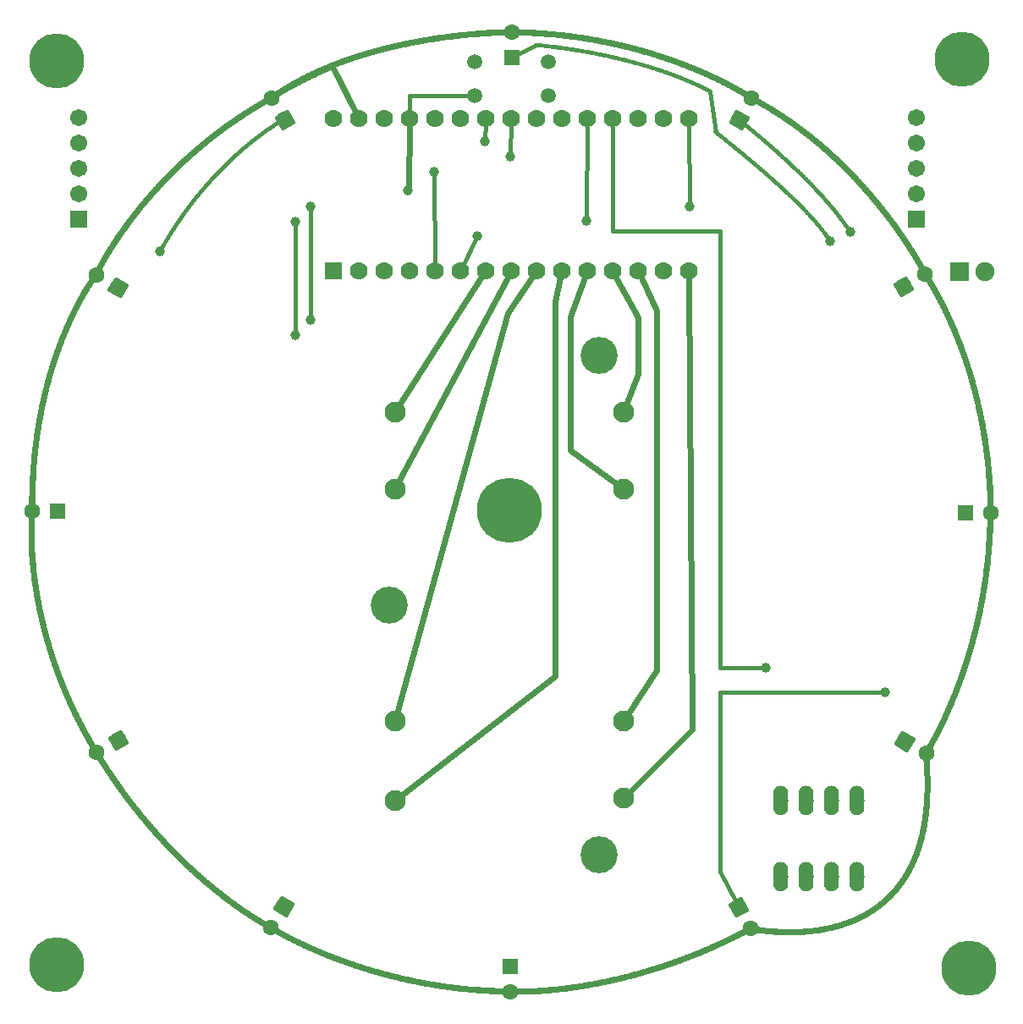
<source format=gbl>
G04 MADE WITH FRITZING*
G04 WWW.FRITZING.ORG*
G04 DOUBLE SIDED*
G04 HOLES PLATED*
G04 CONTOUR ON CENTER OF CONTOUR VECTOR*
%ASAXBY*%
%FSLAX23Y23*%
%MOIN*%
%OFA0B0*%
%SFA1.0B1.0*%
%ADD10C,0.039370*%
%ADD11C,0.075000*%
%ADD12C,0.058189*%
%ADD13C,0.059055*%
%ADD14C,0.070000*%
%ADD15C,0.082677*%
%ADD16C,0.255905*%
%ADD17C,0.145669*%
%ADD18C,0.062992*%
%ADD19C,0.216535*%
%ADD20C,0.067559*%
%ADD21R,0.075000X0.075000*%
%ADD22R,0.070000X0.069972*%
%ADD23R,0.062992X0.062992*%
%ADD24R,0.067559X0.067559*%
%ADD25C,0.016000*%
%ADD26C,0.024000*%
%ADD27C,0.015748*%
%ADD28R,0.001000X0.001000*%
%LNCOPPER0*%
G90*
G70*
G54D10*
X1838Y3050D03*
G54D11*
X3741Y2912D03*
X3841Y2912D03*
G54D12*
X3036Y527D03*
X3136Y527D03*
X3236Y527D03*
X3336Y527D03*
X3336Y827D03*
X3236Y827D03*
X3136Y827D03*
X3036Y827D03*
G54D13*
X1829Y3739D03*
X1829Y3605D03*
X1829Y3739D03*
X1829Y3605D03*
X2120Y3739D03*
X2120Y3605D03*
X2120Y3739D03*
X2120Y3605D03*
G54D14*
X1273Y2914D03*
X1373Y2914D03*
X1473Y2914D03*
X1573Y2914D03*
X1673Y2914D03*
X1773Y2914D03*
X1873Y2914D03*
X1973Y2914D03*
X2073Y2914D03*
X2173Y2914D03*
X2273Y2914D03*
X2373Y2914D03*
X2473Y2914D03*
X2573Y2914D03*
X2673Y2914D03*
X1273Y3514D03*
X1373Y3514D03*
X1473Y3514D03*
X1573Y3514D03*
X1673Y3514D03*
X1773Y3514D03*
X1873Y3514D03*
X1973Y3514D03*
X2073Y3514D03*
X2173Y3514D03*
X2273Y3514D03*
X2373Y3514D03*
X2473Y3514D03*
X2573Y3514D03*
X2673Y3514D03*
G54D10*
X591Y2990D03*
X1123Y2661D03*
X1182Y2720D03*
X1182Y3168D03*
X1123Y3109D03*
X2269Y3110D03*
X2675Y3169D03*
X2976Y1351D03*
X3308Y3069D03*
X3445Y1253D03*
X3229Y3030D03*
X1670Y3305D03*
X1969Y3365D03*
X1567Y3230D03*
X1871Y3424D03*
G54D15*
X2415Y2358D03*
X2415Y2055D03*
X1515Y2055D03*
X1515Y2358D03*
X1515Y829D03*
X1515Y1140D03*
X2415Y1140D03*
X2415Y837D03*
G54D16*
X1965Y1971D03*
G54D17*
X2319Y2582D03*
X1492Y1597D03*
X2319Y613D03*
G54D18*
X424Y2848D03*
X338Y2897D03*
X424Y2848D03*
X338Y2897D03*
X1975Y3755D03*
X1975Y3853D03*
X1975Y3755D03*
X1975Y3853D03*
G54D19*
X184Y181D03*
X3751Y3749D03*
X183Y3741D03*
X3776Y167D03*
G54D20*
X269Y3117D03*
X269Y3217D03*
X269Y3317D03*
X269Y3417D03*
X269Y3517D03*
X3569Y3117D03*
X3569Y3217D03*
X3569Y3317D03*
X3569Y3417D03*
X3569Y3517D03*
G54D18*
X186Y1967D03*
X87Y1967D03*
X186Y1967D03*
X87Y1967D03*
X2870Y3509D03*
X2919Y3595D03*
X2870Y3509D03*
X2919Y3595D03*
X3519Y2853D03*
X3604Y2902D03*
X3519Y2853D03*
X3604Y2902D03*
X425Y1067D03*
X339Y1017D03*
X425Y1067D03*
X339Y1017D03*
X1077Y411D03*
X1027Y326D03*
X1077Y411D03*
X1027Y326D03*
X2868Y408D03*
X2917Y323D03*
X2868Y408D03*
X2917Y323D03*
X1969Y174D03*
X1969Y75D03*
X1969Y174D03*
X1969Y75D03*
X1080Y3510D03*
X1031Y3595D03*
X1080Y3510D03*
X1031Y3595D03*
X3763Y1960D03*
X3862Y1960D03*
X3763Y1960D03*
X3862Y1960D03*
X3523Y1062D03*
X3608Y1013D03*
X3523Y1062D03*
X3608Y1013D03*
G54D21*
X3741Y2912D03*
G54D22*
X1273Y2914D03*
G54D23*
X1975Y3755D03*
X1975Y3755D03*
G54D24*
X269Y3117D03*
X3569Y3117D03*
G54D23*
X186Y1967D03*
X186Y1967D03*
X1969Y174D03*
X1969Y174D03*
X3763Y1960D03*
X3763Y1960D03*
G54D25*
X2795Y1351D02*
X2795Y3071D01*
D02*
X2795Y3071D02*
X2373Y3071D01*
D02*
X1783Y2935D02*
X1833Y3038D01*
G54D26*
D02*
X1269Y3719D02*
X1360Y3540D01*
G54D25*
D02*
X1573Y3605D02*
X1813Y3605D01*
D02*
X1573Y3538D02*
X1573Y3605D01*
D02*
X2795Y548D02*
X2795Y1253D01*
D02*
X2858Y427D02*
X2795Y548D01*
G54D26*
D02*
X1572Y3485D02*
X1568Y3249D01*
G54D25*
D02*
X2273Y3491D02*
X2269Y3123D01*
D02*
X2673Y3491D02*
X2675Y3182D01*
G54D26*
D02*
X2433Y1167D02*
X2547Y1341D01*
D02*
X2547Y2756D02*
X2485Y2888D01*
D02*
X2547Y1341D02*
X2547Y2756D01*
D02*
X1533Y2386D02*
X1857Y2890D01*
D02*
X2685Y1107D02*
X2673Y2885D01*
D02*
X1959Y2888D02*
X1531Y2084D01*
D02*
X1524Y1172D02*
X1958Y2747D01*
D02*
X1958Y2747D02*
X2057Y2890D01*
D02*
X1541Y849D02*
X2147Y1318D01*
D02*
X2147Y2793D02*
X2167Y2886D01*
D02*
X2147Y1318D02*
X2147Y2793D01*
D02*
X2473Y2508D02*
X2427Y2389D01*
D02*
X2473Y2730D02*
X2473Y2508D01*
D02*
X2387Y2888D02*
X2473Y2730D01*
D02*
X2206Y2208D02*
X2388Y2074D01*
D02*
X2206Y2734D02*
X2206Y2208D01*
D02*
X2263Y2887D02*
X2206Y2734D01*
D02*
X2438Y860D02*
X2685Y1107D01*
G54D25*
D02*
X1871Y3437D02*
X1872Y3491D01*
D02*
X1969Y3378D02*
X1972Y3491D01*
D02*
X1182Y3154D02*
X1182Y2733D01*
D02*
X1123Y3095D02*
X1123Y2674D01*
D02*
X2373Y3071D02*
X2373Y3491D01*
D02*
X2963Y1351D02*
X2795Y1351D01*
D02*
X2795Y1253D02*
X3432Y1253D01*
D02*
X2072Y3803D02*
X1994Y3764D01*
D02*
X2778Y3461D02*
X2757Y3620D01*
D02*
X1670Y3292D02*
X1673Y2938D01*
G54D27*
X415Y2881D02*
X456Y2857D01*
X432Y2816D01*
X391Y2840D01*
X415Y2881D01*
D02*
X415Y2881D02*
X456Y2857D01*
X432Y2816D01*
X391Y2840D01*
X415Y2881D01*
D02*
X2902Y3518D02*
X2878Y3477D01*
X2838Y3501D01*
X2861Y3542D01*
X2902Y3518D01*
D02*
X2902Y3518D02*
X2878Y3477D01*
X2838Y3501D01*
X2861Y3542D01*
X2902Y3518D01*
D02*
X3551Y2844D02*
X3510Y2820D01*
X3486Y2861D01*
X3527Y2885D01*
X3551Y2844D01*
D02*
X3551Y2844D02*
X3510Y2820D01*
X3486Y2861D01*
X3527Y2885D01*
X3551Y2844D01*
D02*
X392Y1075D02*
X433Y1099D01*
X457Y1058D01*
X416Y1034D01*
X392Y1075D01*
D02*
X392Y1075D02*
X433Y1099D01*
X457Y1058D01*
X416Y1034D01*
X392Y1075D01*
D02*
X1044Y403D02*
X1068Y444D01*
X1109Y420D01*
X1085Y379D01*
X1044Y403D01*
D02*
X1044Y403D02*
X1068Y444D01*
X1109Y420D01*
X1085Y379D01*
X1044Y403D01*
D02*
X2859Y376D02*
X2836Y416D01*
X2877Y440D01*
X2900Y399D01*
X2859Y376D01*
D02*
X2859Y376D02*
X2836Y416D01*
X2877Y440D01*
X2900Y399D01*
X2859Y376D01*
D02*
X1089Y3542D02*
X1113Y3502D01*
X1072Y3478D01*
X1048Y3519D01*
X1089Y3542D01*
D02*
X1089Y3542D02*
X1113Y3502D01*
X1072Y3478D01*
X1048Y3519D01*
X1089Y3542D01*
D02*
X3531Y1029D02*
X3490Y1053D01*
X3514Y1094D01*
X3555Y1070D01*
X3531Y1029D01*
D02*
X3531Y1029D02*
X3490Y1053D01*
X3514Y1094D01*
X3555Y1070D01*
X3531Y1029D01*
D02*
G54D28*
X1943Y3865D02*
X2002Y3865D01*
X1914Y3864D02*
X2033Y3864D01*
X1894Y3863D02*
X2055Y3863D01*
X1876Y3862D02*
X2073Y3862D01*
X1861Y3861D02*
X2089Y3861D01*
X1848Y3860D02*
X2103Y3860D01*
X1835Y3859D02*
X2115Y3859D01*
X1823Y3858D02*
X2128Y3858D01*
X1812Y3857D02*
X2139Y3857D01*
X1801Y3856D02*
X2149Y3856D01*
X1791Y3855D02*
X2159Y3855D01*
X1781Y3854D02*
X2168Y3854D01*
X1771Y3853D02*
X2178Y3853D01*
X1763Y3852D02*
X2186Y3852D01*
X1754Y3851D02*
X2195Y3851D01*
X1745Y3850D02*
X2203Y3850D01*
X1737Y3849D02*
X2211Y3849D01*
X1729Y3848D02*
X2218Y3848D01*
X1721Y3847D02*
X2226Y3847D01*
X1714Y3846D02*
X2233Y3846D01*
X1706Y3845D02*
X2240Y3845D01*
X1699Y3844D02*
X2247Y3844D01*
X1692Y3843D02*
X2253Y3843D01*
X1685Y3842D02*
X2260Y3842D01*
X1678Y3841D02*
X1943Y3841D01*
X2002Y3841D02*
X2266Y3841D01*
X1672Y3840D02*
X1915Y3840D01*
X2033Y3840D02*
X2272Y3840D01*
X1665Y3839D02*
X1895Y3839D01*
X2056Y3839D02*
X2279Y3839D01*
X1659Y3838D02*
X1876Y3838D01*
X2073Y3838D02*
X2285Y3838D01*
X1653Y3837D02*
X1861Y3837D01*
X2089Y3837D02*
X2290Y3837D01*
X1646Y3836D02*
X1848Y3836D01*
X2103Y3836D02*
X2296Y3836D01*
X1640Y3835D02*
X1835Y3835D01*
X2116Y3835D02*
X2302Y3835D01*
X1634Y3834D02*
X1823Y3834D01*
X2128Y3834D02*
X2308Y3834D01*
X1629Y3833D02*
X1812Y3833D01*
X2139Y3833D02*
X2313Y3833D01*
X1623Y3832D02*
X1801Y3832D01*
X2149Y3832D02*
X2318Y3832D01*
X1617Y3831D02*
X1791Y3831D01*
X2159Y3831D02*
X2324Y3831D01*
X1611Y3830D02*
X1781Y3830D01*
X2169Y3830D02*
X2329Y3830D01*
X1606Y3829D02*
X1772Y3829D01*
X2178Y3829D02*
X2334Y3829D01*
X1600Y3828D02*
X1763Y3828D01*
X2186Y3828D02*
X2339Y3828D01*
X1595Y3827D02*
X1754Y3827D01*
X2195Y3827D02*
X2345Y3827D01*
X1590Y3826D02*
X1745Y3826D01*
X2203Y3826D02*
X2349Y3826D01*
X1585Y3825D02*
X1737Y3825D01*
X2210Y3825D02*
X2354Y3825D01*
X1580Y3824D02*
X1730Y3824D01*
X2218Y3824D02*
X2359Y3824D01*
X1574Y3823D02*
X1722Y3823D01*
X2226Y3823D02*
X2364Y3823D01*
X1569Y3822D02*
X1714Y3822D01*
X2233Y3822D02*
X2369Y3822D01*
X1564Y3821D02*
X1707Y3821D01*
X2239Y3821D02*
X2373Y3821D01*
X1560Y3820D02*
X1700Y3820D01*
X2246Y3820D02*
X2378Y3820D01*
X1555Y3819D02*
X1693Y3819D01*
X2253Y3819D02*
X2382Y3819D01*
X1550Y3818D02*
X1686Y3818D01*
X2259Y3818D02*
X2387Y3818D01*
X1545Y3817D02*
X1679Y3817D01*
X2266Y3817D02*
X2391Y3817D01*
X1541Y3816D02*
X1672Y3816D01*
X2272Y3816D02*
X2396Y3816D01*
X1536Y3815D02*
X1666Y3815D01*
X2278Y3815D02*
X2400Y3815D01*
X1531Y3814D02*
X1660Y3814D01*
X2284Y3814D02*
X2405Y3814D01*
X1527Y3813D02*
X1653Y3813D01*
X2290Y3813D02*
X2409Y3813D01*
X1522Y3812D02*
X1647Y3812D01*
X2296Y3812D02*
X2413Y3812D01*
X1518Y3811D02*
X1641Y3811D01*
X2069Y3811D02*
X2076Y3811D01*
X2301Y3811D02*
X2417Y3811D01*
X1514Y3810D02*
X1635Y3810D01*
X2067Y3810D02*
X2085Y3810D01*
X2307Y3810D02*
X2421Y3810D01*
X1510Y3809D02*
X1630Y3809D01*
X2066Y3809D02*
X2095Y3809D01*
X2312Y3809D02*
X2426Y3809D01*
X1505Y3808D02*
X1624Y3808D01*
X2065Y3808D02*
X2105Y3808D01*
X2318Y3808D02*
X2430Y3808D01*
X1501Y3807D02*
X1618Y3807D01*
X2065Y3807D02*
X2114Y3807D01*
X2323Y3807D02*
X2434Y3807D01*
X1497Y3806D02*
X1612Y3806D01*
X2064Y3806D02*
X2122Y3806D01*
X2328Y3806D02*
X2438Y3806D01*
X1492Y3805D02*
X1607Y3805D01*
X2064Y3805D02*
X2131Y3805D01*
X2333Y3805D02*
X2442Y3805D01*
X1488Y3804D02*
X1602Y3804D01*
X2064Y3804D02*
X2139Y3804D01*
X2338Y3804D02*
X2446Y3804D01*
X1484Y3803D02*
X1596Y3803D01*
X2064Y3803D02*
X2147Y3803D01*
X2343Y3803D02*
X2450Y3803D01*
X1480Y3802D02*
X1591Y3802D01*
X2064Y3802D02*
X2155Y3802D01*
X2348Y3802D02*
X2453Y3802D01*
X1476Y3801D02*
X1586Y3801D01*
X2064Y3801D02*
X2162Y3801D01*
X2353Y3801D02*
X2457Y3801D01*
X1472Y3800D02*
X1581Y3800D01*
X2065Y3800D02*
X2170Y3800D01*
X2358Y3800D02*
X2461Y3800D01*
X1468Y3799D02*
X1576Y3799D01*
X2065Y3799D02*
X2177Y3799D01*
X2363Y3799D02*
X2465Y3799D01*
X1465Y3798D02*
X1571Y3798D01*
X2066Y3798D02*
X2184Y3798D01*
X2368Y3798D02*
X2468Y3798D01*
X1461Y3797D02*
X1566Y3797D01*
X2067Y3797D02*
X2192Y3797D01*
X2372Y3797D02*
X2472Y3797D01*
X1457Y3796D02*
X1561Y3796D01*
X2069Y3796D02*
X2198Y3796D01*
X2377Y3796D02*
X2476Y3796D01*
X1453Y3795D02*
X1556Y3795D01*
X2076Y3795D02*
X2205Y3795D01*
X2381Y3795D02*
X2479Y3795D01*
X1449Y3794D02*
X1552Y3794D01*
X2086Y3794D02*
X2211Y3794D01*
X2386Y3794D02*
X2483Y3794D01*
X1445Y3793D02*
X1547Y3793D01*
X2095Y3793D02*
X2218Y3793D01*
X2390Y3793D02*
X2487Y3793D01*
X1442Y3792D02*
X1542Y3792D01*
X2105Y3792D02*
X2224Y3792D01*
X2395Y3792D02*
X2491Y3792D01*
X1438Y3791D02*
X1537Y3791D01*
X2114Y3791D02*
X2231Y3791D01*
X2399Y3791D02*
X2494Y3791D01*
X1434Y3790D02*
X1533Y3790D01*
X2122Y3790D02*
X2237Y3790D01*
X2403Y3790D02*
X2497Y3790D01*
X1431Y3789D02*
X1528Y3789D01*
X2131Y3789D02*
X2243Y3789D01*
X2407Y3789D02*
X2501Y3789D01*
X1427Y3788D02*
X1524Y3788D01*
X2139Y3788D02*
X2248Y3788D01*
X2412Y3788D02*
X2504Y3788D01*
X1423Y3787D02*
X1520Y3787D01*
X2147Y3787D02*
X2254Y3787D01*
X2416Y3787D02*
X2508Y3787D01*
X1420Y3786D02*
X1515Y3786D01*
X2155Y3786D02*
X2260Y3786D01*
X2420Y3786D02*
X2511Y3786D01*
X1416Y3785D02*
X1511Y3785D01*
X2162Y3785D02*
X2266Y3785D01*
X2424Y3785D02*
X2515Y3785D01*
X1413Y3784D02*
X1507Y3784D01*
X2170Y3784D02*
X2272Y3784D01*
X2428Y3784D02*
X2518Y3784D01*
X1409Y3783D02*
X1502Y3783D01*
X2177Y3783D02*
X2277Y3783D01*
X2432Y3783D02*
X2521Y3783D01*
X1406Y3782D02*
X1498Y3782D01*
X2184Y3782D02*
X2282Y3782D01*
X2436Y3782D02*
X2525Y3782D01*
X1403Y3781D02*
X1494Y3781D01*
X2191Y3781D02*
X2288Y3781D01*
X2440Y3781D02*
X2528Y3781D01*
X1399Y3780D02*
X1490Y3780D01*
X2198Y3780D02*
X2293Y3780D01*
X2444Y3780D02*
X2532Y3780D01*
X1396Y3779D02*
X1486Y3779D01*
X2205Y3779D02*
X2299Y3779D01*
X2448Y3779D02*
X2535Y3779D01*
X1393Y3778D02*
X1482Y3778D01*
X2211Y3778D02*
X2304Y3778D01*
X2452Y3778D02*
X2538Y3778D01*
X1389Y3777D02*
X1478Y3777D01*
X2218Y3777D02*
X2309Y3777D01*
X2455Y3777D02*
X2541Y3777D01*
X1386Y3776D02*
X1474Y3776D01*
X2224Y3776D02*
X2314Y3776D01*
X2459Y3776D02*
X2544Y3776D01*
X1383Y3775D02*
X1470Y3775D01*
X2230Y3775D02*
X2319Y3775D01*
X2463Y3775D02*
X2547Y3775D01*
X1380Y3774D02*
X1466Y3774D01*
X2236Y3774D02*
X2324Y3774D01*
X2466Y3774D02*
X2551Y3774D01*
X1376Y3773D02*
X1462Y3773D01*
X2242Y3773D02*
X2329Y3773D01*
X2470Y3773D02*
X2554Y3773D01*
X1373Y3772D02*
X1458Y3772D01*
X2248Y3772D02*
X2334Y3772D01*
X2474Y3772D02*
X2557Y3772D01*
X1370Y3771D02*
X1455Y3771D01*
X2254Y3771D02*
X2338Y3771D01*
X2477Y3771D02*
X2560Y3771D01*
X1367Y3770D02*
X1451Y3770D01*
X2260Y3770D02*
X2343Y3770D01*
X2481Y3770D02*
X2563Y3770D01*
X1364Y3769D02*
X1447Y3769D01*
X2266Y3769D02*
X2348Y3769D01*
X2485Y3769D02*
X2566Y3769D01*
X1361Y3768D02*
X1444Y3768D01*
X2271Y3768D02*
X2352Y3768D01*
X2488Y3768D02*
X2569Y3768D01*
X1358Y3767D02*
X1440Y3767D01*
X2277Y3767D02*
X2357Y3767D01*
X2492Y3767D02*
X2572Y3767D01*
X1354Y3766D02*
X1436Y3766D01*
X2282Y3766D02*
X2361Y3766D01*
X2495Y3766D02*
X2575Y3766D01*
X1351Y3765D02*
X1433Y3765D01*
X2287Y3765D02*
X2366Y3765D01*
X2499Y3765D02*
X2578Y3765D01*
X1348Y3764D02*
X1429Y3764D01*
X2293Y3764D02*
X2370Y3764D01*
X2502Y3764D02*
X2581Y3764D01*
X1345Y3763D02*
X1426Y3763D01*
X2298Y3763D02*
X2375Y3763D01*
X2505Y3763D02*
X2584Y3763D01*
X1342Y3762D02*
X1422Y3762D01*
X2303Y3762D02*
X2379Y3762D01*
X2509Y3762D02*
X2587Y3762D01*
X1339Y3761D02*
X1418Y3761D01*
X2308Y3761D02*
X2383Y3761D01*
X2512Y3761D02*
X2590Y3761D01*
X1337Y3760D02*
X1415Y3760D01*
X2313Y3760D02*
X2388Y3760D01*
X2516Y3760D02*
X2593Y3760D01*
X1334Y3759D02*
X1412Y3759D01*
X2318Y3759D02*
X2392Y3759D01*
X2519Y3759D02*
X2596Y3759D01*
X1331Y3758D02*
X1408Y3758D01*
X2323Y3758D02*
X2396Y3758D01*
X2523Y3758D02*
X2599Y3758D01*
X1328Y3757D02*
X1405Y3757D01*
X2328Y3757D02*
X2400Y3757D01*
X2526Y3757D02*
X2602Y3757D01*
X1325Y3756D02*
X1401Y3756D01*
X2333Y3756D02*
X2404Y3756D01*
X2529Y3756D02*
X2605Y3756D01*
X1322Y3755D02*
X1398Y3755D01*
X2338Y3755D02*
X2408Y3755D01*
X2532Y3755D02*
X2608Y3755D01*
X1319Y3754D02*
X1395Y3754D01*
X2342Y3754D02*
X2413Y3754D01*
X2535Y3754D02*
X2611Y3754D01*
X1316Y3753D02*
X1392Y3753D01*
X2347Y3753D02*
X2417Y3753D01*
X2538Y3753D02*
X2613Y3753D01*
X1314Y3752D02*
X1388Y3752D01*
X2352Y3752D02*
X2421Y3752D01*
X2542Y3752D02*
X2616Y3752D01*
X1311Y3751D02*
X1385Y3751D01*
X2356Y3751D02*
X2425Y3751D01*
X2545Y3751D02*
X2619Y3751D01*
X1308Y3750D02*
X1382Y3750D01*
X2361Y3750D02*
X2429Y3750D01*
X2548Y3750D02*
X2622Y3750D01*
X1305Y3749D02*
X1379Y3749D01*
X2365Y3749D02*
X2432Y3749D01*
X2551Y3749D02*
X2625Y3749D01*
X1303Y3748D02*
X1375Y3748D01*
X2370Y3748D02*
X2436Y3748D01*
X2554Y3748D02*
X2627Y3748D01*
X1300Y3747D02*
X1372Y3747D01*
X2374Y3747D02*
X2440Y3747D01*
X2558Y3747D02*
X2630Y3747D01*
X1297Y3746D02*
X1369Y3746D01*
X2378Y3746D02*
X2444Y3746D01*
X2561Y3746D02*
X2633Y3746D01*
X1294Y3745D02*
X1366Y3745D01*
X2383Y3745D02*
X2448Y3745D01*
X2564Y3745D02*
X2636Y3745D01*
X1292Y3744D02*
X1363Y3744D01*
X2387Y3744D02*
X2451Y3744D01*
X2567Y3744D02*
X2638Y3744D01*
X1289Y3743D02*
X1360Y3743D01*
X2391Y3743D02*
X2455Y3743D01*
X2570Y3743D02*
X2641Y3743D01*
X1286Y3742D02*
X1357Y3742D01*
X2395Y3742D02*
X2459Y3742D01*
X2573Y3742D02*
X2644Y3742D01*
X1284Y3741D02*
X1354Y3741D01*
X2400Y3741D02*
X2463Y3741D01*
X2576Y3741D02*
X2646Y3741D01*
X1281Y3740D02*
X1351Y3740D01*
X2404Y3740D02*
X2466Y3740D01*
X2578Y3740D02*
X2649Y3740D01*
X1279Y3739D02*
X1348Y3739D01*
X2408Y3739D02*
X2470Y3739D01*
X2581Y3739D02*
X2652Y3739D01*
X1276Y3738D02*
X1345Y3738D01*
X2412Y3738D02*
X2473Y3738D01*
X2584Y3738D02*
X2654Y3738D01*
X1273Y3737D02*
X1342Y3737D01*
X2416Y3737D02*
X2477Y3737D01*
X2587Y3737D02*
X2657Y3737D01*
X1271Y3736D02*
X1339Y3736D01*
X2420Y3736D02*
X2480Y3736D01*
X2590Y3736D02*
X2659Y3736D01*
X1268Y3735D02*
X1336Y3735D01*
X2424Y3735D02*
X2484Y3735D01*
X2593Y3735D02*
X2662Y3735D01*
X1266Y3734D02*
X1333Y3734D01*
X2428Y3734D02*
X2487Y3734D01*
X2596Y3734D02*
X2665Y3734D01*
X1263Y3733D02*
X1330Y3733D01*
X2431Y3733D02*
X2491Y3733D01*
X2599Y3733D02*
X2667Y3733D01*
X1261Y3732D02*
X1328Y3732D01*
X2435Y3732D02*
X2494Y3732D01*
X2602Y3732D02*
X2670Y3732D01*
X1258Y3731D02*
X1325Y3731D01*
X2439Y3731D02*
X2498Y3731D01*
X2605Y3731D02*
X2672Y3731D01*
X1256Y3730D02*
X1322Y3730D01*
X2443Y3730D02*
X2501Y3730D01*
X2607Y3730D02*
X2675Y3730D01*
X1253Y3729D02*
X1319Y3729D01*
X2447Y3729D02*
X2504Y3729D01*
X2610Y3729D02*
X2677Y3729D01*
X1251Y3728D02*
X1316Y3728D01*
X2450Y3728D02*
X2508Y3728D01*
X2613Y3728D02*
X2680Y3728D01*
X1249Y3727D02*
X1314Y3727D01*
X2454Y3727D02*
X2511Y3727D01*
X2616Y3727D02*
X2682Y3727D01*
X1246Y3726D02*
X1311Y3726D01*
X2458Y3726D02*
X2515Y3726D01*
X2619Y3726D02*
X2685Y3726D01*
X1244Y3725D02*
X1308Y3725D01*
X2461Y3725D02*
X2518Y3725D01*
X2621Y3725D02*
X2687Y3725D01*
X1241Y3724D02*
X1305Y3724D01*
X2465Y3724D02*
X2521Y3724D01*
X2624Y3724D02*
X2690Y3724D01*
X1239Y3723D02*
X1303Y3723D01*
X2469Y3723D02*
X2524Y3723D01*
X2627Y3723D02*
X2692Y3723D01*
X1237Y3722D02*
X1300Y3722D01*
X2472Y3722D02*
X2527Y3722D01*
X2630Y3722D02*
X2695Y3722D01*
X1234Y3721D02*
X1297Y3721D01*
X2476Y3721D02*
X2531Y3721D01*
X2632Y3721D02*
X2697Y3721D01*
X1232Y3720D02*
X1295Y3720D01*
X2479Y3720D02*
X2534Y3720D01*
X2635Y3720D02*
X2700Y3720D01*
X1230Y3719D02*
X1292Y3719D01*
X2483Y3719D02*
X2537Y3719D01*
X2638Y3719D02*
X2702Y3719D01*
X1227Y3718D02*
X1290Y3718D01*
X2486Y3718D02*
X2540Y3718D01*
X2640Y3718D02*
X2704Y3718D01*
X1225Y3717D02*
X1287Y3717D01*
X2490Y3717D02*
X2543Y3717D01*
X2643Y3717D02*
X2707Y3717D01*
X1223Y3716D02*
X1284Y3716D01*
X2493Y3716D02*
X2546Y3716D01*
X2645Y3716D02*
X2709Y3716D01*
X1220Y3715D02*
X1282Y3715D01*
X2496Y3715D02*
X2549Y3715D01*
X2648Y3715D02*
X2712Y3715D01*
X1218Y3714D02*
X1279Y3714D01*
X2500Y3714D02*
X2552Y3714D01*
X2651Y3714D02*
X2714Y3714D01*
X1216Y3713D02*
X1278Y3713D01*
X2503Y3713D02*
X2556Y3713D01*
X2653Y3713D02*
X2716Y3713D01*
X1214Y3712D02*
X1278Y3712D01*
X2507Y3712D02*
X2559Y3712D01*
X2656Y3712D02*
X2719Y3712D01*
X1211Y3711D02*
X1277Y3711D01*
X2510Y3711D02*
X2562Y3711D01*
X2659Y3711D02*
X2721Y3711D01*
X1209Y3710D02*
X1276Y3710D01*
X2513Y3710D02*
X2565Y3710D01*
X2661Y3710D02*
X2723Y3710D01*
X1207Y3709D02*
X1274Y3709D01*
X2516Y3709D02*
X2568Y3709D01*
X2664Y3709D02*
X2726Y3709D01*
X1205Y3708D02*
X1272Y3708D01*
X2520Y3708D02*
X2570Y3708D01*
X2666Y3708D02*
X2728Y3708D01*
X1203Y3707D02*
X1270Y3707D01*
X2523Y3707D02*
X2573Y3707D01*
X2669Y3707D02*
X2730Y3707D01*
X1200Y3706D02*
X1268Y3706D01*
X2526Y3706D02*
X2576Y3706D01*
X2671Y3706D02*
X2733Y3706D01*
X1198Y3705D02*
X1265Y3705D01*
X2529Y3705D02*
X2579Y3705D01*
X2674Y3705D02*
X2735Y3705D01*
X1196Y3704D02*
X1263Y3704D01*
X2532Y3704D02*
X2582Y3704D01*
X2676Y3704D02*
X2737Y3704D01*
X1194Y3703D02*
X1261Y3703D01*
X2536Y3703D02*
X2585Y3703D01*
X2679Y3703D02*
X2739Y3703D01*
X1192Y3702D02*
X1259Y3702D01*
X2539Y3702D02*
X2588Y3702D01*
X2681Y3702D02*
X2742Y3702D01*
X1190Y3701D02*
X1256Y3701D01*
X2542Y3701D02*
X2591Y3701D01*
X2684Y3701D02*
X2744Y3701D01*
X1187Y3700D02*
X1254Y3700D01*
X2545Y3700D02*
X2593Y3700D01*
X2686Y3700D02*
X2746Y3700D01*
X1185Y3699D02*
X1252Y3699D01*
X2548Y3699D02*
X2596Y3699D01*
X2689Y3699D02*
X2748Y3699D01*
X1183Y3698D02*
X1250Y3698D01*
X2551Y3698D02*
X2599Y3698D01*
X2691Y3698D02*
X2751Y3698D01*
X1181Y3697D02*
X1247Y3697D01*
X2554Y3697D02*
X2602Y3697D01*
X2693Y3697D02*
X2753Y3697D01*
X1179Y3696D02*
X1245Y3696D01*
X2557Y3696D02*
X2605Y3696D01*
X2696Y3696D02*
X2755Y3696D01*
X1177Y3695D02*
X1243Y3695D01*
X2560Y3695D02*
X2607Y3695D01*
X2698Y3695D02*
X2757Y3695D01*
X1175Y3694D02*
X1241Y3694D01*
X2563Y3694D02*
X2610Y3694D01*
X2701Y3694D02*
X2759Y3694D01*
X1173Y3693D02*
X1238Y3693D01*
X2566Y3693D02*
X2613Y3693D01*
X2703Y3693D02*
X2762Y3693D01*
X1171Y3692D02*
X1236Y3692D01*
X2569Y3692D02*
X2615Y3692D01*
X2705Y3692D02*
X2764Y3692D01*
X1169Y3691D02*
X1234Y3691D01*
X2572Y3691D02*
X2618Y3691D01*
X2708Y3691D02*
X2766Y3691D01*
X1167Y3690D02*
X1232Y3690D01*
X2575Y3690D02*
X2621Y3690D01*
X2710Y3690D02*
X2768Y3690D01*
X1165Y3689D02*
X1230Y3689D01*
X2578Y3689D02*
X2624Y3689D01*
X2712Y3689D02*
X2770Y3689D01*
X1163Y3688D02*
X1227Y3688D01*
X2580Y3688D02*
X2626Y3688D01*
X2715Y3688D02*
X2772Y3688D01*
X1161Y3687D02*
X1225Y3687D01*
X2583Y3687D02*
X2629Y3687D01*
X2717Y3687D02*
X2775Y3687D01*
X1159Y3686D02*
X1223Y3686D01*
X2586Y3686D02*
X2631Y3686D01*
X2719Y3686D02*
X2777Y3686D01*
X1157Y3685D02*
X1221Y3685D01*
X2589Y3685D02*
X2634Y3685D01*
X2722Y3685D02*
X2779Y3685D01*
X1155Y3684D02*
X1219Y3684D01*
X2592Y3684D02*
X2637Y3684D01*
X2724Y3684D02*
X2781Y3684D01*
X1153Y3683D02*
X1217Y3683D01*
X2595Y3683D02*
X2639Y3683D01*
X2726Y3683D02*
X2783Y3683D01*
X1151Y3682D02*
X1214Y3682D01*
X2597Y3682D02*
X2642Y3682D01*
X2729Y3682D02*
X2785Y3682D01*
X1149Y3681D02*
X1212Y3681D01*
X2600Y3681D02*
X2644Y3681D01*
X2731Y3681D02*
X2787Y3681D01*
X1147Y3680D02*
X1210Y3680D01*
X2603Y3680D02*
X2647Y3680D01*
X2733Y3680D02*
X2789Y3680D01*
X1145Y3679D02*
X1208Y3679D01*
X2606Y3679D02*
X2649Y3679D01*
X2735Y3679D02*
X2791Y3679D01*
X1143Y3678D02*
X1206Y3678D01*
X2608Y3678D02*
X2652Y3678D01*
X2738Y3678D02*
X2794Y3678D01*
X1141Y3677D02*
X1204Y3677D01*
X2611Y3677D02*
X2654Y3677D01*
X2740Y3677D02*
X2796Y3677D01*
X1139Y3676D02*
X1202Y3676D01*
X2614Y3676D02*
X2657Y3676D01*
X2742Y3676D02*
X2798Y3676D01*
X1137Y3675D02*
X1200Y3675D01*
X2616Y3675D02*
X2659Y3675D01*
X2744Y3675D02*
X2800Y3675D01*
X1136Y3674D02*
X1198Y3674D01*
X2619Y3674D02*
X2662Y3674D01*
X2747Y3674D02*
X2802Y3674D01*
X1134Y3673D02*
X1195Y3673D01*
X2622Y3673D02*
X2664Y3673D01*
X2749Y3673D02*
X2804Y3673D01*
X1132Y3672D02*
X1193Y3672D01*
X2624Y3672D02*
X2666Y3672D01*
X2751Y3672D02*
X2806Y3672D01*
X1130Y3671D02*
X1191Y3671D01*
X2627Y3671D02*
X2669Y3671D01*
X2753Y3671D02*
X2808Y3671D01*
X1128Y3670D02*
X1189Y3670D01*
X2629Y3670D02*
X2671Y3670D01*
X2755Y3670D02*
X2810Y3670D01*
X1126Y3669D02*
X1187Y3669D01*
X2632Y3669D02*
X2673Y3669D01*
X2757Y3669D02*
X2812Y3669D01*
X1125Y3668D02*
X1185Y3668D01*
X2635Y3668D02*
X2676Y3668D01*
X2760Y3668D02*
X2814Y3668D01*
X1123Y3667D02*
X1183Y3667D01*
X2637Y3667D02*
X2678Y3667D01*
X2762Y3667D02*
X2816Y3667D01*
X1121Y3666D02*
X1181Y3666D01*
X2640Y3666D02*
X2681Y3666D01*
X2764Y3666D02*
X2818Y3666D01*
X1119Y3665D02*
X1179Y3665D01*
X2642Y3665D02*
X2683Y3665D01*
X2766Y3665D02*
X2820Y3665D01*
X1117Y3664D02*
X1177Y3664D01*
X2645Y3664D02*
X2685Y3664D01*
X2768Y3664D02*
X2822Y3664D01*
X1115Y3663D02*
X1175Y3663D01*
X2647Y3663D02*
X2688Y3663D01*
X2770Y3663D02*
X2824Y3663D01*
X1114Y3662D02*
X1173Y3662D01*
X2650Y3662D02*
X2690Y3662D01*
X2772Y3662D02*
X2826Y3662D01*
X1112Y3661D02*
X1171Y3661D01*
X2652Y3661D02*
X2692Y3661D01*
X2774Y3661D02*
X2828Y3661D01*
X1110Y3660D02*
X1169Y3660D01*
X2655Y3660D02*
X2694Y3660D01*
X2777Y3660D02*
X2829Y3660D01*
X1108Y3659D02*
X1167Y3659D01*
X2657Y3659D02*
X2697Y3659D01*
X2779Y3659D02*
X2831Y3659D01*
X1107Y3658D02*
X1165Y3658D01*
X2659Y3658D02*
X2699Y3658D01*
X2781Y3658D02*
X2833Y3658D01*
X1105Y3657D02*
X1163Y3657D01*
X2662Y3657D02*
X2701Y3657D01*
X2783Y3657D02*
X2835Y3657D01*
X1103Y3656D02*
X1161Y3656D01*
X2664Y3656D02*
X2703Y3656D01*
X2785Y3656D02*
X2837Y3656D01*
X1101Y3655D02*
X1159Y3655D01*
X2666Y3655D02*
X2705Y3655D01*
X2787Y3655D02*
X2839Y3655D01*
X1100Y3654D02*
X1157Y3654D01*
X2669Y3654D02*
X2708Y3654D01*
X2789Y3654D02*
X2841Y3654D01*
X1098Y3653D02*
X1155Y3653D01*
X2671Y3653D02*
X2710Y3653D01*
X2791Y3653D02*
X2843Y3653D01*
X1096Y3652D02*
X1153Y3652D01*
X2674Y3652D02*
X2712Y3652D01*
X2793Y3652D02*
X2845Y3652D01*
X1095Y3651D02*
X1151Y3651D01*
X2676Y3651D02*
X2714Y3651D01*
X2795Y3651D02*
X2847Y3651D01*
X1093Y3650D02*
X1149Y3650D01*
X2678Y3650D02*
X2716Y3650D01*
X2797Y3650D02*
X2848Y3650D01*
X1091Y3649D02*
X1147Y3649D01*
X2681Y3649D02*
X2719Y3649D01*
X2799Y3649D02*
X2850Y3649D01*
X1090Y3648D02*
X1145Y3648D01*
X2683Y3648D02*
X2721Y3648D01*
X2801Y3648D02*
X2852Y3648D01*
X1088Y3647D02*
X1143Y3647D01*
X2685Y3647D02*
X2723Y3647D01*
X2803Y3647D02*
X2854Y3647D01*
X1086Y3646D02*
X1141Y3646D01*
X2688Y3646D02*
X2725Y3646D01*
X2805Y3646D02*
X2856Y3646D01*
X1085Y3645D02*
X1140Y3645D01*
X2690Y3645D02*
X2727Y3645D01*
X2807Y3645D02*
X2858Y3645D01*
X1083Y3644D02*
X1138Y3644D01*
X2692Y3644D02*
X2729Y3644D01*
X2809Y3644D02*
X2859Y3644D01*
X1081Y3643D02*
X1136Y3643D01*
X2694Y3643D02*
X2731Y3643D01*
X2811Y3643D02*
X2861Y3643D01*
X1080Y3642D02*
X1134Y3642D01*
X2696Y3642D02*
X2733Y3642D01*
X2813Y3642D02*
X2863Y3642D01*
X1078Y3641D02*
X1132Y3641D01*
X2699Y3641D02*
X2735Y3641D01*
X2815Y3641D02*
X2865Y3641D01*
X1076Y3640D02*
X1130Y3640D01*
X2701Y3640D02*
X2737Y3640D01*
X2817Y3640D02*
X2867Y3640D01*
X1075Y3639D02*
X1128Y3639D01*
X2703Y3639D02*
X2739Y3639D01*
X2819Y3639D02*
X2868Y3639D01*
X1073Y3638D02*
X1126Y3638D01*
X2705Y3638D02*
X2741Y3638D01*
X2821Y3638D02*
X2870Y3638D01*
X1071Y3637D02*
X1125Y3637D01*
X2707Y3637D02*
X2743Y3637D01*
X2823Y3637D02*
X2872Y3637D01*
X1070Y3636D02*
X1123Y3636D01*
X2710Y3636D02*
X2745Y3636D01*
X2825Y3636D02*
X2874Y3636D01*
X1068Y3635D02*
X1121Y3635D01*
X2712Y3635D02*
X2747Y3635D01*
X2827Y3635D02*
X2875Y3635D01*
X1067Y3634D02*
X1119Y3634D01*
X2714Y3634D02*
X2749Y3634D01*
X2828Y3634D02*
X2877Y3634D01*
X1065Y3633D02*
X1117Y3633D01*
X2716Y3633D02*
X2751Y3633D01*
X2830Y3633D02*
X2879Y3633D01*
X1064Y3632D02*
X1115Y3632D01*
X2718Y3632D02*
X2753Y3632D01*
X2832Y3632D02*
X2881Y3632D01*
X1062Y3631D02*
X1113Y3631D01*
X2720Y3631D02*
X2754Y3631D01*
X2834Y3631D02*
X2883Y3631D01*
X1060Y3630D02*
X1112Y3630D01*
X2722Y3630D02*
X2756Y3630D01*
X2836Y3630D02*
X2884Y3630D01*
X1059Y3629D02*
X1110Y3629D01*
X2724Y3629D02*
X2758Y3629D01*
X2838Y3629D02*
X2886Y3629D01*
X1057Y3628D02*
X1108Y3628D01*
X2726Y3628D02*
X2760Y3628D01*
X2840Y3628D02*
X2888Y3628D01*
X1056Y3627D02*
X1106Y3627D01*
X2728Y3627D02*
X2761Y3627D01*
X2842Y3627D02*
X2889Y3627D01*
X1054Y3626D02*
X1104Y3626D01*
X2730Y3626D02*
X2762Y3626D01*
X2843Y3626D02*
X2891Y3626D01*
X1053Y3625D02*
X1102Y3625D01*
X2732Y3625D02*
X2763Y3625D01*
X2845Y3625D02*
X2893Y3625D01*
X1051Y3624D02*
X1101Y3624D01*
X2734Y3624D02*
X2764Y3624D01*
X2847Y3624D02*
X2894Y3624D01*
X1050Y3623D02*
X1099Y3623D01*
X2736Y3623D02*
X2764Y3623D01*
X2849Y3623D02*
X2896Y3623D01*
X1048Y3622D02*
X1097Y3622D01*
X2738Y3622D02*
X2764Y3622D01*
X2851Y3622D02*
X2898Y3622D01*
X1047Y3621D02*
X1095Y3621D01*
X2740Y3621D02*
X2764Y3621D01*
X2852Y3621D02*
X2899Y3621D01*
X1045Y3620D02*
X1094Y3620D01*
X2742Y3620D02*
X2764Y3620D01*
X2854Y3620D02*
X2901Y3620D01*
X1044Y3619D02*
X1092Y3619D01*
X2744Y3619D02*
X2764Y3619D01*
X2856Y3619D02*
X2903Y3619D01*
X1042Y3618D02*
X1090Y3618D01*
X2746Y3618D02*
X2764Y3618D01*
X2858Y3618D02*
X2904Y3618D01*
X1041Y3617D02*
X1088Y3617D01*
X2748Y3617D02*
X2763Y3617D01*
X2860Y3617D02*
X2906Y3617D01*
X1039Y3616D02*
X1087Y3616D01*
X2749Y3616D02*
X2762Y3616D01*
X2861Y3616D02*
X2908Y3616D01*
X1038Y3615D02*
X1085Y3615D01*
X2751Y3615D02*
X2761Y3615D01*
X2863Y3615D02*
X2909Y3615D01*
X1036Y3614D02*
X1083Y3614D01*
X2753Y3614D02*
X2760Y3614D01*
X2865Y3614D02*
X2911Y3614D01*
X1035Y3613D02*
X1081Y3613D01*
X2756Y3613D02*
X2757Y3613D01*
X2867Y3613D02*
X2912Y3613D01*
X1033Y3612D02*
X1080Y3612D01*
X2868Y3612D02*
X2914Y3612D01*
X1032Y3611D02*
X1078Y3611D01*
X2870Y3611D02*
X2916Y3611D01*
X1030Y3610D02*
X1076Y3610D01*
X2872Y3610D02*
X2917Y3610D01*
X1029Y3609D02*
X1074Y3609D01*
X2874Y3609D02*
X2919Y3609D01*
X1028Y3608D02*
X1073Y3608D01*
X2875Y3608D02*
X2920Y3608D01*
X1026Y3607D02*
X1071Y3607D01*
X2877Y3607D02*
X2922Y3607D01*
X1025Y3606D02*
X1069Y3606D01*
X2879Y3606D02*
X2923Y3606D01*
X1023Y3605D02*
X1068Y3605D01*
X2880Y3605D02*
X2925Y3605D01*
X1021Y3604D02*
X1066Y3604D01*
X2882Y3604D02*
X2927Y3604D01*
X1019Y3603D02*
X1064Y3603D01*
X2884Y3603D02*
X2929Y3603D01*
X1018Y3602D02*
X1063Y3602D01*
X2885Y3602D02*
X2931Y3602D01*
X1016Y3601D02*
X1061Y3601D01*
X2887Y3601D02*
X2932Y3601D01*
X1014Y3600D02*
X1059Y3600D01*
X2889Y3600D02*
X2934Y3600D01*
X1012Y3599D02*
X1058Y3599D01*
X2890Y3599D02*
X2936Y3599D01*
X1010Y3598D02*
X1056Y3598D01*
X2892Y3598D02*
X2938Y3598D01*
X1009Y3597D02*
X1054Y3597D01*
X2894Y3597D02*
X2940Y3597D01*
X1007Y3596D02*
X1053Y3596D01*
X2895Y3596D02*
X2942Y3596D01*
X1005Y3595D02*
X1051Y3595D01*
X2897Y3595D02*
X2944Y3595D01*
X1003Y3594D02*
X1050Y3594D01*
X2899Y3594D02*
X2946Y3594D01*
X1002Y3593D02*
X1048Y3593D01*
X2900Y3593D02*
X2947Y3593D01*
X1000Y3592D02*
X1046Y3592D01*
X2902Y3592D02*
X2949Y3592D01*
X998Y3591D02*
X1045Y3591D01*
X2903Y3591D02*
X2951Y3591D01*
X996Y3590D02*
X1043Y3590D01*
X2905Y3590D02*
X2953Y3590D01*
X995Y3589D02*
X1042Y3589D01*
X2906Y3589D02*
X2955Y3589D01*
X993Y3588D02*
X1040Y3588D01*
X2908Y3588D02*
X2956Y3588D01*
X991Y3587D02*
X1039Y3587D01*
X2909Y3587D02*
X2958Y3587D01*
X990Y3586D02*
X1037Y3586D01*
X2911Y3586D02*
X2960Y3586D01*
X988Y3585D02*
X1035Y3585D01*
X2913Y3585D02*
X2962Y3585D01*
X986Y3584D02*
X1034Y3584D01*
X2914Y3584D02*
X2963Y3584D01*
X984Y3583D02*
X1032Y3583D01*
X2916Y3583D02*
X2965Y3583D01*
X983Y3582D02*
X1030Y3582D01*
X2918Y3582D02*
X2967Y3582D01*
X981Y3581D02*
X1028Y3581D01*
X2920Y3581D02*
X2969Y3581D01*
X979Y3580D02*
X1026Y3580D01*
X2922Y3580D02*
X2970Y3580D01*
X978Y3579D02*
X1025Y3579D01*
X2924Y3579D02*
X2972Y3579D01*
X976Y3578D02*
X1023Y3578D01*
X2926Y3578D02*
X2974Y3578D01*
X974Y3577D02*
X1021Y3577D01*
X2927Y3577D02*
X2976Y3577D01*
X973Y3576D02*
X1019Y3576D01*
X2929Y3576D02*
X2977Y3576D01*
X971Y3575D02*
X1018Y3575D01*
X2931Y3575D02*
X2979Y3575D01*
X969Y3574D02*
X1016Y3574D01*
X2933Y3574D02*
X2981Y3574D01*
X968Y3573D02*
X1014Y3573D01*
X2935Y3573D02*
X2982Y3573D01*
X966Y3572D02*
X1012Y3572D01*
X2937Y3572D02*
X2984Y3572D01*
X964Y3571D02*
X1011Y3571D01*
X2939Y3571D02*
X2986Y3571D01*
X963Y3570D02*
X1009Y3570D01*
X2940Y3570D02*
X2988Y3570D01*
X961Y3569D02*
X1007Y3569D01*
X2942Y3569D02*
X2989Y3569D01*
X959Y3568D02*
X1005Y3568D01*
X2944Y3568D02*
X2991Y3568D01*
X958Y3567D02*
X1004Y3567D01*
X2946Y3567D02*
X2993Y3567D01*
X956Y3566D02*
X1002Y3566D01*
X2947Y3566D02*
X2994Y3566D01*
X954Y3565D02*
X1000Y3565D01*
X2949Y3565D02*
X2996Y3565D01*
X953Y3564D02*
X998Y3564D01*
X2951Y3564D02*
X2998Y3564D01*
X951Y3563D02*
X997Y3563D01*
X2953Y3563D02*
X2999Y3563D01*
X950Y3562D02*
X995Y3562D01*
X2955Y3562D02*
X3001Y3562D01*
X948Y3561D02*
X993Y3561D01*
X2956Y3561D02*
X3003Y3561D01*
X946Y3560D02*
X992Y3560D01*
X2958Y3560D02*
X3004Y3560D01*
X945Y3559D02*
X990Y3559D01*
X2960Y3559D02*
X3006Y3559D01*
X943Y3558D02*
X988Y3558D01*
X2962Y3558D02*
X3007Y3558D01*
X942Y3557D02*
X987Y3557D01*
X2963Y3557D02*
X3009Y3557D01*
X940Y3556D02*
X985Y3556D01*
X2965Y3556D02*
X3011Y3556D01*
X938Y3555D02*
X983Y3555D01*
X2967Y3555D02*
X3012Y3555D01*
X937Y3554D02*
X982Y3554D01*
X2968Y3554D02*
X3014Y3554D01*
X935Y3553D02*
X980Y3553D01*
X2970Y3553D02*
X3015Y3553D01*
X934Y3552D02*
X978Y3552D01*
X2972Y3552D02*
X3017Y3552D01*
X932Y3551D02*
X977Y3551D01*
X2974Y3551D02*
X3019Y3551D01*
X931Y3550D02*
X975Y3550D01*
X2975Y3550D02*
X3020Y3550D01*
X929Y3549D02*
X973Y3549D01*
X2977Y3549D02*
X3022Y3549D01*
X927Y3548D02*
X972Y3548D01*
X2979Y3548D02*
X3023Y3548D01*
X926Y3547D02*
X970Y3547D01*
X2980Y3547D02*
X3025Y3547D01*
X924Y3546D02*
X968Y3546D01*
X2982Y3546D02*
X3027Y3546D01*
X923Y3545D02*
X967Y3545D01*
X2984Y3545D02*
X3028Y3545D01*
X921Y3544D02*
X965Y3544D01*
X2985Y3544D02*
X3030Y3544D01*
X920Y3543D02*
X964Y3543D01*
X2987Y3543D02*
X3031Y3543D01*
X918Y3542D02*
X962Y3542D01*
X2989Y3542D02*
X3033Y3542D01*
X917Y3541D02*
X960Y3541D01*
X2990Y3541D02*
X3034Y3541D01*
X915Y3540D02*
X959Y3540D01*
X2992Y3540D02*
X3036Y3540D01*
X913Y3539D02*
X957Y3539D01*
X2994Y3539D02*
X3037Y3539D01*
X912Y3538D02*
X955Y3538D01*
X2995Y3538D02*
X3039Y3538D01*
X910Y3537D02*
X954Y3537D01*
X2997Y3537D02*
X3041Y3537D01*
X909Y3536D02*
X952Y3536D01*
X2998Y3536D02*
X3042Y3536D01*
X907Y3535D02*
X951Y3535D01*
X3000Y3535D02*
X3044Y3535D01*
X906Y3534D02*
X949Y3534D01*
X3002Y3534D02*
X3045Y3534D01*
X904Y3533D02*
X947Y3533D01*
X3003Y3533D02*
X3047Y3533D01*
X903Y3532D02*
X946Y3532D01*
X3005Y3532D02*
X3048Y3532D01*
X901Y3531D02*
X944Y3531D01*
X3006Y3531D02*
X3050Y3531D01*
X900Y3530D02*
X943Y3530D01*
X3008Y3530D02*
X3051Y3530D01*
X898Y3529D02*
X941Y3529D01*
X3010Y3529D02*
X3053Y3529D01*
X897Y3528D02*
X940Y3528D01*
X3011Y3528D02*
X3054Y3528D01*
X895Y3527D02*
X938Y3527D01*
X3013Y3527D02*
X3056Y3527D01*
X894Y3526D02*
X937Y3526D01*
X3014Y3526D02*
X3057Y3526D01*
X892Y3525D02*
X935Y3525D01*
X3016Y3525D02*
X3059Y3525D01*
X891Y3524D02*
X933Y3524D01*
X3018Y3524D02*
X3060Y3524D01*
X889Y3523D02*
X932Y3523D01*
X3019Y3523D02*
X3062Y3523D01*
X888Y3522D02*
X930Y3522D01*
X3021Y3522D02*
X3063Y3522D01*
X886Y3521D02*
X929Y3521D01*
X3022Y3521D02*
X3065Y3521D01*
X885Y3520D02*
X927Y3520D01*
X3024Y3520D02*
X3066Y3520D01*
X884Y3519D02*
X926Y3519D01*
X3025Y3519D02*
X3067Y3519D01*
X882Y3518D02*
X924Y3518D01*
X1077Y3518D02*
X1083Y3518D01*
X3027Y3518D02*
X3069Y3518D01*
X881Y3517D02*
X923Y3517D01*
X1075Y3517D02*
X1084Y3517D01*
X2866Y3517D02*
X2872Y3517D01*
X3028Y3517D02*
X3070Y3517D01*
X879Y3516D02*
X921Y3516D01*
X1074Y3516D02*
X1085Y3516D01*
X2865Y3516D02*
X2874Y3516D01*
X3030Y3516D02*
X3072Y3516D01*
X878Y3515D02*
X920Y3515D01*
X1072Y3515D02*
X1086Y3515D01*
X2864Y3515D02*
X2875Y3515D01*
X3031Y3515D02*
X3073Y3515D01*
X876Y3514D02*
X918Y3514D01*
X1070Y3514D02*
X1087Y3514D01*
X2863Y3514D02*
X2877Y3514D01*
X3033Y3514D02*
X3075Y3514D01*
X875Y3513D02*
X917Y3513D01*
X1068Y3513D02*
X1087Y3513D01*
X2862Y3513D02*
X2878Y3513D01*
X3034Y3513D02*
X3076Y3513D01*
X873Y3512D02*
X915Y3512D01*
X1067Y3512D02*
X1087Y3512D01*
X2862Y3512D02*
X2879Y3512D01*
X3036Y3512D02*
X3078Y3512D01*
X872Y3511D02*
X914Y3511D01*
X1065Y3511D02*
X1087Y3511D01*
X2862Y3511D02*
X2880Y3511D01*
X3037Y3511D02*
X3079Y3511D01*
X870Y3510D02*
X912Y3510D01*
X1063Y3510D02*
X1087Y3510D01*
X2862Y3510D02*
X2882Y3510D01*
X3039Y3510D02*
X3080Y3510D01*
X869Y3509D02*
X911Y3509D01*
X1061Y3509D02*
X1087Y3509D01*
X2862Y3509D02*
X2883Y3509D01*
X3040Y3509D02*
X3082Y3509D01*
X868Y3508D02*
X909Y3508D01*
X1060Y3508D02*
X1087Y3508D01*
X2862Y3508D02*
X2884Y3508D01*
X3042Y3508D02*
X3083Y3508D01*
X866Y3507D02*
X908Y3507D01*
X1058Y3507D02*
X1087Y3507D01*
X2862Y3507D02*
X2885Y3507D01*
X3043Y3507D02*
X3085Y3507D01*
X865Y3506D02*
X906Y3506D01*
X1056Y3506D02*
X1086Y3506D01*
X2863Y3506D02*
X2887Y3506D01*
X3045Y3506D02*
X3086Y3506D01*
X863Y3505D02*
X905Y3505D01*
X1055Y3505D02*
X1085Y3505D01*
X2864Y3505D02*
X2888Y3505D01*
X3046Y3505D02*
X3088Y3505D01*
X862Y3504D02*
X903Y3504D01*
X1053Y3504D02*
X1084Y3504D01*
X2864Y3504D02*
X2889Y3504D01*
X3048Y3504D02*
X3089Y3504D01*
X860Y3503D02*
X902Y3503D01*
X1051Y3503D02*
X1082Y3503D01*
X2866Y3503D02*
X2890Y3503D01*
X3049Y3503D02*
X3090Y3503D01*
X859Y3502D02*
X900Y3502D01*
X1050Y3502D02*
X1080Y3502D01*
X2867Y3502D02*
X2892Y3502D01*
X3051Y3502D02*
X3092Y3502D01*
X858Y3501D02*
X899Y3501D01*
X1048Y3501D02*
X1079Y3501D01*
X2868Y3501D02*
X2893Y3501D01*
X3052Y3501D02*
X3093Y3501D01*
X856Y3500D02*
X897Y3500D01*
X1047Y3500D02*
X1077Y3500D01*
X2869Y3500D02*
X2894Y3500D01*
X3054Y3500D02*
X3095Y3500D01*
X855Y3499D02*
X896Y3499D01*
X1045Y3499D02*
X1075Y3499D01*
X2871Y3499D02*
X2895Y3499D01*
X3055Y3499D02*
X3096Y3499D01*
X853Y3498D02*
X894Y3498D01*
X1044Y3498D02*
X1073Y3498D01*
X2872Y3498D02*
X2896Y3498D01*
X3057Y3498D02*
X3097Y3498D01*
X852Y3497D02*
X893Y3497D01*
X1042Y3497D02*
X1071Y3497D01*
X2873Y3497D02*
X2898Y3497D01*
X3058Y3497D02*
X3099Y3497D01*
X851Y3496D02*
X891Y3496D01*
X1040Y3496D02*
X1070Y3496D01*
X2874Y3496D02*
X2899Y3496D01*
X3060Y3496D02*
X3100Y3496D01*
X849Y3495D02*
X890Y3495D01*
X1039Y3495D02*
X1068Y3495D01*
X2876Y3495D02*
X2900Y3495D01*
X3061Y3495D02*
X3101Y3495D01*
X848Y3494D02*
X888Y3494D01*
X1037Y3494D02*
X1066Y3494D01*
X2877Y3494D02*
X2901Y3494D01*
X3062Y3494D02*
X3103Y3494D01*
X846Y3493D02*
X887Y3493D01*
X1036Y3493D02*
X1065Y3493D01*
X2878Y3493D02*
X2903Y3493D01*
X3064Y3493D02*
X3104Y3493D01*
X845Y3492D02*
X885Y3492D01*
X1034Y3492D02*
X1063Y3492D01*
X2879Y3492D02*
X2904Y3492D01*
X3065Y3492D02*
X3106Y3492D01*
X844Y3491D02*
X884Y3491D01*
X1033Y3491D02*
X1062Y3491D01*
X2881Y3491D02*
X2905Y3491D01*
X3067Y3491D02*
X3107Y3491D01*
X842Y3490D02*
X883Y3490D01*
X1031Y3490D02*
X1060Y3490D01*
X2882Y3490D02*
X2906Y3490D01*
X3068Y3490D02*
X3108Y3490D01*
X841Y3489D02*
X881Y3489D01*
X1030Y3489D02*
X1058Y3489D01*
X2883Y3489D02*
X2908Y3489D01*
X3070Y3489D02*
X3110Y3489D01*
X840Y3488D02*
X880Y3488D01*
X1028Y3488D02*
X1057Y3488D01*
X2884Y3488D02*
X2909Y3488D01*
X3071Y3488D02*
X3111Y3488D01*
X838Y3487D02*
X878Y3487D01*
X1027Y3487D02*
X1055Y3487D01*
X2886Y3487D02*
X2910Y3487D01*
X3073Y3487D02*
X3112Y3487D01*
X837Y3486D02*
X877Y3486D01*
X1025Y3486D02*
X1053Y3486D01*
X2887Y3486D02*
X2911Y3486D01*
X3074Y3486D02*
X3114Y3486D01*
X835Y3485D02*
X876Y3485D01*
X1024Y3485D02*
X1052Y3485D01*
X2888Y3485D02*
X2912Y3485D01*
X3075Y3485D02*
X3115Y3485D01*
X834Y3484D02*
X874Y3484D01*
X1022Y3484D02*
X1050Y3484D01*
X2889Y3484D02*
X2914Y3484D01*
X3077Y3484D02*
X3116Y3484D01*
X833Y3483D02*
X873Y3483D01*
X1021Y3483D02*
X1049Y3483D01*
X2891Y3483D02*
X2915Y3483D01*
X3078Y3483D02*
X3118Y3483D01*
X831Y3482D02*
X871Y3482D01*
X1019Y3482D02*
X1047Y3482D01*
X2892Y3482D02*
X2916Y3482D01*
X3080Y3482D02*
X3119Y3482D01*
X830Y3481D02*
X870Y3481D01*
X1018Y3481D02*
X1046Y3481D01*
X2893Y3481D02*
X2917Y3481D01*
X3081Y3481D02*
X3120Y3481D01*
X829Y3480D02*
X868Y3480D01*
X1016Y3480D02*
X1044Y3480D01*
X2894Y3480D02*
X2919Y3480D01*
X3082Y3480D02*
X3122Y3480D01*
X827Y3479D02*
X867Y3479D01*
X1015Y3479D02*
X1043Y3479D01*
X2895Y3479D02*
X2920Y3479D01*
X3084Y3479D02*
X3123Y3479D01*
X826Y3478D02*
X866Y3478D01*
X1013Y3478D02*
X1041Y3478D01*
X2897Y3478D02*
X2921Y3478D01*
X3085Y3478D02*
X3124Y3478D01*
X825Y3477D02*
X864Y3477D01*
X1012Y3477D02*
X1040Y3477D01*
X2898Y3477D02*
X2922Y3477D01*
X3087Y3477D02*
X3126Y3477D01*
X823Y3476D02*
X863Y3476D01*
X1011Y3476D02*
X1038Y3476D01*
X2899Y3476D02*
X2924Y3476D01*
X3088Y3476D02*
X3127Y3476D01*
X822Y3475D02*
X861Y3475D01*
X1009Y3475D02*
X1036Y3475D01*
X2900Y3475D02*
X2925Y3475D01*
X3089Y3475D02*
X3128Y3475D01*
X821Y3474D02*
X860Y3474D01*
X1008Y3474D02*
X1035Y3474D01*
X2902Y3474D02*
X2926Y3474D01*
X3091Y3474D02*
X3130Y3474D01*
X819Y3473D02*
X859Y3473D01*
X1006Y3473D02*
X1033Y3473D01*
X2903Y3473D02*
X2927Y3473D01*
X3092Y3473D02*
X3131Y3473D01*
X818Y3472D02*
X857Y3472D01*
X1005Y3472D02*
X1032Y3472D01*
X2904Y3472D02*
X2928Y3472D01*
X3093Y3472D02*
X3132Y3472D01*
X817Y3471D02*
X856Y3471D01*
X1003Y3471D02*
X1031Y3471D01*
X2905Y3471D02*
X2930Y3471D01*
X3095Y3471D02*
X3134Y3471D01*
X815Y3470D02*
X854Y3470D01*
X1002Y3470D02*
X1029Y3470D01*
X2907Y3470D02*
X2931Y3470D01*
X3096Y3470D02*
X3135Y3470D01*
X814Y3469D02*
X853Y3469D01*
X1001Y3469D02*
X1028Y3469D01*
X2776Y3469D02*
X2779Y3469D01*
X2908Y3469D02*
X2932Y3469D01*
X3097Y3469D02*
X3136Y3469D01*
X812Y3468D02*
X852Y3468D01*
X999Y3468D02*
X1026Y3468D01*
X2774Y3468D02*
X2781Y3468D01*
X2909Y3468D02*
X2933Y3468D01*
X3099Y3468D02*
X3138Y3468D01*
X811Y3467D02*
X850Y3467D01*
X998Y3467D02*
X1025Y3467D01*
X2772Y3467D02*
X2782Y3467D01*
X2910Y3467D02*
X2934Y3467D01*
X3100Y3467D02*
X3139Y3467D01*
X810Y3466D02*
X849Y3466D01*
X996Y3466D02*
X1023Y3466D01*
X2771Y3466D02*
X2784Y3466D01*
X2911Y3466D02*
X2936Y3466D01*
X3102Y3466D02*
X3140Y3466D01*
X809Y3465D02*
X848Y3465D01*
X995Y3465D02*
X1022Y3465D01*
X2771Y3465D02*
X2785Y3465D01*
X2913Y3465D02*
X2937Y3465D01*
X3103Y3465D02*
X3141Y3465D01*
X807Y3464D02*
X846Y3464D01*
X994Y3464D02*
X1020Y3464D01*
X2770Y3464D02*
X2786Y3464D01*
X2914Y3464D02*
X2938Y3464D01*
X3104Y3464D02*
X3143Y3464D01*
X806Y3463D02*
X845Y3463D01*
X992Y3463D02*
X1019Y3463D01*
X2770Y3463D02*
X2787Y3463D01*
X2915Y3463D02*
X2939Y3463D01*
X3106Y3463D02*
X3144Y3463D01*
X805Y3462D02*
X843Y3462D01*
X991Y3462D02*
X1017Y3462D01*
X2770Y3462D02*
X2789Y3462D01*
X2916Y3462D02*
X2940Y3462D01*
X3107Y3462D02*
X3145Y3462D01*
X803Y3461D02*
X842Y3461D01*
X989Y3461D02*
X1016Y3461D01*
X2770Y3461D02*
X2790Y3461D01*
X2918Y3461D02*
X2941Y3461D01*
X3108Y3461D02*
X3147Y3461D01*
X802Y3460D02*
X841Y3460D01*
X988Y3460D02*
X1015Y3460D01*
X2770Y3460D02*
X2791Y3460D01*
X2919Y3460D02*
X2943Y3460D01*
X3110Y3460D02*
X3148Y3460D01*
X801Y3459D02*
X839Y3459D01*
X987Y3459D02*
X1013Y3459D01*
X2770Y3459D02*
X2792Y3459D01*
X2920Y3459D02*
X2944Y3459D01*
X3111Y3459D02*
X3149Y3459D01*
X799Y3458D02*
X838Y3458D01*
X985Y3458D02*
X1012Y3458D01*
X2770Y3458D02*
X2794Y3458D01*
X2921Y3458D02*
X2945Y3458D01*
X3112Y3458D02*
X3150Y3458D01*
X798Y3457D02*
X837Y3457D01*
X984Y3457D02*
X1010Y3457D01*
X2771Y3457D02*
X2795Y3457D01*
X2922Y3457D02*
X2946Y3457D01*
X3114Y3457D02*
X3152Y3457D01*
X797Y3456D02*
X835Y3456D01*
X983Y3456D02*
X1009Y3456D01*
X2772Y3456D02*
X2796Y3456D01*
X2924Y3456D02*
X2947Y3456D01*
X3115Y3456D02*
X3153Y3456D01*
X796Y3455D02*
X834Y3455D01*
X981Y3455D02*
X1007Y3455D01*
X2773Y3455D02*
X2797Y3455D01*
X2925Y3455D02*
X2949Y3455D01*
X3116Y3455D02*
X3154Y3455D01*
X794Y3454D02*
X833Y3454D01*
X980Y3454D02*
X1006Y3454D01*
X2774Y3454D02*
X2799Y3454D01*
X2926Y3454D02*
X2950Y3454D01*
X3117Y3454D02*
X3155Y3454D01*
X793Y3453D02*
X831Y3453D01*
X979Y3453D02*
X1005Y3453D01*
X2775Y3453D02*
X2800Y3453D01*
X2927Y3453D02*
X2951Y3453D01*
X3119Y3453D02*
X3157Y3453D01*
X792Y3452D02*
X830Y3452D01*
X977Y3452D02*
X1003Y3452D01*
X2777Y3452D02*
X2801Y3452D01*
X2928Y3452D02*
X2952Y3452D01*
X3120Y3452D02*
X3158Y3452D01*
X790Y3451D02*
X829Y3451D01*
X976Y3451D02*
X1002Y3451D01*
X2778Y3451D02*
X2803Y3451D01*
X2930Y3451D02*
X2953Y3451D01*
X3121Y3451D02*
X3159Y3451D01*
X789Y3450D02*
X827Y3450D01*
X975Y3450D02*
X1000Y3450D01*
X2779Y3450D02*
X2804Y3450D01*
X2931Y3450D02*
X2955Y3450D01*
X3123Y3450D02*
X3161Y3450D01*
X788Y3449D02*
X826Y3449D01*
X973Y3449D02*
X999Y3449D01*
X2780Y3449D02*
X2805Y3449D01*
X2932Y3449D02*
X2956Y3449D01*
X3124Y3449D02*
X3162Y3449D01*
X787Y3448D02*
X825Y3448D01*
X972Y3448D02*
X998Y3448D01*
X2782Y3448D02*
X2806Y3448D01*
X2933Y3448D02*
X2957Y3448D01*
X3125Y3448D02*
X3163Y3448D01*
X785Y3447D02*
X823Y3447D01*
X971Y3447D02*
X996Y3447D01*
X2783Y3447D02*
X2808Y3447D01*
X2934Y3447D02*
X2958Y3447D01*
X3127Y3447D02*
X3164Y3447D01*
X784Y3446D02*
X822Y3446D01*
X969Y3446D02*
X995Y3446D01*
X2784Y3446D02*
X2809Y3446D01*
X2935Y3446D02*
X2959Y3446D01*
X3128Y3446D02*
X3165Y3446D01*
X783Y3445D02*
X821Y3445D01*
X968Y3445D02*
X994Y3445D01*
X2785Y3445D02*
X2810Y3445D01*
X2937Y3445D02*
X2960Y3445D01*
X3129Y3445D02*
X3167Y3445D01*
X782Y3444D02*
X819Y3444D01*
X967Y3444D02*
X992Y3444D01*
X2787Y3444D02*
X2811Y3444D01*
X2938Y3444D02*
X2962Y3444D01*
X3130Y3444D02*
X3168Y3444D01*
X780Y3443D02*
X818Y3443D01*
X965Y3443D02*
X991Y3443D01*
X2788Y3443D02*
X2813Y3443D01*
X2939Y3443D02*
X2963Y3443D01*
X3132Y3443D02*
X3169Y3443D01*
X779Y3442D02*
X817Y3442D01*
X964Y3442D02*
X990Y3442D01*
X2789Y3442D02*
X2814Y3442D01*
X2940Y3442D02*
X2964Y3442D01*
X3133Y3442D02*
X3170Y3442D01*
X778Y3441D02*
X816Y3441D01*
X963Y3441D02*
X988Y3441D01*
X2790Y3441D02*
X2815Y3441D01*
X2941Y3441D02*
X2965Y3441D01*
X3134Y3441D02*
X3172Y3441D01*
X776Y3440D02*
X814Y3440D01*
X962Y3440D02*
X987Y3440D01*
X2792Y3440D02*
X2816Y3440D01*
X2943Y3440D02*
X2966Y3440D01*
X3136Y3440D02*
X3173Y3440D01*
X775Y3439D02*
X813Y3439D01*
X960Y3439D02*
X986Y3439D01*
X2793Y3439D02*
X2818Y3439D01*
X2944Y3439D02*
X2967Y3439D01*
X3137Y3439D02*
X3174Y3439D01*
X774Y3438D02*
X812Y3438D01*
X959Y3438D02*
X984Y3438D01*
X2794Y3438D02*
X2819Y3438D01*
X2945Y3438D02*
X2969Y3438D01*
X3138Y3438D02*
X3175Y3438D01*
X773Y3437D02*
X810Y3437D01*
X958Y3437D02*
X983Y3437D01*
X2795Y3437D02*
X2820Y3437D01*
X2946Y3437D02*
X2970Y3437D01*
X3139Y3437D02*
X3177Y3437D01*
X771Y3436D02*
X809Y3436D01*
X956Y3436D02*
X982Y3436D01*
X2797Y3436D02*
X2821Y3436D01*
X2947Y3436D02*
X2971Y3436D01*
X3141Y3436D02*
X3178Y3436D01*
X770Y3435D02*
X808Y3435D01*
X955Y3435D02*
X980Y3435D01*
X2798Y3435D02*
X2823Y3435D01*
X2948Y3435D02*
X2972Y3435D01*
X3142Y3435D02*
X3179Y3435D01*
X769Y3434D02*
X806Y3434D01*
X954Y3434D02*
X979Y3434D01*
X2799Y3434D02*
X2824Y3434D01*
X2950Y3434D02*
X2973Y3434D01*
X3143Y3434D02*
X3180Y3434D01*
X768Y3433D02*
X805Y3433D01*
X953Y3433D02*
X978Y3433D01*
X2800Y3433D02*
X2825Y3433D01*
X2951Y3433D02*
X2974Y3433D01*
X3144Y3433D02*
X3181Y3433D01*
X767Y3432D02*
X804Y3432D01*
X951Y3432D02*
X976Y3432D01*
X2802Y3432D02*
X2826Y3432D01*
X2952Y3432D02*
X2976Y3432D01*
X3146Y3432D02*
X3183Y3432D01*
X765Y3431D02*
X803Y3431D01*
X950Y3431D02*
X975Y3431D01*
X2803Y3431D02*
X2828Y3431D01*
X2953Y3431D02*
X2977Y3431D01*
X3147Y3431D02*
X3184Y3431D01*
X764Y3430D02*
X801Y3430D01*
X949Y3430D02*
X974Y3430D01*
X2804Y3430D02*
X2829Y3430D01*
X2954Y3430D02*
X2978Y3430D01*
X3148Y3430D02*
X3185Y3430D01*
X763Y3429D02*
X800Y3429D01*
X948Y3429D02*
X973Y3429D01*
X2806Y3429D02*
X2830Y3429D01*
X2956Y3429D02*
X2979Y3429D01*
X3149Y3429D02*
X3186Y3429D01*
X762Y3428D02*
X799Y3428D01*
X946Y3428D02*
X971Y3428D01*
X2807Y3428D02*
X2831Y3428D01*
X2957Y3428D02*
X2980Y3428D01*
X3151Y3428D02*
X3187Y3428D01*
X760Y3427D02*
X798Y3427D01*
X945Y3427D02*
X970Y3427D01*
X2808Y3427D02*
X2833Y3427D01*
X2958Y3427D02*
X2981Y3427D01*
X3152Y3427D02*
X3189Y3427D01*
X759Y3426D02*
X796Y3426D01*
X944Y3426D02*
X969Y3426D01*
X2809Y3426D02*
X2834Y3426D01*
X2959Y3426D02*
X2983Y3426D01*
X3153Y3426D02*
X3190Y3426D01*
X758Y3425D02*
X795Y3425D01*
X943Y3425D02*
X967Y3425D01*
X2811Y3425D02*
X2835Y3425D01*
X2960Y3425D02*
X2984Y3425D01*
X3154Y3425D02*
X3191Y3425D01*
X757Y3424D02*
X794Y3424D01*
X941Y3424D02*
X966Y3424D01*
X2812Y3424D02*
X2836Y3424D01*
X2961Y3424D02*
X2985Y3424D01*
X3156Y3424D02*
X3192Y3424D01*
X755Y3423D02*
X793Y3423D01*
X940Y3423D02*
X965Y3423D01*
X2813Y3423D02*
X2838Y3423D01*
X2963Y3423D02*
X2986Y3423D01*
X3157Y3423D02*
X3193Y3423D01*
X754Y3422D02*
X791Y3422D01*
X939Y3422D02*
X964Y3422D01*
X2814Y3422D02*
X2839Y3422D01*
X2964Y3422D02*
X2987Y3422D01*
X3158Y3422D02*
X3195Y3422D01*
X753Y3421D02*
X790Y3421D01*
X938Y3421D02*
X962Y3421D01*
X2816Y3421D02*
X2840Y3421D01*
X2965Y3421D02*
X2988Y3421D01*
X3159Y3421D02*
X3196Y3421D01*
X752Y3420D02*
X789Y3420D01*
X937Y3420D02*
X961Y3420D01*
X2817Y3420D02*
X2841Y3420D01*
X2966Y3420D02*
X2989Y3420D01*
X3161Y3420D02*
X3197Y3420D01*
X751Y3419D02*
X787Y3419D01*
X935Y3419D02*
X960Y3419D01*
X2818Y3419D02*
X2843Y3419D01*
X2967Y3419D02*
X2991Y3419D01*
X3162Y3419D02*
X3198Y3419D01*
X749Y3418D02*
X786Y3418D01*
X934Y3418D02*
X959Y3418D01*
X2819Y3418D02*
X2844Y3418D01*
X2968Y3418D02*
X2992Y3418D01*
X3163Y3418D02*
X3199Y3418D01*
X748Y3417D02*
X785Y3417D01*
X933Y3417D02*
X957Y3417D01*
X2820Y3417D02*
X2845Y3417D01*
X2970Y3417D02*
X2993Y3417D01*
X3164Y3417D02*
X3200Y3417D01*
X747Y3416D02*
X784Y3416D01*
X932Y3416D02*
X956Y3416D01*
X2822Y3416D02*
X2846Y3416D01*
X2971Y3416D02*
X2994Y3416D01*
X3165Y3416D02*
X3202Y3416D01*
X746Y3415D02*
X783Y3415D01*
X930Y3415D02*
X955Y3415D01*
X2823Y3415D02*
X2847Y3415D01*
X2972Y3415D02*
X2995Y3415D01*
X3167Y3415D02*
X3203Y3415D01*
X745Y3414D02*
X781Y3414D01*
X929Y3414D02*
X953Y3414D01*
X2824Y3414D02*
X2849Y3414D01*
X2973Y3414D02*
X2996Y3414D01*
X3168Y3414D02*
X3204Y3414D01*
X743Y3413D02*
X780Y3413D01*
X928Y3413D02*
X952Y3413D01*
X2825Y3413D02*
X2850Y3413D01*
X2974Y3413D02*
X2997Y3413D01*
X3169Y3413D02*
X3205Y3413D01*
X742Y3412D02*
X779Y3412D01*
X927Y3412D02*
X951Y3412D01*
X2827Y3412D02*
X2851Y3412D01*
X2975Y3412D02*
X2999Y3412D01*
X3170Y3412D02*
X3206Y3412D01*
X741Y3411D02*
X778Y3411D01*
X926Y3411D02*
X950Y3411D01*
X2828Y3411D02*
X2852Y3411D01*
X2976Y3411D02*
X3000Y3411D01*
X3171Y3411D02*
X3207Y3411D01*
X740Y3410D02*
X776Y3410D01*
X924Y3410D02*
X949Y3410D01*
X2829Y3410D02*
X2854Y3410D01*
X2978Y3410D02*
X3001Y3410D01*
X3173Y3410D02*
X3209Y3410D01*
X739Y3409D02*
X775Y3409D01*
X923Y3409D02*
X947Y3409D01*
X2830Y3409D02*
X2855Y3409D01*
X2979Y3409D02*
X3002Y3409D01*
X3174Y3409D02*
X3210Y3409D01*
X737Y3408D02*
X774Y3408D01*
X922Y3408D02*
X946Y3408D01*
X2832Y3408D02*
X2856Y3408D01*
X2980Y3408D02*
X3003Y3408D01*
X3175Y3408D02*
X3211Y3408D01*
X736Y3407D02*
X773Y3407D01*
X921Y3407D02*
X945Y3407D01*
X2833Y3407D02*
X2857Y3407D01*
X2981Y3407D02*
X3004Y3407D01*
X3176Y3407D02*
X3212Y3407D01*
X735Y3406D02*
X771Y3406D01*
X920Y3406D02*
X944Y3406D01*
X2834Y3406D02*
X2859Y3406D01*
X2982Y3406D02*
X3005Y3406D01*
X3177Y3406D02*
X3213Y3406D01*
X734Y3405D02*
X770Y3405D01*
X919Y3405D02*
X942Y3405D01*
X2835Y3405D02*
X2860Y3405D01*
X2983Y3405D02*
X3007Y3405D01*
X3179Y3405D02*
X3214Y3405D01*
X733Y3404D02*
X769Y3404D01*
X917Y3404D02*
X941Y3404D01*
X2837Y3404D02*
X2861Y3404D01*
X2984Y3404D02*
X3008Y3404D01*
X3180Y3404D02*
X3215Y3404D01*
X732Y3403D02*
X768Y3403D01*
X916Y3403D02*
X940Y3403D01*
X2838Y3403D02*
X2862Y3403D01*
X2986Y3403D02*
X3009Y3403D01*
X3181Y3403D02*
X3217Y3403D01*
X730Y3402D02*
X767Y3402D01*
X915Y3402D02*
X939Y3402D01*
X2839Y3402D02*
X2863Y3402D01*
X2987Y3402D02*
X3010Y3402D01*
X3182Y3402D02*
X3218Y3402D01*
X729Y3401D02*
X765Y3401D01*
X914Y3401D02*
X938Y3401D01*
X2840Y3401D02*
X2865Y3401D01*
X2988Y3401D02*
X3011Y3401D01*
X3183Y3401D02*
X3219Y3401D01*
X728Y3400D02*
X764Y3400D01*
X913Y3400D02*
X936Y3400D01*
X2842Y3400D02*
X2866Y3400D01*
X2989Y3400D02*
X3012Y3400D01*
X3185Y3400D02*
X3220Y3400D01*
X727Y3399D02*
X763Y3399D01*
X911Y3399D02*
X935Y3399D01*
X2843Y3399D02*
X2867Y3399D01*
X2990Y3399D02*
X3013Y3399D01*
X3186Y3399D02*
X3221Y3399D01*
X726Y3398D02*
X762Y3398D01*
X910Y3398D02*
X934Y3398D01*
X2844Y3398D02*
X2868Y3398D01*
X2991Y3398D02*
X3015Y3398D01*
X3187Y3398D02*
X3222Y3398D01*
X725Y3397D02*
X761Y3397D01*
X909Y3397D02*
X933Y3397D01*
X2845Y3397D02*
X2870Y3397D01*
X2993Y3397D02*
X3016Y3397D01*
X3188Y3397D02*
X3223Y3397D01*
X723Y3396D02*
X759Y3396D01*
X908Y3396D02*
X932Y3396D01*
X2847Y3396D02*
X2871Y3396D01*
X2994Y3396D02*
X3017Y3396D01*
X3189Y3396D02*
X3225Y3396D01*
X722Y3395D02*
X758Y3395D01*
X907Y3395D02*
X930Y3395D01*
X2848Y3395D02*
X2872Y3395D01*
X2995Y3395D02*
X3018Y3395D01*
X3190Y3395D02*
X3226Y3395D01*
X721Y3394D02*
X757Y3394D01*
X906Y3394D02*
X929Y3394D01*
X2849Y3394D02*
X2873Y3394D01*
X2996Y3394D02*
X3019Y3394D01*
X3192Y3394D02*
X3227Y3394D01*
X720Y3393D02*
X756Y3393D01*
X905Y3393D02*
X928Y3393D01*
X2850Y3393D02*
X2874Y3393D01*
X2997Y3393D02*
X3020Y3393D01*
X3193Y3393D02*
X3228Y3393D01*
X719Y3392D02*
X755Y3392D01*
X903Y3392D02*
X927Y3392D01*
X2851Y3392D02*
X2876Y3392D01*
X2998Y3392D02*
X3021Y3392D01*
X3194Y3392D02*
X3229Y3392D01*
X718Y3391D02*
X753Y3391D01*
X902Y3391D02*
X926Y3391D01*
X2853Y3391D02*
X2877Y3391D01*
X2999Y3391D02*
X3022Y3391D01*
X3195Y3391D02*
X3230Y3391D01*
X716Y3390D02*
X752Y3390D01*
X901Y3390D02*
X925Y3390D01*
X2854Y3390D02*
X2878Y3390D01*
X3001Y3390D02*
X3023Y3390D01*
X3196Y3390D02*
X3231Y3390D01*
X715Y3389D02*
X751Y3389D01*
X900Y3389D02*
X923Y3389D01*
X2855Y3389D02*
X2879Y3389D01*
X3002Y3389D02*
X3025Y3389D01*
X3197Y3389D02*
X3232Y3389D01*
X714Y3388D02*
X750Y3388D01*
X899Y3388D02*
X922Y3388D01*
X2856Y3388D02*
X2881Y3388D01*
X3003Y3388D02*
X3026Y3388D01*
X3198Y3388D02*
X3233Y3388D01*
X713Y3387D02*
X749Y3387D01*
X898Y3387D02*
X921Y3387D01*
X2858Y3387D02*
X2882Y3387D01*
X3004Y3387D02*
X3027Y3387D01*
X3200Y3387D02*
X3235Y3387D01*
X712Y3386D02*
X747Y3386D01*
X897Y3386D02*
X920Y3386D01*
X2859Y3386D02*
X2883Y3386D01*
X3005Y3386D02*
X3028Y3386D01*
X3201Y3386D02*
X3236Y3386D01*
X711Y3385D02*
X746Y3385D01*
X895Y3385D02*
X919Y3385D01*
X2860Y3385D02*
X2884Y3385D01*
X3006Y3385D02*
X3029Y3385D01*
X3202Y3385D02*
X3237Y3385D01*
X710Y3384D02*
X745Y3384D01*
X894Y3384D02*
X918Y3384D01*
X2861Y3384D02*
X2885Y3384D01*
X3007Y3384D02*
X3030Y3384D01*
X3203Y3384D02*
X3238Y3384D01*
X708Y3383D02*
X744Y3383D01*
X893Y3383D02*
X916Y3383D01*
X2862Y3383D02*
X2887Y3383D01*
X3008Y3383D02*
X3031Y3383D01*
X3204Y3383D02*
X3239Y3383D01*
X707Y3382D02*
X743Y3382D01*
X892Y3382D02*
X915Y3382D01*
X2864Y3382D02*
X2888Y3382D01*
X3009Y3382D02*
X3032Y3382D01*
X3205Y3382D02*
X3240Y3382D01*
X706Y3381D02*
X742Y3381D01*
X891Y3381D02*
X914Y3381D01*
X2865Y3381D02*
X2889Y3381D01*
X3011Y3381D02*
X3033Y3381D01*
X3206Y3381D02*
X3241Y3381D01*
X705Y3380D02*
X740Y3380D01*
X890Y3380D02*
X913Y3380D01*
X2866Y3380D02*
X2890Y3380D01*
X3012Y3380D02*
X3035Y3380D01*
X3208Y3380D02*
X3242Y3380D01*
X704Y3379D02*
X739Y3379D01*
X889Y3379D02*
X912Y3379D01*
X2867Y3379D02*
X2892Y3379D01*
X3013Y3379D02*
X3036Y3379D01*
X3209Y3379D02*
X3243Y3379D01*
X703Y3378D02*
X738Y3378D01*
X888Y3378D02*
X911Y3378D01*
X2869Y3378D02*
X2893Y3378D01*
X3014Y3378D02*
X3037Y3378D01*
X3210Y3378D02*
X3245Y3378D01*
X702Y3377D02*
X737Y3377D01*
X887Y3377D02*
X910Y3377D01*
X2870Y3377D02*
X2894Y3377D01*
X3015Y3377D02*
X3038Y3377D01*
X3211Y3377D02*
X3246Y3377D01*
X701Y3376D02*
X736Y3376D01*
X885Y3376D02*
X908Y3376D01*
X2871Y3376D02*
X2895Y3376D01*
X3016Y3376D02*
X3039Y3376D01*
X3212Y3376D02*
X3247Y3376D01*
X699Y3375D02*
X735Y3375D01*
X884Y3375D02*
X907Y3375D01*
X2872Y3375D02*
X2896Y3375D01*
X3017Y3375D02*
X3040Y3375D01*
X3213Y3375D02*
X3248Y3375D01*
X698Y3374D02*
X733Y3374D01*
X883Y3374D02*
X906Y3374D01*
X2873Y3374D02*
X2898Y3374D01*
X3018Y3374D02*
X3041Y3374D01*
X3214Y3374D02*
X3249Y3374D01*
X697Y3373D02*
X732Y3373D01*
X882Y3373D02*
X905Y3373D01*
X2875Y3373D02*
X2899Y3373D01*
X3019Y3373D02*
X3042Y3373D01*
X3215Y3373D02*
X3250Y3373D01*
X696Y3372D02*
X731Y3372D01*
X881Y3372D02*
X904Y3372D01*
X2876Y3372D02*
X2900Y3372D01*
X3021Y3372D02*
X3044Y3372D01*
X3216Y3372D02*
X3251Y3372D01*
X695Y3371D02*
X730Y3371D01*
X880Y3371D02*
X903Y3371D01*
X2877Y3371D02*
X2901Y3371D01*
X3022Y3371D02*
X3045Y3371D01*
X3218Y3371D02*
X3252Y3371D01*
X694Y3370D02*
X729Y3370D01*
X879Y3370D02*
X902Y3370D01*
X2878Y3370D02*
X2902Y3370D01*
X3023Y3370D02*
X3046Y3370D01*
X3219Y3370D02*
X3253Y3370D01*
X693Y3369D02*
X728Y3369D01*
X878Y3369D02*
X901Y3369D01*
X2880Y3369D02*
X2904Y3369D01*
X3024Y3369D02*
X3047Y3369D01*
X3220Y3369D02*
X3254Y3369D01*
X692Y3368D02*
X727Y3368D01*
X877Y3368D02*
X899Y3368D01*
X2881Y3368D02*
X2905Y3368D01*
X3025Y3368D02*
X3048Y3368D01*
X3221Y3368D02*
X3255Y3368D01*
X690Y3367D02*
X725Y3367D01*
X876Y3367D02*
X898Y3367D01*
X2882Y3367D02*
X2906Y3367D01*
X3026Y3367D02*
X3049Y3367D01*
X3222Y3367D02*
X3256Y3367D01*
X689Y3366D02*
X724Y3366D01*
X875Y3366D02*
X897Y3366D01*
X2883Y3366D02*
X2907Y3366D01*
X3027Y3366D02*
X3050Y3366D01*
X3223Y3366D02*
X3258Y3366D01*
X688Y3365D02*
X723Y3365D01*
X873Y3365D02*
X896Y3365D01*
X2884Y3365D02*
X2908Y3365D01*
X3028Y3365D02*
X3051Y3365D01*
X3224Y3365D02*
X3259Y3365D01*
X687Y3364D02*
X722Y3364D01*
X872Y3364D02*
X895Y3364D01*
X2886Y3364D02*
X2910Y3364D01*
X3030Y3364D02*
X3052Y3364D01*
X3225Y3364D02*
X3260Y3364D01*
X686Y3363D02*
X721Y3363D01*
X871Y3363D02*
X894Y3363D01*
X2887Y3363D02*
X2911Y3363D01*
X3031Y3363D02*
X3053Y3363D01*
X3226Y3363D02*
X3261Y3363D01*
X685Y3362D02*
X720Y3362D01*
X870Y3362D02*
X893Y3362D01*
X2888Y3362D02*
X2912Y3362D01*
X3032Y3362D02*
X3054Y3362D01*
X3227Y3362D02*
X3262Y3362D01*
X684Y3361D02*
X719Y3361D01*
X869Y3361D02*
X892Y3361D01*
X2889Y3361D02*
X2913Y3361D01*
X3033Y3361D02*
X3055Y3361D01*
X3229Y3361D02*
X3263Y3361D01*
X683Y3360D02*
X717Y3360D01*
X868Y3360D02*
X891Y3360D01*
X2890Y3360D02*
X2914Y3360D01*
X3034Y3360D02*
X3057Y3360D01*
X3230Y3360D02*
X3264Y3360D01*
X682Y3359D02*
X716Y3359D01*
X867Y3359D02*
X890Y3359D01*
X2892Y3359D02*
X2916Y3359D01*
X3035Y3359D02*
X3058Y3359D01*
X3231Y3359D02*
X3265Y3359D01*
X681Y3358D02*
X715Y3358D01*
X866Y3358D02*
X888Y3358D01*
X2893Y3358D02*
X2917Y3358D01*
X3036Y3358D02*
X3059Y3358D01*
X3232Y3358D02*
X3266Y3358D01*
X680Y3357D02*
X714Y3357D01*
X865Y3357D02*
X887Y3357D01*
X2894Y3357D02*
X2918Y3357D01*
X3037Y3357D02*
X3060Y3357D01*
X3233Y3357D02*
X3267Y3357D01*
X678Y3356D02*
X713Y3356D01*
X864Y3356D02*
X886Y3356D01*
X2895Y3356D02*
X2919Y3356D01*
X3038Y3356D02*
X3061Y3356D01*
X3234Y3356D02*
X3268Y3356D01*
X677Y3355D02*
X712Y3355D01*
X863Y3355D02*
X885Y3355D01*
X2896Y3355D02*
X2920Y3355D01*
X3039Y3355D02*
X3062Y3355D01*
X3235Y3355D02*
X3269Y3355D01*
X676Y3354D02*
X711Y3354D01*
X862Y3354D02*
X884Y3354D01*
X2898Y3354D02*
X2922Y3354D01*
X3041Y3354D02*
X3063Y3354D01*
X3236Y3354D02*
X3270Y3354D01*
X675Y3353D02*
X710Y3353D01*
X861Y3353D02*
X883Y3353D01*
X2899Y3353D02*
X2923Y3353D01*
X3042Y3353D02*
X3064Y3353D01*
X3237Y3353D02*
X3271Y3353D01*
X674Y3352D02*
X709Y3352D01*
X860Y3352D02*
X882Y3352D01*
X2900Y3352D02*
X2924Y3352D01*
X3043Y3352D02*
X3065Y3352D01*
X3238Y3352D02*
X3272Y3352D01*
X673Y3351D02*
X707Y3351D01*
X859Y3351D02*
X881Y3351D01*
X2901Y3351D02*
X2925Y3351D01*
X3044Y3351D02*
X3066Y3351D01*
X3240Y3351D02*
X3273Y3351D01*
X672Y3350D02*
X706Y3350D01*
X858Y3350D02*
X880Y3350D01*
X2902Y3350D02*
X2926Y3350D01*
X3045Y3350D02*
X3067Y3350D01*
X3241Y3350D02*
X3274Y3350D01*
X671Y3349D02*
X705Y3349D01*
X857Y3349D02*
X879Y3349D01*
X2904Y3349D02*
X2927Y3349D01*
X3046Y3349D02*
X3068Y3349D01*
X3242Y3349D02*
X3275Y3349D01*
X670Y3348D02*
X704Y3348D01*
X855Y3348D02*
X878Y3348D01*
X2905Y3348D02*
X2929Y3348D01*
X3047Y3348D02*
X3070Y3348D01*
X3243Y3348D02*
X3276Y3348D01*
X669Y3347D02*
X703Y3347D01*
X854Y3347D02*
X877Y3347D01*
X2906Y3347D02*
X2930Y3347D01*
X3048Y3347D02*
X3071Y3347D01*
X3244Y3347D02*
X3277Y3347D01*
X668Y3346D02*
X702Y3346D01*
X853Y3346D02*
X876Y3346D01*
X2907Y3346D02*
X2931Y3346D01*
X3049Y3346D02*
X3072Y3346D01*
X3245Y3346D02*
X3278Y3346D01*
X667Y3345D02*
X701Y3345D01*
X852Y3345D02*
X875Y3345D01*
X2908Y3345D02*
X2932Y3345D01*
X3050Y3345D02*
X3073Y3345D01*
X3246Y3345D02*
X3279Y3345D01*
X666Y3344D02*
X700Y3344D01*
X851Y3344D02*
X873Y3344D01*
X2910Y3344D02*
X2933Y3344D01*
X3051Y3344D02*
X3074Y3344D01*
X3247Y3344D02*
X3281Y3344D01*
X665Y3343D02*
X699Y3343D01*
X850Y3343D02*
X872Y3343D01*
X2911Y3343D02*
X2935Y3343D01*
X3052Y3343D02*
X3075Y3343D01*
X3248Y3343D02*
X3282Y3343D01*
X664Y3342D02*
X698Y3342D01*
X849Y3342D02*
X871Y3342D01*
X2912Y3342D02*
X2936Y3342D01*
X3054Y3342D02*
X3076Y3342D01*
X3249Y3342D02*
X3283Y3342D01*
X662Y3341D02*
X696Y3341D01*
X848Y3341D02*
X870Y3341D01*
X2913Y3341D02*
X2937Y3341D01*
X3055Y3341D02*
X3077Y3341D01*
X3250Y3341D02*
X3284Y3341D01*
X661Y3340D02*
X695Y3340D01*
X847Y3340D02*
X869Y3340D01*
X2914Y3340D02*
X2938Y3340D01*
X3056Y3340D02*
X3078Y3340D01*
X3251Y3340D02*
X3285Y3340D01*
X660Y3339D02*
X694Y3339D01*
X846Y3339D02*
X868Y3339D01*
X2915Y3339D02*
X2939Y3339D01*
X3057Y3339D02*
X3079Y3339D01*
X3252Y3339D02*
X3286Y3339D01*
X659Y3338D02*
X693Y3338D01*
X845Y3338D02*
X867Y3338D01*
X2917Y3338D02*
X2940Y3338D01*
X3058Y3338D02*
X3080Y3338D01*
X3253Y3338D02*
X3287Y3338D01*
X658Y3337D02*
X692Y3337D01*
X844Y3337D02*
X866Y3337D01*
X2918Y3337D02*
X2942Y3337D01*
X3059Y3337D02*
X3081Y3337D01*
X3254Y3337D02*
X3288Y3337D01*
X657Y3336D02*
X691Y3336D01*
X843Y3336D02*
X865Y3336D01*
X2919Y3336D02*
X2943Y3336D01*
X3060Y3336D02*
X3082Y3336D01*
X3255Y3336D02*
X3289Y3336D01*
X656Y3335D02*
X690Y3335D01*
X842Y3335D02*
X864Y3335D01*
X2920Y3335D02*
X2944Y3335D01*
X3061Y3335D02*
X3084Y3335D01*
X3256Y3335D02*
X3290Y3335D01*
X655Y3334D02*
X689Y3334D01*
X841Y3334D02*
X863Y3334D01*
X2921Y3334D02*
X2945Y3334D01*
X3062Y3334D02*
X3085Y3334D01*
X3257Y3334D02*
X3291Y3334D01*
X654Y3333D02*
X688Y3333D01*
X840Y3333D02*
X862Y3333D01*
X2923Y3333D02*
X2946Y3333D01*
X3063Y3333D02*
X3086Y3333D01*
X3258Y3333D02*
X3292Y3333D01*
X653Y3332D02*
X687Y3332D01*
X839Y3332D02*
X861Y3332D01*
X2924Y3332D02*
X2947Y3332D01*
X3064Y3332D02*
X3087Y3332D01*
X3259Y3332D02*
X3293Y3332D01*
X652Y3331D02*
X686Y3331D01*
X838Y3331D02*
X860Y3331D01*
X2925Y3331D02*
X2949Y3331D01*
X3065Y3331D02*
X3088Y3331D01*
X3261Y3331D02*
X3294Y3331D01*
X651Y3330D02*
X685Y3330D01*
X837Y3330D02*
X859Y3330D01*
X2926Y3330D02*
X2950Y3330D01*
X3066Y3330D02*
X3089Y3330D01*
X3262Y3330D02*
X3295Y3330D01*
X650Y3329D02*
X684Y3329D01*
X836Y3329D02*
X858Y3329D01*
X2927Y3329D02*
X2951Y3329D01*
X3068Y3329D02*
X3090Y3329D01*
X3263Y3329D02*
X3296Y3329D01*
X649Y3328D02*
X682Y3328D01*
X835Y3328D02*
X857Y3328D01*
X2928Y3328D02*
X2952Y3328D01*
X3069Y3328D02*
X3091Y3328D01*
X3264Y3328D02*
X3297Y3328D01*
X648Y3327D02*
X681Y3327D01*
X834Y3327D02*
X856Y3327D01*
X2930Y3327D02*
X2953Y3327D01*
X3070Y3327D02*
X3092Y3327D01*
X3265Y3327D02*
X3298Y3327D01*
X647Y3326D02*
X680Y3326D01*
X833Y3326D02*
X855Y3326D01*
X2931Y3326D02*
X2954Y3326D01*
X3071Y3326D02*
X3093Y3326D01*
X3266Y3326D02*
X3299Y3326D01*
X646Y3325D02*
X679Y3325D01*
X832Y3325D02*
X854Y3325D01*
X2932Y3325D02*
X2956Y3325D01*
X3072Y3325D02*
X3094Y3325D01*
X3267Y3325D02*
X3300Y3325D01*
X645Y3324D02*
X678Y3324D01*
X831Y3324D02*
X853Y3324D01*
X2933Y3324D02*
X2957Y3324D01*
X3073Y3324D02*
X3095Y3324D01*
X3268Y3324D02*
X3301Y3324D01*
X644Y3323D02*
X677Y3323D01*
X830Y3323D02*
X852Y3323D01*
X2934Y3323D02*
X2958Y3323D01*
X3074Y3323D02*
X3096Y3323D01*
X3269Y3323D02*
X3302Y3323D01*
X643Y3322D02*
X676Y3322D01*
X829Y3322D02*
X851Y3322D01*
X2936Y3322D02*
X2959Y3322D01*
X3075Y3322D02*
X3097Y3322D01*
X3270Y3322D02*
X3303Y3322D01*
X642Y3321D02*
X675Y3321D01*
X828Y3321D02*
X850Y3321D01*
X2937Y3321D02*
X2960Y3321D01*
X3076Y3321D02*
X3098Y3321D01*
X3271Y3321D02*
X3304Y3321D01*
X640Y3320D02*
X674Y3320D01*
X827Y3320D02*
X849Y3320D01*
X2938Y3320D02*
X2961Y3320D01*
X3077Y3320D02*
X3099Y3320D01*
X3272Y3320D02*
X3305Y3320D01*
X639Y3319D02*
X673Y3319D01*
X826Y3319D02*
X848Y3319D01*
X2939Y3319D02*
X2963Y3319D01*
X3078Y3319D02*
X3100Y3319D01*
X3273Y3319D02*
X3306Y3319D01*
X638Y3318D02*
X672Y3318D01*
X825Y3318D02*
X847Y3318D01*
X2940Y3318D02*
X2964Y3318D01*
X3079Y3318D02*
X3101Y3318D01*
X3274Y3318D02*
X3307Y3318D01*
X637Y3317D02*
X671Y3317D01*
X824Y3317D02*
X846Y3317D01*
X2941Y3317D02*
X2965Y3317D01*
X3080Y3317D02*
X3102Y3317D01*
X3275Y3317D02*
X3308Y3317D01*
X636Y3316D02*
X670Y3316D01*
X823Y3316D02*
X845Y3316D01*
X2943Y3316D02*
X2966Y3316D01*
X3081Y3316D02*
X3103Y3316D01*
X3276Y3316D02*
X3309Y3316D01*
X635Y3315D02*
X669Y3315D01*
X822Y3315D02*
X844Y3315D01*
X2944Y3315D02*
X2967Y3315D01*
X3082Y3315D02*
X3104Y3315D01*
X3277Y3315D02*
X3310Y3315D01*
X634Y3314D02*
X668Y3314D01*
X821Y3314D02*
X843Y3314D01*
X2945Y3314D02*
X2968Y3314D01*
X3083Y3314D02*
X3105Y3314D01*
X3278Y3314D02*
X3311Y3314D01*
X633Y3313D02*
X667Y3313D01*
X820Y3313D02*
X842Y3313D01*
X2946Y3313D02*
X2970Y3313D01*
X3084Y3313D02*
X3106Y3313D01*
X3279Y3313D02*
X3312Y3313D01*
X632Y3312D02*
X666Y3312D01*
X819Y3312D02*
X841Y3312D01*
X2947Y3312D02*
X2971Y3312D01*
X3085Y3312D02*
X3108Y3312D01*
X3280Y3312D02*
X3313Y3312D01*
X631Y3311D02*
X665Y3311D01*
X818Y3311D02*
X840Y3311D01*
X2948Y3311D02*
X2972Y3311D01*
X3086Y3311D02*
X3109Y3311D01*
X3281Y3311D02*
X3314Y3311D01*
X630Y3310D02*
X664Y3310D01*
X817Y3310D02*
X839Y3310D01*
X2950Y3310D02*
X2973Y3310D01*
X3088Y3310D02*
X3110Y3310D01*
X3282Y3310D02*
X3315Y3310D01*
X629Y3309D02*
X663Y3309D01*
X816Y3309D02*
X838Y3309D01*
X2951Y3309D02*
X2974Y3309D01*
X3089Y3309D02*
X3111Y3309D01*
X3283Y3309D02*
X3316Y3309D01*
X628Y3308D02*
X662Y3308D01*
X815Y3308D02*
X837Y3308D01*
X2952Y3308D02*
X2975Y3308D01*
X3090Y3308D02*
X3112Y3308D01*
X3284Y3308D02*
X3317Y3308D01*
X627Y3307D02*
X660Y3307D01*
X814Y3307D02*
X836Y3307D01*
X2953Y3307D02*
X2977Y3307D01*
X3091Y3307D02*
X3113Y3307D01*
X3285Y3307D02*
X3318Y3307D01*
X626Y3306D02*
X659Y3306D01*
X813Y3306D02*
X835Y3306D01*
X2954Y3306D02*
X2978Y3306D01*
X3092Y3306D02*
X3114Y3306D01*
X3286Y3306D02*
X3319Y3306D01*
X625Y3305D02*
X658Y3305D01*
X813Y3305D02*
X834Y3305D01*
X2955Y3305D02*
X2979Y3305D01*
X3093Y3305D02*
X3115Y3305D01*
X3287Y3305D02*
X3320Y3305D01*
X624Y3304D02*
X657Y3304D01*
X812Y3304D02*
X833Y3304D01*
X2957Y3304D02*
X2980Y3304D01*
X3094Y3304D02*
X3116Y3304D01*
X3288Y3304D02*
X3321Y3304D01*
X623Y3303D02*
X656Y3303D01*
X811Y3303D02*
X832Y3303D01*
X2958Y3303D02*
X2981Y3303D01*
X3095Y3303D02*
X3117Y3303D01*
X3289Y3303D02*
X3322Y3303D01*
X622Y3302D02*
X655Y3302D01*
X810Y3302D02*
X831Y3302D01*
X2959Y3302D02*
X2982Y3302D01*
X3096Y3302D02*
X3118Y3302D01*
X3290Y3302D02*
X3322Y3302D01*
X621Y3301D02*
X654Y3301D01*
X809Y3301D02*
X830Y3301D01*
X2960Y3301D02*
X2983Y3301D01*
X3097Y3301D02*
X3119Y3301D01*
X3291Y3301D02*
X3323Y3301D01*
X620Y3300D02*
X653Y3300D01*
X808Y3300D02*
X829Y3300D01*
X2961Y3300D02*
X2984Y3300D01*
X3098Y3300D02*
X3120Y3300D01*
X3292Y3300D02*
X3324Y3300D01*
X619Y3299D02*
X652Y3299D01*
X807Y3299D02*
X828Y3299D01*
X2962Y3299D02*
X2986Y3299D01*
X3099Y3299D02*
X3121Y3299D01*
X3293Y3299D02*
X3325Y3299D01*
X618Y3298D02*
X651Y3298D01*
X806Y3298D02*
X827Y3298D01*
X2963Y3298D02*
X2987Y3298D01*
X3100Y3298D02*
X3122Y3298D01*
X3294Y3298D02*
X3326Y3298D01*
X617Y3297D02*
X650Y3297D01*
X805Y3297D02*
X826Y3297D01*
X2965Y3297D02*
X2988Y3297D01*
X3101Y3297D02*
X3123Y3297D01*
X3295Y3297D02*
X3327Y3297D01*
X616Y3296D02*
X649Y3296D01*
X804Y3296D02*
X825Y3296D01*
X2966Y3296D02*
X2989Y3296D01*
X3102Y3296D02*
X3124Y3296D01*
X3296Y3296D02*
X3328Y3296D01*
X615Y3295D02*
X648Y3295D01*
X803Y3295D02*
X824Y3295D01*
X2967Y3295D02*
X2990Y3295D01*
X3103Y3295D02*
X3125Y3295D01*
X3297Y3295D02*
X3329Y3295D01*
X614Y3294D02*
X647Y3294D01*
X802Y3294D02*
X823Y3294D01*
X2968Y3294D02*
X2991Y3294D01*
X3104Y3294D02*
X3126Y3294D01*
X3298Y3294D02*
X3330Y3294D01*
X613Y3293D02*
X646Y3293D01*
X801Y3293D02*
X822Y3293D01*
X2969Y3293D02*
X2992Y3293D01*
X3105Y3293D02*
X3127Y3293D01*
X3299Y3293D02*
X3331Y3293D01*
X612Y3292D02*
X645Y3292D01*
X800Y3292D02*
X821Y3292D01*
X2970Y3292D02*
X2994Y3292D01*
X3106Y3292D02*
X3128Y3292D01*
X3300Y3292D02*
X3332Y3292D01*
X611Y3291D02*
X644Y3291D01*
X799Y3291D02*
X820Y3291D01*
X2971Y3291D02*
X2995Y3291D01*
X3107Y3291D02*
X3129Y3291D01*
X3301Y3291D02*
X3333Y3291D01*
X610Y3290D02*
X643Y3290D01*
X798Y3290D02*
X819Y3290D01*
X2973Y3290D02*
X2996Y3290D01*
X3108Y3290D02*
X3130Y3290D01*
X3302Y3290D02*
X3334Y3290D01*
X610Y3289D02*
X642Y3289D01*
X798Y3289D02*
X818Y3289D01*
X2974Y3289D02*
X2997Y3289D01*
X3109Y3289D02*
X3131Y3289D01*
X3303Y3289D02*
X3335Y3289D01*
X609Y3288D02*
X641Y3288D01*
X797Y3288D02*
X817Y3288D01*
X2975Y3288D02*
X2998Y3288D01*
X3110Y3288D02*
X3132Y3288D01*
X3304Y3288D02*
X3336Y3288D01*
X608Y3287D02*
X640Y3287D01*
X796Y3287D02*
X817Y3287D01*
X2976Y3287D02*
X2999Y3287D01*
X3111Y3287D02*
X3133Y3287D01*
X3305Y3287D02*
X3337Y3287D01*
X607Y3286D02*
X639Y3286D01*
X795Y3286D02*
X816Y3286D01*
X2977Y3286D02*
X3000Y3286D01*
X3112Y3286D02*
X3134Y3286D01*
X3306Y3286D02*
X3338Y3286D01*
X606Y3285D02*
X638Y3285D01*
X794Y3285D02*
X815Y3285D01*
X2978Y3285D02*
X3002Y3285D01*
X3113Y3285D02*
X3135Y3285D01*
X3307Y3285D02*
X3339Y3285D01*
X605Y3284D02*
X637Y3284D01*
X793Y3284D02*
X814Y3284D01*
X2979Y3284D02*
X3003Y3284D01*
X3114Y3284D02*
X3136Y3284D01*
X3308Y3284D02*
X3340Y3284D01*
X604Y3283D02*
X636Y3283D01*
X792Y3283D02*
X813Y3283D01*
X2981Y3283D02*
X3004Y3283D01*
X3115Y3283D02*
X3137Y3283D01*
X3309Y3283D02*
X3341Y3283D01*
X603Y3282D02*
X635Y3282D01*
X791Y3282D02*
X812Y3282D01*
X2982Y3282D02*
X3005Y3282D01*
X3116Y3282D02*
X3138Y3282D01*
X3309Y3282D02*
X3342Y3282D01*
X602Y3281D02*
X634Y3281D01*
X790Y3281D02*
X811Y3281D01*
X2983Y3281D02*
X3006Y3281D01*
X3118Y3281D02*
X3139Y3281D01*
X3310Y3281D02*
X3343Y3281D01*
X601Y3280D02*
X633Y3280D01*
X789Y3280D02*
X810Y3280D01*
X2984Y3280D02*
X3007Y3280D01*
X3119Y3280D02*
X3140Y3280D01*
X3311Y3280D02*
X3343Y3280D01*
X600Y3279D02*
X632Y3279D01*
X788Y3279D02*
X809Y3279D01*
X2985Y3279D02*
X3008Y3279D01*
X3120Y3279D02*
X3141Y3279D01*
X3312Y3279D02*
X3344Y3279D01*
X599Y3278D02*
X631Y3278D01*
X787Y3278D02*
X808Y3278D01*
X2986Y3278D02*
X3009Y3278D01*
X3121Y3278D02*
X3142Y3278D01*
X3313Y3278D02*
X3345Y3278D01*
X598Y3277D02*
X630Y3277D01*
X786Y3277D02*
X807Y3277D01*
X2987Y3277D02*
X3011Y3277D01*
X3122Y3277D02*
X3143Y3277D01*
X3314Y3277D02*
X3346Y3277D01*
X597Y3276D02*
X629Y3276D01*
X786Y3276D02*
X806Y3276D01*
X2989Y3276D02*
X3012Y3276D01*
X3123Y3276D02*
X3144Y3276D01*
X3315Y3276D02*
X3347Y3276D01*
X596Y3275D02*
X628Y3275D01*
X785Y3275D02*
X805Y3275D01*
X2990Y3275D02*
X3013Y3275D01*
X3124Y3275D02*
X3145Y3275D01*
X3316Y3275D02*
X3348Y3275D01*
X595Y3274D02*
X627Y3274D01*
X784Y3274D02*
X804Y3274D01*
X2991Y3274D02*
X3014Y3274D01*
X3125Y3274D02*
X3146Y3274D01*
X3317Y3274D02*
X3349Y3274D01*
X594Y3273D02*
X626Y3273D01*
X783Y3273D02*
X803Y3273D01*
X2992Y3273D02*
X3015Y3273D01*
X3126Y3273D02*
X3147Y3273D01*
X3318Y3273D02*
X3350Y3273D01*
X593Y3272D02*
X625Y3272D01*
X782Y3272D02*
X802Y3272D01*
X2993Y3272D02*
X3016Y3272D01*
X3127Y3272D02*
X3148Y3272D01*
X3319Y3272D02*
X3351Y3272D01*
X592Y3271D02*
X624Y3271D01*
X781Y3271D02*
X802Y3271D01*
X2994Y3271D02*
X3017Y3271D01*
X3128Y3271D02*
X3149Y3271D01*
X3320Y3271D02*
X3352Y3271D01*
X591Y3270D02*
X623Y3270D01*
X780Y3270D02*
X801Y3270D01*
X2995Y3270D02*
X3018Y3270D01*
X3129Y3270D02*
X3150Y3270D01*
X3321Y3270D02*
X3353Y3270D01*
X590Y3269D02*
X622Y3269D01*
X779Y3269D02*
X800Y3269D01*
X2996Y3269D02*
X3019Y3269D01*
X3130Y3269D02*
X3151Y3269D01*
X3322Y3269D02*
X3354Y3269D01*
X589Y3268D02*
X622Y3268D01*
X778Y3268D02*
X799Y3268D01*
X2998Y3268D02*
X3021Y3268D01*
X3131Y3268D02*
X3152Y3268D01*
X3323Y3268D02*
X3354Y3268D01*
X588Y3267D02*
X621Y3267D01*
X778Y3267D02*
X798Y3267D01*
X2999Y3267D02*
X3022Y3267D01*
X3132Y3267D02*
X3153Y3267D01*
X3324Y3267D02*
X3355Y3267D01*
X588Y3266D02*
X620Y3266D01*
X777Y3266D02*
X797Y3266D01*
X3000Y3266D02*
X3023Y3266D01*
X3133Y3266D02*
X3154Y3266D01*
X3325Y3266D02*
X3356Y3266D01*
X587Y3265D02*
X619Y3265D01*
X776Y3265D02*
X796Y3265D01*
X3001Y3265D02*
X3024Y3265D01*
X3134Y3265D02*
X3155Y3265D01*
X3326Y3265D02*
X3357Y3265D01*
X586Y3264D02*
X618Y3264D01*
X775Y3264D02*
X795Y3264D01*
X3002Y3264D02*
X3025Y3264D01*
X3135Y3264D02*
X3156Y3264D01*
X3327Y3264D02*
X3358Y3264D01*
X585Y3263D02*
X617Y3263D01*
X774Y3263D02*
X794Y3263D01*
X3003Y3263D02*
X3026Y3263D01*
X3136Y3263D02*
X3157Y3263D01*
X3328Y3263D02*
X3359Y3263D01*
X584Y3262D02*
X616Y3262D01*
X773Y3262D02*
X793Y3262D01*
X3004Y3262D02*
X3027Y3262D01*
X3137Y3262D02*
X3158Y3262D01*
X3329Y3262D02*
X3360Y3262D01*
X583Y3261D02*
X615Y3261D01*
X772Y3261D02*
X793Y3261D01*
X3005Y3261D02*
X3028Y3261D01*
X3138Y3261D02*
X3159Y3261D01*
X3329Y3261D02*
X3361Y3261D01*
X582Y3260D02*
X614Y3260D01*
X771Y3260D02*
X792Y3260D01*
X3007Y3260D02*
X3029Y3260D01*
X3139Y3260D02*
X3160Y3260D01*
X3330Y3260D02*
X3362Y3260D01*
X581Y3259D02*
X613Y3259D01*
X770Y3259D02*
X791Y3259D01*
X3008Y3259D02*
X3031Y3259D01*
X3140Y3259D02*
X3161Y3259D01*
X3331Y3259D02*
X3363Y3259D01*
X580Y3258D02*
X612Y3258D01*
X769Y3258D02*
X790Y3258D01*
X3009Y3258D02*
X3032Y3258D01*
X3140Y3258D02*
X3162Y3258D01*
X3332Y3258D02*
X3364Y3258D01*
X579Y3257D02*
X611Y3257D01*
X769Y3257D02*
X789Y3257D01*
X3010Y3257D02*
X3033Y3257D01*
X3141Y3257D02*
X3163Y3257D01*
X3333Y3257D02*
X3365Y3257D01*
X578Y3256D02*
X610Y3256D01*
X768Y3256D02*
X788Y3256D01*
X3011Y3256D02*
X3034Y3256D01*
X3142Y3256D02*
X3164Y3256D01*
X3334Y3256D02*
X3365Y3256D01*
X577Y3255D02*
X609Y3255D01*
X767Y3255D02*
X787Y3255D01*
X3012Y3255D02*
X3035Y3255D01*
X3143Y3255D02*
X3165Y3255D01*
X3335Y3255D02*
X3366Y3255D01*
X576Y3254D02*
X608Y3254D01*
X766Y3254D02*
X786Y3254D01*
X3013Y3254D02*
X3036Y3254D01*
X3144Y3254D02*
X3166Y3254D01*
X3336Y3254D02*
X3367Y3254D01*
X575Y3253D02*
X607Y3253D01*
X765Y3253D02*
X785Y3253D01*
X3014Y3253D02*
X3037Y3253D01*
X3145Y3253D02*
X3167Y3253D01*
X3337Y3253D02*
X3368Y3253D01*
X575Y3252D02*
X606Y3252D01*
X764Y3252D02*
X785Y3252D01*
X3015Y3252D02*
X3038Y3252D01*
X3146Y3252D02*
X3168Y3252D01*
X3338Y3252D02*
X3369Y3252D01*
X574Y3251D02*
X605Y3251D01*
X763Y3251D02*
X784Y3251D01*
X3017Y3251D02*
X3039Y3251D01*
X3147Y3251D02*
X3169Y3251D01*
X3339Y3251D02*
X3370Y3251D01*
X573Y3250D02*
X604Y3250D01*
X763Y3250D02*
X783Y3250D01*
X3018Y3250D02*
X3040Y3250D01*
X3148Y3250D02*
X3170Y3250D01*
X3339Y3250D02*
X3371Y3250D01*
X572Y3249D02*
X603Y3249D01*
X762Y3249D02*
X782Y3249D01*
X3019Y3249D02*
X3041Y3249D01*
X3149Y3249D02*
X3170Y3249D01*
X3340Y3249D02*
X3372Y3249D01*
X571Y3248D02*
X602Y3248D01*
X761Y3248D02*
X781Y3248D01*
X3020Y3248D02*
X3043Y3248D01*
X3150Y3248D02*
X3171Y3248D01*
X3341Y3248D02*
X3373Y3248D01*
X570Y3247D02*
X601Y3247D01*
X760Y3247D02*
X780Y3247D01*
X3021Y3247D02*
X3044Y3247D01*
X3151Y3247D02*
X3172Y3247D01*
X3342Y3247D02*
X3374Y3247D01*
X569Y3246D02*
X601Y3246D01*
X759Y3246D02*
X779Y3246D01*
X3022Y3246D02*
X3045Y3246D01*
X3152Y3246D02*
X3173Y3246D01*
X3343Y3246D02*
X3374Y3246D01*
X568Y3245D02*
X600Y3245D01*
X758Y3245D02*
X778Y3245D01*
X3023Y3245D02*
X3046Y3245D01*
X3153Y3245D02*
X3174Y3245D01*
X3344Y3245D02*
X3375Y3245D01*
X567Y3244D02*
X599Y3244D01*
X757Y3244D02*
X777Y3244D01*
X3024Y3244D02*
X3047Y3244D01*
X3154Y3244D02*
X3175Y3244D01*
X3345Y3244D02*
X3376Y3244D01*
X566Y3243D02*
X598Y3243D01*
X757Y3243D02*
X777Y3243D01*
X3025Y3243D02*
X3048Y3243D01*
X3155Y3243D02*
X3176Y3243D01*
X3346Y3243D02*
X3377Y3243D01*
X565Y3242D02*
X597Y3242D01*
X756Y3242D02*
X776Y3242D01*
X3026Y3242D02*
X3049Y3242D01*
X3156Y3242D02*
X3177Y3242D01*
X3347Y3242D02*
X3378Y3242D01*
X564Y3241D02*
X596Y3241D01*
X755Y3241D02*
X775Y3241D01*
X3028Y3241D02*
X3050Y3241D01*
X3157Y3241D02*
X3178Y3241D01*
X3348Y3241D02*
X3379Y3241D01*
X564Y3240D02*
X595Y3240D01*
X754Y3240D02*
X774Y3240D01*
X3029Y3240D02*
X3051Y3240D01*
X3158Y3240D02*
X3179Y3240D01*
X3349Y3240D02*
X3380Y3240D01*
X563Y3239D02*
X594Y3239D01*
X753Y3239D02*
X773Y3239D01*
X3030Y3239D02*
X3052Y3239D01*
X3159Y3239D02*
X3180Y3239D01*
X3350Y3239D02*
X3381Y3239D01*
X562Y3238D02*
X593Y3238D01*
X752Y3238D02*
X772Y3238D01*
X3031Y3238D02*
X3053Y3238D01*
X3160Y3238D02*
X3181Y3238D01*
X3350Y3238D02*
X3381Y3238D01*
X561Y3237D02*
X592Y3237D01*
X751Y3237D02*
X771Y3237D01*
X3032Y3237D02*
X3054Y3237D01*
X3161Y3237D02*
X3182Y3237D01*
X3351Y3237D02*
X3382Y3237D01*
X560Y3236D02*
X591Y3236D01*
X751Y3236D02*
X771Y3236D01*
X3033Y3236D02*
X3056Y3236D01*
X3162Y3236D02*
X3183Y3236D01*
X3352Y3236D02*
X3383Y3236D01*
X559Y3235D02*
X590Y3235D01*
X750Y3235D02*
X770Y3235D01*
X3034Y3235D02*
X3057Y3235D01*
X3163Y3235D02*
X3184Y3235D01*
X3353Y3235D02*
X3384Y3235D01*
X558Y3234D02*
X589Y3234D01*
X749Y3234D02*
X769Y3234D01*
X3035Y3234D02*
X3058Y3234D01*
X3164Y3234D02*
X3185Y3234D01*
X3354Y3234D02*
X3385Y3234D01*
X557Y3233D02*
X589Y3233D01*
X748Y3233D02*
X768Y3233D01*
X3036Y3233D02*
X3059Y3233D01*
X3165Y3233D02*
X3186Y3233D01*
X3355Y3233D02*
X3386Y3233D01*
X556Y3232D02*
X588Y3232D01*
X747Y3232D02*
X767Y3232D01*
X3037Y3232D02*
X3060Y3232D01*
X3166Y3232D02*
X3187Y3232D01*
X3356Y3232D02*
X3387Y3232D01*
X555Y3231D02*
X587Y3231D01*
X746Y3231D02*
X766Y3231D01*
X3038Y3231D02*
X3061Y3231D01*
X3167Y3231D02*
X3187Y3231D01*
X3357Y3231D02*
X3388Y3231D01*
X554Y3230D02*
X586Y3230D01*
X746Y3230D02*
X765Y3230D01*
X3040Y3230D02*
X3062Y3230D01*
X3168Y3230D02*
X3188Y3230D01*
X3358Y3230D02*
X3388Y3230D01*
X554Y3229D02*
X585Y3229D01*
X745Y3229D02*
X765Y3229D01*
X3041Y3229D02*
X3063Y3229D01*
X3168Y3229D02*
X3189Y3229D01*
X3358Y3229D02*
X3389Y3229D01*
X553Y3228D02*
X584Y3228D01*
X744Y3228D02*
X764Y3228D01*
X3042Y3228D02*
X3064Y3228D01*
X3169Y3228D02*
X3190Y3228D01*
X3359Y3228D02*
X3390Y3228D01*
X552Y3227D02*
X583Y3227D01*
X743Y3227D02*
X763Y3227D01*
X3043Y3227D02*
X3065Y3227D01*
X3170Y3227D02*
X3191Y3227D01*
X3360Y3227D02*
X3391Y3227D01*
X551Y3226D02*
X582Y3226D01*
X742Y3226D02*
X762Y3226D01*
X3044Y3226D02*
X3066Y3226D01*
X3171Y3226D02*
X3192Y3226D01*
X3361Y3226D02*
X3392Y3226D01*
X550Y3225D02*
X581Y3225D01*
X741Y3225D02*
X761Y3225D01*
X3045Y3225D02*
X3067Y3225D01*
X3172Y3225D02*
X3193Y3225D01*
X3362Y3225D02*
X3393Y3225D01*
X549Y3224D02*
X580Y3224D01*
X741Y3224D02*
X760Y3224D01*
X3046Y3224D02*
X3068Y3224D01*
X3173Y3224D02*
X3194Y3224D01*
X3363Y3224D02*
X3394Y3224D01*
X548Y3223D02*
X579Y3223D01*
X740Y3223D02*
X759Y3223D01*
X3047Y3223D02*
X3069Y3223D01*
X3174Y3223D02*
X3195Y3223D01*
X3364Y3223D02*
X3395Y3223D01*
X547Y3222D02*
X579Y3222D01*
X739Y3222D02*
X759Y3222D01*
X3048Y3222D02*
X3070Y3222D01*
X3175Y3222D02*
X3196Y3222D01*
X3365Y3222D02*
X3395Y3222D01*
X547Y3221D02*
X578Y3221D01*
X738Y3221D02*
X758Y3221D01*
X3049Y3221D02*
X3072Y3221D01*
X3176Y3221D02*
X3197Y3221D01*
X3365Y3221D02*
X3396Y3221D01*
X546Y3220D02*
X577Y3220D01*
X737Y3220D02*
X757Y3220D01*
X3050Y3220D02*
X3073Y3220D01*
X3177Y3220D02*
X3198Y3220D01*
X3366Y3220D02*
X3397Y3220D01*
X545Y3219D02*
X576Y3219D01*
X737Y3219D02*
X756Y3219D01*
X3051Y3219D02*
X3074Y3219D01*
X3178Y3219D02*
X3199Y3219D01*
X3367Y3219D02*
X3398Y3219D01*
X544Y3218D02*
X575Y3218D01*
X736Y3218D02*
X755Y3218D01*
X3052Y3218D02*
X3075Y3218D01*
X3179Y3218D02*
X3199Y3218D01*
X3368Y3218D02*
X3399Y3218D01*
X543Y3217D02*
X574Y3217D01*
X735Y3217D02*
X755Y3217D01*
X3053Y3217D02*
X3076Y3217D01*
X3180Y3217D02*
X3200Y3217D01*
X3369Y3217D02*
X3400Y3217D01*
X542Y3216D02*
X573Y3216D01*
X734Y3216D02*
X754Y3216D01*
X3055Y3216D02*
X3077Y3216D01*
X3181Y3216D02*
X3201Y3216D01*
X3370Y3216D02*
X3401Y3216D01*
X541Y3215D02*
X572Y3215D01*
X733Y3215D02*
X753Y3215D01*
X3056Y3215D02*
X3078Y3215D01*
X3182Y3215D02*
X3202Y3215D01*
X3371Y3215D02*
X3401Y3215D01*
X540Y3214D02*
X571Y3214D01*
X732Y3214D02*
X752Y3214D01*
X3057Y3214D02*
X3079Y3214D01*
X3183Y3214D02*
X3203Y3214D01*
X3372Y3214D02*
X3402Y3214D01*
X540Y3213D02*
X570Y3213D01*
X732Y3213D02*
X751Y3213D01*
X3058Y3213D02*
X3080Y3213D01*
X3183Y3213D02*
X3204Y3213D01*
X3372Y3213D02*
X3403Y3213D01*
X539Y3212D02*
X570Y3212D01*
X731Y3212D02*
X750Y3212D01*
X3059Y3212D02*
X3081Y3212D01*
X3184Y3212D02*
X3205Y3212D01*
X3373Y3212D02*
X3404Y3212D01*
X538Y3211D02*
X569Y3211D01*
X730Y3211D02*
X750Y3211D01*
X3060Y3211D02*
X3082Y3211D01*
X3185Y3211D02*
X3206Y3211D01*
X3374Y3211D02*
X3405Y3211D01*
X537Y3210D02*
X568Y3210D01*
X729Y3210D02*
X749Y3210D01*
X3061Y3210D02*
X3083Y3210D01*
X3186Y3210D02*
X3207Y3210D01*
X3375Y3210D02*
X3406Y3210D01*
X536Y3209D02*
X567Y3209D01*
X728Y3209D02*
X748Y3209D01*
X3062Y3209D02*
X3084Y3209D01*
X3187Y3209D02*
X3208Y3209D01*
X3376Y3209D02*
X3406Y3209D01*
X535Y3208D02*
X566Y3208D01*
X728Y3208D02*
X747Y3208D01*
X3063Y3208D02*
X3085Y3208D01*
X3188Y3208D02*
X3209Y3208D01*
X3377Y3208D02*
X3407Y3208D01*
X534Y3207D02*
X565Y3207D01*
X727Y3207D02*
X746Y3207D01*
X3064Y3207D02*
X3086Y3207D01*
X3189Y3207D02*
X3210Y3207D01*
X3378Y3207D02*
X3408Y3207D01*
X533Y3206D02*
X564Y3206D01*
X726Y3206D02*
X745Y3206D01*
X3065Y3206D02*
X3087Y3206D01*
X3190Y3206D02*
X3210Y3206D01*
X3379Y3206D02*
X3409Y3206D01*
X533Y3205D02*
X563Y3205D01*
X725Y3205D02*
X745Y3205D01*
X3066Y3205D02*
X3088Y3205D01*
X3191Y3205D02*
X3211Y3205D01*
X3379Y3205D02*
X3410Y3205D01*
X532Y3204D02*
X563Y3204D01*
X724Y3204D02*
X744Y3204D01*
X3067Y3204D02*
X3089Y3204D01*
X3192Y3204D02*
X3212Y3204D01*
X3380Y3204D02*
X3411Y3204D01*
X531Y3203D02*
X562Y3203D01*
X724Y3203D02*
X743Y3203D01*
X3068Y3203D02*
X3090Y3203D01*
X3193Y3203D02*
X3213Y3203D01*
X3381Y3203D02*
X3412Y3203D01*
X530Y3202D02*
X561Y3202D01*
X723Y3202D02*
X742Y3202D01*
X3069Y3202D02*
X3091Y3202D01*
X3194Y3202D02*
X3214Y3202D01*
X3382Y3202D02*
X3412Y3202D01*
X529Y3201D02*
X560Y3201D01*
X722Y3201D02*
X741Y3201D01*
X3070Y3201D02*
X3092Y3201D01*
X3194Y3201D02*
X3215Y3201D01*
X3383Y3201D02*
X3413Y3201D01*
X528Y3200D02*
X559Y3200D01*
X721Y3200D02*
X741Y3200D01*
X3071Y3200D02*
X3093Y3200D01*
X3195Y3200D02*
X3216Y3200D01*
X3384Y3200D02*
X3414Y3200D01*
X528Y3199D02*
X558Y3199D01*
X720Y3199D02*
X740Y3199D01*
X3072Y3199D02*
X3094Y3199D01*
X3196Y3199D02*
X3217Y3199D01*
X3385Y3199D02*
X3415Y3199D01*
X527Y3198D02*
X557Y3198D01*
X720Y3198D02*
X739Y3198D01*
X3074Y3198D02*
X3095Y3198D01*
X3197Y3198D02*
X3218Y3198D01*
X3385Y3198D02*
X3416Y3198D01*
X526Y3197D02*
X556Y3197D01*
X719Y3197D02*
X738Y3197D01*
X3075Y3197D02*
X3097Y3197D01*
X3198Y3197D02*
X3218Y3197D01*
X3386Y3197D02*
X3417Y3197D01*
X525Y3196D02*
X556Y3196D01*
X718Y3196D02*
X737Y3196D01*
X3076Y3196D02*
X3098Y3196D01*
X3199Y3196D02*
X3219Y3196D01*
X3387Y3196D02*
X3417Y3196D01*
X524Y3195D02*
X555Y3195D01*
X717Y3195D02*
X737Y3195D01*
X3077Y3195D02*
X3099Y3195D01*
X3200Y3195D02*
X3220Y3195D01*
X3388Y3195D02*
X3418Y3195D01*
X523Y3194D02*
X554Y3194D01*
X717Y3194D02*
X736Y3194D01*
X3078Y3194D02*
X3100Y3194D01*
X3201Y3194D02*
X3221Y3194D01*
X3389Y3194D02*
X3419Y3194D01*
X522Y3193D02*
X553Y3193D01*
X716Y3193D02*
X735Y3193D01*
X3079Y3193D02*
X3101Y3193D01*
X3202Y3193D02*
X3222Y3193D01*
X3390Y3193D02*
X3420Y3193D01*
X522Y3192D02*
X552Y3192D01*
X715Y3192D02*
X734Y3192D01*
X3080Y3192D02*
X3102Y3192D01*
X3202Y3192D02*
X3223Y3192D01*
X3390Y3192D02*
X3421Y3192D01*
X521Y3191D02*
X551Y3191D01*
X714Y3191D02*
X733Y3191D01*
X3081Y3191D02*
X3103Y3191D01*
X3203Y3191D02*
X3224Y3191D01*
X3391Y3191D02*
X3422Y3191D01*
X520Y3190D02*
X550Y3190D01*
X713Y3190D02*
X733Y3190D01*
X3082Y3190D02*
X3104Y3190D01*
X3204Y3190D02*
X3225Y3190D01*
X3392Y3190D02*
X3422Y3190D01*
X519Y3189D02*
X549Y3189D01*
X713Y3189D02*
X732Y3189D01*
X3083Y3189D02*
X3105Y3189D01*
X3205Y3189D02*
X3225Y3189D01*
X3393Y3189D02*
X3423Y3189D01*
X518Y3188D02*
X549Y3188D01*
X712Y3188D02*
X731Y3188D01*
X3084Y3188D02*
X3106Y3188D01*
X3206Y3188D02*
X3226Y3188D01*
X3394Y3188D02*
X3424Y3188D01*
X517Y3187D02*
X548Y3187D01*
X711Y3187D02*
X730Y3187D01*
X3085Y3187D02*
X3107Y3187D01*
X3207Y3187D02*
X3227Y3187D01*
X3395Y3187D02*
X3425Y3187D01*
X517Y3186D02*
X547Y3186D01*
X710Y3186D02*
X730Y3186D01*
X3086Y3186D02*
X3108Y3186D01*
X3208Y3186D02*
X3228Y3186D01*
X3395Y3186D02*
X3426Y3186D01*
X516Y3185D02*
X546Y3185D01*
X709Y3185D02*
X729Y3185D01*
X3087Y3185D02*
X3109Y3185D01*
X3209Y3185D02*
X3229Y3185D01*
X3396Y3185D02*
X3426Y3185D01*
X515Y3184D02*
X545Y3184D01*
X709Y3184D02*
X728Y3184D01*
X3088Y3184D02*
X3110Y3184D01*
X3210Y3184D02*
X3230Y3184D01*
X3397Y3184D02*
X3427Y3184D01*
X514Y3183D02*
X544Y3183D01*
X708Y3183D02*
X727Y3183D01*
X3089Y3183D02*
X3111Y3183D01*
X3210Y3183D02*
X3231Y3183D01*
X3398Y3183D02*
X3428Y3183D01*
X513Y3182D02*
X544Y3182D01*
X707Y3182D02*
X726Y3182D01*
X3090Y3182D02*
X3112Y3182D01*
X3211Y3182D02*
X3231Y3182D01*
X3399Y3182D02*
X3429Y3182D01*
X512Y3181D02*
X543Y3181D01*
X706Y3181D02*
X726Y3181D01*
X3091Y3181D02*
X3113Y3181D01*
X3212Y3181D02*
X3232Y3181D01*
X3400Y3181D02*
X3430Y3181D01*
X512Y3180D02*
X542Y3180D01*
X706Y3180D02*
X725Y3180D01*
X3092Y3180D02*
X3114Y3180D01*
X3213Y3180D02*
X3233Y3180D01*
X3401Y3180D02*
X3430Y3180D01*
X511Y3179D02*
X541Y3179D01*
X705Y3179D02*
X724Y3179D01*
X3093Y3179D02*
X3115Y3179D01*
X3214Y3179D02*
X3234Y3179D01*
X3401Y3179D02*
X3431Y3179D01*
X510Y3178D02*
X540Y3178D01*
X704Y3178D02*
X723Y3178D01*
X3094Y3178D02*
X3116Y3178D01*
X3215Y3178D02*
X3235Y3178D01*
X3402Y3178D02*
X3432Y3178D01*
X509Y3177D02*
X539Y3177D01*
X703Y3177D02*
X722Y3177D01*
X3095Y3177D02*
X3117Y3177D01*
X3216Y3177D02*
X3236Y3177D01*
X3403Y3177D02*
X3433Y3177D01*
X508Y3176D02*
X539Y3176D01*
X703Y3176D02*
X722Y3176D01*
X3096Y3176D02*
X3118Y3176D01*
X3217Y3176D02*
X3237Y3176D01*
X3404Y3176D02*
X3434Y3176D01*
X507Y3175D02*
X538Y3175D01*
X702Y3175D02*
X721Y3175D01*
X3097Y3175D02*
X3119Y3175D01*
X3217Y3175D02*
X3237Y3175D01*
X3405Y3175D02*
X3435Y3175D01*
X507Y3174D02*
X537Y3174D01*
X701Y3174D02*
X720Y3174D01*
X3098Y3174D02*
X3120Y3174D01*
X3218Y3174D02*
X3238Y3174D01*
X3405Y3174D02*
X3435Y3174D01*
X506Y3173D02*
X536Y3173D01*
X700Y3173D02*
X719Y3173D01*
X3099Y3173D02*
X3121Y3173D01*
X3219Y3173D02*
X3239Y3173D01*
X3406Y3173D02*
X3436Y3173D01*
X505Y3172D02*
X535Y3172D01*
X700Y3172D02*
X719Y3172D01*
X3100Y3172D02*
X3122Y3172D01*
X3220Y3172D02*
X3240Y3172D01*
X3407Y3172D02*
X3437Y3172D01*
X504Y3171D02*
X534Y3171D01*
X699Y3171D02*
X718Y3171D01*
X3101Y3171D02*
X3123Y3171D01*
X3221Y3171D02*
X3241Y3171D01*
X3408Y3171D02*
X3438Y3171D01*
X503Y3170D02*
X533Y3170D01*
X698Y3170D02*
X717Y3170D01*
X3102Y3170D02*
X3124Y3170D01*
X3222Y3170D02*
X3242Y3170D01*
X3409Y3170D02*
X3439Y3170D01*
X503Y3169D02*
X533Y3169D01*
X697Y3169D02*
X716Y3169D01*
X3103Y3169D02*
X3125Y3169D01*
X3223Y3169D02*
X3243Y3169D01*
X3410Y3169D02*
X3439Y3169D01*
X502Y3168D02*
X532Y3168D01*
X697Y3168D02*
X716Y3168D01*
X3104Y3168D02*
X3126Y3168D01*
X3223Y3168D02*
X3243Y3168D01*
X3410Y3168D02*
X3440Y3168D01*
X501Y3167D02*
X531Y3167D01*
X696Y3167D02*
X715Y3167D01*
X3105Y3167D02*
X3127Y3167D01*
X3224Y3167D02*
X3244Y3167D01*
X3411Y3167D02*
X3441Y3167D01*
X500Y3166D02*
X530Y3166D01*
X695Y3166D02*
X714Y3166D01*
X3106Y3166D02*
X3128Y3166D01*
X3225Y3166D02*
X3245Y3166D01*
X3412Y3166D02*
X3442Y3166D01*
X499Y3165D02*
X529Y3165D01*
X694Y3165D02*
X713Y3165D01*
X3107Y3165D02*
X3129Y3165D01*
X3226Y3165D02*
X3246Y3165D01*
X3413Y3165D02*
X3443Y3165D01*
X499Y3164D02*
X528Y3164D01*
X694Y3164D02*
X713Y3164D01*
X3108Y3164D02*
X3130Y3164D01*
X3227Y3164D02*
X3247Y3164D01*
X3414Y3164D02*
X3443Y3164D01*
X498Y3163D02*
X528Y3163D01*
X693Y3163D02*
X712Y3163D01*
X3109Y3163D02*
X3131Y3163D01*
X3228Y3163D02*
X3248Y3163D01*
X3414Y3163D02*
X3444Y3163D01*
X497Y3162D02*
X527Y3162D01*
X692Y3162D02*
X711Y3162D01*
X3110Y3162D02*
X3132Y3162D01*
X3229Y3162D02*
X3248Y3162D01*
X3415Y3162D02*
X3445Y3162D01*
X496Y3161D02*
X526Y3161D01*
X691Y3161D02*
X710Y3161D01*
X3111Y3161D02*
X3132Y3161D01*
X3229Y3161D02*
X3249Y3161D01*
X3416Y3161D02*
X3446Y3161D01*
X495Y3160D02*
X525Y3160D01*
X691Y3160D02*
X710Y3160D01*
X3112Y3160D02*
X3133Y3160D01*
X3230Y3160D02*
X3250Y3160D01*
X3417Y3160D02*
X3447Y3160D01*
X494Y3159D02*
X524Y3159D01*
X690Y3159D02*
X709Y3159D01*
X3113Y3159D02*
X3134Y3159D01*
X3231Y3159D02*
X3251Y3159D01*
X3418Y3159D02*
X3447Y3159D01*
X494Y3158D02*
X524Y3158D01*
X689Y3158D02*
X708Y3158D01*
X3114Y3158D02*
X3135Y3158D01*
X3232Y3158D02*
X3252Y3158D01*
X3418Y3158D02*
X3448Y3158D01*
X493Y3157D02*
X523Y3157D01*
X688Y3157D02*
X707Y3157D01*
X3115Y3157D02*
X3136Y3157D01*
X3233Y3157D02*
X3252Y3157D01*
X3419Y3157D02*
X3449Y3157D01*
X492Y3156D02*
X522Y3156D01*
X688Y3156D02*
X707Y3156D01*
X3116Y3156D02*
X3137Y3156D01*
X3234Y3156D02*
X3253Y3156D01*
X3420Y3156D02*
X3450Y3156D01*
X491Y3155D02*
X521Y3155D01*
X687Y3155D02*
X706Y3155D01*
X3117Y3155D02*
X3138Y3155D01*
X3234Y3155D02*
X3254Y3155D01*
X3421Y3155D02*
X3450Y3155D01*
X490Y3154D02*
X520Y3154D01*
X686Y3154D02*
X705Y3154D01*
X3118Y3154D02*
X3139Y3154D01*
X3235Y3154D02*
X3255Y3154D01*
X3422Y3154D02*
X3451Y3154D01*
X490Y3153D02*
X520Y3153D01*
X685Y3153D02*
X704Y3153D01*
X3119Y3153D02*
X3140Y3153D01*
X3236Y3153D02*
X3256Y3153D01*
X3422Y3153D02*
X3452Y3153D01*
X489Y3152D02*
X519Y3152D01*
X685Y3152D02*
X704Y3152D01*
X3120Y3152D02*
X3141Y3152D01*
X3237Y3152D02*
X3257Y3152D01*
X3423Y3152D02*
X3453Y3152D01*
X488Y3151D02*
X518Y3151D01*
X684Y3151D02*
X703Y3151D01*
X3121Y3151D02*
X3142Y3151D01*
X3238Y3151D02*
X3257Y3151D01*
X3424Y3151D02*
X3454Y3151D01*
X487Y3150D02*
X517Y3150D01*
X683Y3150D02*
X702Y3150D01*
X3122Y3150D02*
X3143Y3150D01*
X3239Y3150D02*
X3258Y3150D01*
X3425Y3150D02*
X3454Y3150D01*
X486Y3149D02*
X516Y3149D01*
X683Y3149D02*
X701Y3149D01*
X3123Y3149D02*
X3144Y3149D01*
X3239Y3149D02*
X3259Y3149D01*
X3426Y3149D02*
X3455Y3149D01*
X486Y3148D02*
X515Y3148D01*
X682Y3148D02*
X701Y3148D01*
X3124Y3148D02*
X3145Y3148D01*
X3240Y3148D02*
X3260Y3148D01*
X3426Y3148D02*
X3456Y3148D01*
X485Y3147D02*
X515Y3147D01*
X681Y3147D02*
X700Y3147D01*
X3125Y3147D02*
X3146Y3147D01*
X3241Y3147D02*
X3261Y3147D01*
X3427Y3147D02*
X3457Y3147D01*
X484Y3146D02*
X514Y3146D01*
X680Y3146D02*
X699Y3146D01*
X3126Y3146D02*
X3147Y3146D01*
X3242Y3146D02*
X3261Y3146D01*
X3428Y3146D02*
X3457Y3146D01*
X483Y3145D02*
X513Y3145D01*
X680Y3145D02*
X698Y3145D01*
X3127Y3145D02*
X3148Y3145D01*
X3243Y3145D02*
X3262Y3145D01*
X3429Y3145D02*
X3458Y3145D01*
X483Y3144D02*
X512Y3144D01*
X679Y3144D02*
X698Y3144D01*
X3128Y3144D02*
X3149Y3144D01*
X3243Y3144D02*
X3263Y3144D01*
X3430Y3144D02*
X3459Y3144D01*
X482Y3143D02*
X511Y3143D01*
X678Y3143D02*
X697Y3143D01*
X3129Y3143D02*
X3150Y3143D01*
X3244Y3143D02*
X3264Y3143D01*
X3430Y3143D02*
X3460Y3143D01*
X481Y3142D02*
X511Y3142D01*
X678Y3142D02*
X696Y3142D01*
X3129Y3142D02*
X3150Y3142D01*
X3245Y3142D02*
X3264Y3142D01*
X3431Y3142D02*
X3461Y3142D01*
X480Y3141D02*
X510Y3141D01*
X677Y3141D02*
X695Y3141D01*
X3130Y3141D02*
X3151Y3141D01*
X3246Y3141D02*
X3265Y3141D01*
X3432Y3141D02*
X3461Y3141D01*
X479Y3140D02*
X509Y3140D01*
X676Y3140D02*
X695Y3140D01*
X3131Y3140D02*
X3152Y3140D01*
X3247Y3140D02*
X3266Y3140D01*
X3433Y3140D02*
X3462Y3140D01*
X479Y3139D02*
X508Y3139D01*
X675Y3139D02*
X694Y3139D01*
X3132Y3139D02*
X3153Y3139D01*
X3248Y3139D02*
X3267Y3139D01*
X3433Y3139D02*
X3463Y3139D01*
X478Y3138D02*
X507Y3138D01*
X675Y3138D02*
X693Y3138D01*
X3133Y3138D02*
X3154Y3138D01*
X3248Y3138D02*
X3268Y3138D01*
X3434Y3138D02*
X3464Y3138D01*
X477Y3137D02*
X507Y3137D01*
X674Y3137D02*
X693Y3137D01*
X3134Y3137D02*
X3155Y3137D01*
X3249Y3137D02*
X3268Y3137D01*
X3435Y3137D02*
X3464Y3137D01*
X476Y3136D02*
X506Y3136D01*
X673Y3136D02*
X692Y3136D01*
X3135Y3136D02*
X3156Y3136D01*
X3250Y3136D02*
X3269Y3136D01*
X3436Y3136D02*
X3465Y3136D01*
X476Y3135D02*
X505Y3135D01*
X673Y3135D02*
X691Y3135D01*
X3136Y3135D02*
X3157Y3135D01*
X3251Y3135D02*
X3270Y3135D01*
X3437Y3135D02*
X3466Y3135D01*
X475Y3134D02*
X504Y3134D01*
X672Y3134D02*
X690Y3134D01*
X3137Y3134D02*
X3158Y3134D01*
X3251Y3134D02*
X3271Y3134D01*
X3437Y3134D02*
X3467Y3134D01*
X474Y3133D02*
X503Y3133D01*
X671Y3133D02*
X690Y3133D01*
X3138Y3133D02*
X3159Y3133D01*
X3252Y3133D02*
X3272Y3133D01*
X3438Y3133D02*
X3467Y3133D01*
X473Y3132D02*
X503Y3132D01*
X670Y3132D02*
X689Y3132D01*
X3139Y3132D02*
X3160Y3132D01*
X3253Y3132D02*
X3272Y3132D01*
X3439Y3132D02*
X3468Y3132D01*
X473Y3131D02*
X502Y3131D01*
X670Y3131D02*
X688Y3131D01*
X3140Y3131D02*
X3161Y3131D01*
X3254Y3131D02*
X3273Y3131D01*
X3440Y3131D02*
X3469Y3131D01*
X472Y3130D02*
X501Y3130D01*
X669Y3130D02*
X688Y3130D01*
X3141Y3130D02*
X3162Y3130D01*
X3255Y3130D02*
X3274Y3130D01*
X3441Y3130D02*
X3470Y3130D01*
X471Y3129D02*
X500Y3129D01*
X668Y3129D02*
X687Y3129D01*
X3142Y3129D02*
X3163Y3129D01*
X3255Y3129D02*
X3275Y3129D01*
X3441Y3129D02*
X3470Y3129D01*
X470Y3128D02*
X500Y3128D01*
X668Y3128D02*
X686Y3128D01*
X3143Y3128D02*
X3163Y3128D01*
X3256Y3128D02*
X3275Y3128D01*
X3442Y3128D02*
X3471Y3128D01*
X469Y3127D02*
X499Y3127D01*
X667Y3127D02*
X685Y3127D01*
X3144Y3127D02*
X3164Y3127D01*
X3257Y3127D02*
X3276Y3127D01*
X3443Y3127D02*
X3472Y3127D01*
X469Y3126D02*
X498Y3126D01*
X666Y3126D02*
X685Y3126D01*
X3145Y3126D02*
X3165Y3126D01*
X3258Y3126D02*
X3277Y3126D01*
X3444Y3126D02*
X3473Y3126D01*
X468Y3125D02*
X497Y3125D01*
X665Y3125D02*
X684Y3125D01*
X3145Y3125D02*
X3166Y3125D01*
X3259Y3125D02*
X3278Y3125D01*
X3444Y3125D02*
X3473Y3125D01*
X467Y3124D02*
X496Y3124D01*
X665Y3124D02*
X683Y3124D01*
X3146Y3124D02*
X3167Y3124D01*
X3259Y3124D02*
X3278Y3124D01*
X3445Y3124D02*
X3474Y3124D01*
X466Y3123D02*
X496Y3123D01*
X664Y3123D02*
X683Y3123D01*
X3147Y3123D02*
X3168Y3123D01*
X3260Y3123D02*
X3279Y3123D01*
X3446Y3123D02*
X3475Y3123D01*
X466Y3122D02*
X495Y3122D01*
X663Y3122D02*
X682Y3122D01*
X3148Y3122D02*
X3169Y3122D01*
X3261Y3122D02*
X3280Y3122D01*
X3447Y3122D02*
X3476Y3122D01*
X465Y3121D02*
X494Y3121D01*
X663Y3121D02*
X681Y3121D01*
X3149Y3121D02*
X3170Y3121D01*
X3262Y3121D02*
X3281Y3121D01*
X3447Y3121D02*
X3477Y3121D01*
X464Y3120D02*
X493Y3120D01*
X662Y3120D02*
X680Y3120D01*
X3150Y3120D02*
X3171Y3120D01*
X3262Y3120D02*
X3281Y3120D01*
X3448Y3120D02*
X3477Y3120D01*
X463Y3119D02*
X493Y3119D01*
X661Y3119D02*
X680Y3119D01*
X3151Y3119D02*
X3171Y3119D01*
X3263Y3119D02*
X3282Y3119D01*
X3449Y3119D02*
X3478Y3119D01*
X463Y3118D02*
X492Y3118D01*
X661Y3118D02*
X679Y3118D01*
X3152Y3118D02*
X3172Y3118D01*
X3264Y3118D02*
X3283Y3118D01*
X3450Y3118D02*
X3479Y3118D01*
X462Y3117D02*
X491Y3117D01*
X660Y3117D02*
X678Y3117D01*
X3153Y3117D02*
X3173Y3117D01*
X3265Y3117D02*
X3284Y3117D01*
X3450Y3117D02*
X3480Y3117D01*
X461Y3116D02*
X490Y3116D01*
X659Y3116D02*
X678Y3116D01*
X3154Y3116D02*
X3174Y3116D01*
X3265Y3116D02*
X3284Y3116D01*
X3451Y3116D02*
X3480Y3116D01*
X460Y3115D02*
X489Y3115D01*
X659Y3115D02*
X677Y3115D01*
X3155Y3115D02*
X3175Y3115D01*
X3266Y3115D02*
X3285Y3115D01*
X3452Y3115D02*
X3481Y3115D01*
X460Y3114D02*
X489Y3114D01*
X658Y3114D02*
X676Y3114D01*
X3156Y3114D02*
X3176Y3114D01*
X3267Y3114D02*
X3286Y3114D01*
X3453Y3114D02*
X3482Y3114D01*
X459Y3113D02*
X488Y3113D01*
X657Y3113D02*
X676Y3113D01*
X3156Y3113D02*
X3177Y3113D01*
X3268Y3113D02*
X3287Y3113D01*
X3453Y3113D02*
X3483Y3113D01*
X458Y3112D02*
X487Y3112D01*
X657Y3112D02*
X675Y3112D01*
X3157Y3112D02*
X3178Y3112D01*
X3268Y3112D02*
X3287Y3112D01*
X3454Y3112D02*
X3483Y3112D01*
X457Y3111D02*
X486Y3111D01*
X656Y3111D02*
X674Y3111D01*
X3158Y3111D02*
X3179Y3111D01*
X3269Y3111D02*
X3288Y3111D01*
X3455Y3111D02*
X3484Y3111D01*
X457Y3110D02*
X486Y3110D01*
X655Y3110D02*
X674Y3110D01*
X3159Y3110D02*
X3179Y3110D01*
X3270Y3110D02*
X3289Y3110D01*
X3456Y3110D02*
X3485Y3110D01*
X456Y3109D02*
X485Y3109D01*
X655Y3109D02*
X673Y3109D01*
X3160Y3109D02*
X3180Y3109D01*
X3271Y3109D02*
X3289Y3109D01*
X3456Y3109D02*
X3485Y3109D01*
X455Y3108D02*
X484Y3108D01*
X654Y3108D02*
X672Y3108D01*
X3161Y3108D02*
X3181Y3108D01*
X3271Y3108D02*
X3290Y3108D01*
X3457Y3108D02*
X3486Y3108D01*
X454Y3107D02*
X483Y3107D01*
X653Y3107D02*
X672Y3107D01*
X3162Y3107D02*
X3182Y3107D01*
X3272Y3107D02*
X3291Y3107D01*
X3458Y3107D02*
X3487Y3107D01*
X454Y3106D02*
X483Y3106D01*
X653Y3106D02*
X671Y3106D01*
X3163Y3106D02*
X3183Y3106D01*
X3273Y3106D02*
X3292Y3106D01*
X3459Y3106D02*
X3488Y3106D01*
X453Y3105D02*
X482Y3105D01*
X652Y3105D02*
X670Y3105D01*
X3164Y3105D02*
X3184Y3105D01*
X3274Y3105D02*
X3292Y3105D01*
X3460Y3105D02*
X3488Y3105D01*
X452Y3104D02*
X481Y3104D01*
X651Y3104D02*
X669Y3104D01*
X3164Y3104D02*
X3185Y3104D01*
X3274Y3104D02*
X3293Y3104D01*
X3460Y3104D02*
X3489Y3104D01*
X451Y3103D02*
X480Y3103D01*
X650Y3103D02*
X669Y3103D01*
X3165Y3103D02*
X3185Y3103D01*
X3275Y3103D02*
X3294Y3103D01*
X3461Y3103D02*
X3490Y3103D01*
X451Y3102D02*
X480Y3102D01*
X650Y3102D02*
X668Y3102D01*
X3166Y3102D02*
X3186Y3102D01*
X3276Y3102D02*
X3294Y3102D01*
X3462Y3102D02*
X3491Y3102D01*
X450Y3101D02*
X479Y3101D01*
X649Y3101D02*
X667Y3101D01*
X3167Y3101D02*
X3187Y3101D01*
X3277Y3101D02*
X3295Y3101D01*
X3463Y3101D02*
X3491Y3101D01*
X449Y3100D02*
X478Y3100D01*
X648Y3100D02*
X667Y3100D01*
X3168Y3100D02*
X3188Y3100D01*
X3277Y3100D02*
X3296Y3100D01*
X3463Y3100D02*
X3492Y3100D01*
X448Y3099D02*
X477Y3099D01*
X648Y3099D02*
X666Y3099D01*
X3169Y3099D02*
X3189Y3099D01*
X3278Y3099D02*
X3297Y3099D01*
X3464Y3099D02*
X3493Y3099D01*
X448Y3098D02*
X477Y3098D01*
X647Y3098D02*
X665Y3098D01*
X3170Y3098D02*
X3190Y3098D01*
X3279Y3098D02*
X3297Y3098D01*
X3465Y3098D02*
X3493Y3098D01*
X447Y3097D02*
X476Y3097D01*
X646Y3097D02*
X665Y3097D01*
X3171Y3097D02*
X3190Y3097D01*
X3279Y3097D02*
X3298Y3097D01*
X3465Y3097D02*
X3494Y3097D01*
X446Y3096D02*
X475Y3096D01*
X646Y3096D02*
X664Y3096D01*
X3171Y3096D02*
X3191Y3096D01*
X3280Y3096D02*
X3299Y3096D01*
X3466Y3096D02*
X3495Y3096D01*
X446Y3095D02*
X474Y3095D01*
X645Y3095D02*
X663Y3095D01*
X3172Y3095D02*
X3192Y3095D01*
X3281Y3095D02*
X3299Y3095D01*
X3467Y3095D02*
X3496Y3095D01*
X445Y3094D02*
X474Y3094D01*
X644Y3094D02*
X663Y3094D01*
X3173Y3094D02*
X3193Y3094D01*
X3281Y3094D02*
X3300Y3094D01*
X3468Y3094D02*
X3496Y3094D01*
X444Y3093D02*
X473Y3093D01*
X644Y3093D02*
X662Y3093D01*
X3174Y3093D02*
X3194Y3093D01*
X3282Y3093D02*
X3301Y3093D01*
X3468Y3093D02*
X3497Y3093D01*
X443Y3092D02*
X472Y3092D01*
X643Y3092D02*
X661Y3092D01*
X3175Y3092D02*
X3195Y3092D01*
X3283Y3092D02*
X3301Y3092D01*
X3469Y3092D02*
X3498Y3092D01*
X443Y3091D02*
X471Y3091D01*
X642Y3091D02*
X661Y3091D01*
X3176Y3091D02*
X3195Y3091D01*
X3284Y3091D02*
X3302Y3091D01*
X3470Y3091D02*
X3499Y3091D01*
X442Y3090D02*
X471Y3090D01*
X642Y3090D02*
X660Y3090D01*
X3176Y3090D02*
X3196Y3090D01*
X3284Y3090D02*
X3303Y3090D01*
X3471Y3090D02*
X3499Y3090D01*
X441Y3089D02*
X470Y3089D01*
X641Y3089D02*
X659Y3089D01*
X3177Y3089D02*
X3197Y3089D01*
X3285Y3089D02*
X3303Y3089D01*
X3471Y3089D02*
X3500Y3089D01*
X441Y3088D02*
X469Y3088D01*
X641Y3088D02*
X659Y3088D01*
X3178Y3088D02*
X3198Y3088D01*
X3286Y3088D02*
X3304Y3088D01*
X3472Y3088D02*
X3501Y3088D01*
X440Y3087D02*
X468Y3087D01*
X640Y3087D02*
X658Y3087D01*
X3179Y3087D02*
X3199Y3087D01*
X3286Y3087D02*
X3305Y3087D01*
X3473Y3087D02*
X3501Y3087D01*
X439Y3086D02*
X468Y3086D01*
X639Y3086D02*
X657Y3086D01*
X3180Y3086D02*
X3200Y3086D01*
X3287Y3086D02*
X3305Y3086D01*
X3474Y3086D02*
X3502Y3086D01*
X438Y3085D02*
X467Y3085D01*
X639Y3085D02*
X657Y3085D01*
X3181Y3085D02*
X3200Y3085D01*
X3288Y3085D02*
X3306Y3085D01*
X3474Y3085D02*
X3503Y3085D01*
X438Y3084D02*
X466Y3084D01*
X638Y3084D02*
X656Y3084D01*
X3181Y3084D02*
X3201Y3084D01*
X3289Y3084D02*
X3307Y3084D01*
X3475Y3084D02*
X3504Y3084D01*
X437Y3083D02*
X466Y3083D01*
X637Y3083D02*
X655Y3083D01*
X3182Y3083D02*
X3202Y3083D01*
X3289Y3083D02*
X3307Y3083D01*
X3476Y3083D02*
X3504Y3083D01*
X436Y3082D02*
X465Y3082D01*
X637Y3082D02*
X655Y3082D01*
X3183Y3082D02*
X3203Y3082D01*
X3290Y3082D02*
X3308Y3082D01*
X3476Y3082D02*
X3505Y3082D01*
X436Y3081D02*
X464Y3081D01*
X636Y3081D02*
X654Y3081D01*
X3184Y3081D02*
X3203Y3081D01*
X3291Y3081D02*
X3309Y3081D01*
X3477Y3081D02*
X3506Y3081D01*
X435Y3080D02*
X463Y3080D01*
X635Y3080D02*
X653Y3080D01*
X3185Y3080D02*
X3204Y3080D01*
X3291Y3080D02*
X3309Y3080D01*
X3478Y3080D02*
X3506Y3080D01*
X434Y3079D02*
X463Y3079D01*
X635Y3079D02*
X653Y3079D01*
X3186Y3079D02*
X3205Y3079D01*
X3292Y3079D02*
X3310Y3079D01*
X3479Y3079D02*
X3507Y3079D01*
X433Y3078D02*
X462Y3078D01*
X634Y3078D02*
X652Y3078D01*
X3186Y3078D02*
X3206Y3078D01*
X3293Y3078D02*
X3311Y3078D01*
X3479Y3078D02*
X3508Y3078D01*
X433Y3077D02*
X461Y3077D01*
X633Y3077D02*
X651Y3077D01*
X3187Y3077D02*
X3207Y3077D01*
X3293Y3077D02*
X3311Y3077D01*
X3480Y3077D02*
X3509Y3077D01*
X432Y3076D02*
X461Y3076D01*
X633Y3076D02*
X651Y3076D01*
X3188Y3076D02*
X3207Y3076D01*
X3294Y3076D02*
X3312Y3076D01*
X3481Y3076D02*
X3509Y3076D01*
X431Y3075D02*
X460Y3075D01*
X632Y3075D02*
X650Y3075D01*
X3189Y3075D02*
X3208Y3075D01*
X3295Y3075D02*
X3313Y3075D01*
X3482Y3075D02*
X3510Y3075D01*
X431Y3074D02*
X459Y3074D01*
X632Y3074D02*
X650Y3074D01*
X3190Y3074D02*
X3209Y3074D01*
X3295Y3074D02*
X3313Y3074D01*
X3482Y3074D02*
X3511Y3074D01*
X430Y3073D02*
X458Y3073D01*
X631Y3073D02*
X649Y3073D01*
X3190Y3073D02*
X3210Y3073D01*
X3296Y3073D02*
X3314Y3073D01*
X3483Y3073D02*
X3511Y3073D01*
X429Y3072D02*
X458Y3072D01*
X630Y3072D02*
X648Y3072D01*
X3191Y3072D02*
X3210Y3072D01*
X3296Y3072D02*
X3314Y3072D01*
X3484Y3072D02*
X3512Y3072D01*
X428Y3071D02*
X457Y3071D01*
X630Y3071D02*
X648Y3071D01*
X3192Y3071D02*
X3211Y3071D01*
X3297Y3071D02*
X3314Y3071D01*
X3484Y3071D02*
X3513Y3071D01*
X428Y3070D02*
X456Y3070D01*
X629Y3070D02*
X647Y3070D01*
X3193Y3070D02*
X3212Y3070D01*
X3298Y3070D02*
X3315Y3070D01*
X3485Y3070D02*
X3513Y3070D01*
X427Y3069D02*
X455Y3069D01*
X628Y3069D02*
X646Y3069D01*
X3194Y3069D02*
X3213Y3069D01*
X3298Y3069D02*
X3315Y3069D01*
X3486Y3069D02*
X3514Y3069D01*
X426Y3068D02*
X455Y3068D01*
X628Y3068D02*
X646Y3068D01*
X3194Y3068D02*
X3213Y3068D01*
X3299Y3068D02*
X3314Y3068D01*
X3486Y3068D02*
X3515Y3068D01*
X426Y3067D02*
X454Y3067D01*
X627Y3067D02*
X645Y3067D01*
X3195Y3067D02*
X3214Y3067D01*
X3300Y3067D02*
X3314Y3067D01*
X3487Y3067D02*
X3516Y3067D01*
X425Y3066D02*
X453Y3066D01*
X626Y3066D02*
X644Y3066D01*
X3196Y3066D02*
X3215Y3066D01*
X3300Y3066D02*
X3314Y3066D01*
X3488Y3066D02*
X3516Y3066D01*
X424Y3065D02*
X453Y3065D01*
X626Y3065D02*
X644Y3065D01*
X3197Y3065D02*
X3216Y3065D01*
X3301Y3065D02*
X3313Y3065D01*
X3489Y3065D02*
X3517Y3065D01*
X424Y3064D02*
X452Y3064D01*
X625Y3064D02*
X643Y3064D01*
X3197Y3064D02*
X3216Y3064D01*
X3302Y3064D02*
X3312Y3064D01*
X3489Y3064D02*
X3518Y3064D01*
X423Y3063D02*
X451Y3063D01*
X624Y3063D02*
X642Y3063D01*
X3198Y3063D02*
X3217Y3063D01*
X3303Y3063D02*
X3311Y3063D01*
X3490Y3063D02*
X3518Y3063D01*
X422Y3062D02*
X450Y3062D01*
X624Y3062D02*
X642Y3062D01*
X3199Y3062D02*
X3218Y3062D01*
X3306Y3062D02*
X3309Y3062D01*
X3491Y3062D02*
X3519Y3062D01*
X422Y3061D02*
X450Y3061D01*
X623Y3061D02*
X641Y3061D01*
X3200Y3061D02*
X3218Y3061D01*
X3491Y3061D02*
X3520Y3061D01*
X421Y3060D02*
X449Y3060D01*
X623Y3060D02*
X641Y3060D01*
X3200Y3060D02*
X3219Y3060D01*
X3492Y3060D02*
X3520Y3060D01*
X420Y3059D02*
X448Y3059D01*
X622Y3059D02*
X640Y3059D01*
X3201Y3059D02*
X3220Y3059D01*
X3493Y3059D02*
X3521Y3059D01*
X419Y3058D02*
X448Y3058D01*
X621Y3058D02*
X639Y3058D01*
X3202Y3058D02*
X3221Y3058D01*
X3494Y3058D02*
X3522Y3058D01*
X419Y3057D02*
X447Y3057D01*
X621Y3057D02*
X639Y3057D01*
X3203Y3057D02*
X3221Y3057D01*
X3494Y3057D02*
X3522Y3057D01*
X418Y3056D02*
X446Y3056D01*
X620Y3056D02*
X638Y3056D01*
X3203Y3056D02*
X3222Y3056D01*
X3495Y3056D02*
X3523Y3056D01*
X417Y3055D02*
X446Y3055D01*
X620Y3055D02*
X637Y3055D01*
X3204Y3055D02*
X3223Y3055D01*
X3496Y3055D02*
X3524Y3055D01*
X417Y3054D02*
X445Y3054D01*
X619Y3054D02*
X637Y3054D01*
X3205Y3054D02*
X3223Y3054D01*
X3496Y3054D02*
X3524Y3054D01*
X416Y3053D02*
X444Y3053D01*
X618Y3053D02*
X636Y3053D01*
X3205Y3053D02*
X3224Y3053D01*
X3497Y3053D02*
X3525Y3053D01*
X415Y3052D02*
X444Y3052D01*
X618Y3052D02*
X635Y3052D01*
X3206Y3052D02*
X3225Y3052D01*
X3498Y3052D02*
X3526Y3052D01*
X415Y3051D02*
X443Y3051D01*
X617Y3051D02*
X635Y3051D01*
X3207Y3051D02*
X3225Y3051D01*
X3498Y3051D02*
X3527Y3051D01*
X414Y3050D02*
X442Y3050D01*
X616Y3050D02*
X634Y3050D01*
X3208Y3050D02*
X3226Y3050D01*
X3499Y3050D02*
X3527Y3050D01*
X413Y3049D02*
X441Y3049D01*
X616Y3049D02*
X634Y3049D01*
X3208Y3049D02*
X3226Y3049D01*
X3500Y3049D02*
X3528Y3049D01*
X413Y3048D02*
X441Y3048D01*
X615Y3048D02*
X633Y3048D01*
X3209Y3048D02*
X3227Y3048D01*
X3501Y3048D02*
X3529Y3048D01*
X412Y3047D02*
X440Y3047D01*
X615Y3047D02*
X632Y3047D01*
X3210Y3047D02*
X3228Y3047D01*
X3501Y3047D02*
X3529Y3047D01*
X411Y3046D02*
X439Y3046D01*
X614Y3046D02*
X632Y3046D01*
X3210Y3046D02*
X3228Y3046D01*
X3502Y3046D02*
X3530Y3046D01*
X411Y3045D02*
X439Y3045D01*
X613Y3045D02*
X631Y3045D01*
X3211Y3045D02*
X3229Y3045D01*
X3503Y3045D02*
X3531Y3045D01*
X410Y3044D02*
X438Y3044D01*
X613Y3044D02*
X631Y3044D01*
X3212Y3044D02*
X3230Y3044D01*
X3503Y3044D02*
X3531Y3044D01*
X409Y3043D02*
X437Y3043D01*
X612Y3043D02*
X630Y3043D01*
X3212Y3043D02*
X3230Y3043D01*
X3504Y3043D02*
X3532Y3043D01*
X409Y3042D02*
X437Y3042D01*
X612Y3042D02*
X629Y3042D01*
X3213Y3042D02*
X3231Y3042D01*
X3505Y3042D02*
X3533Y3042D01*
X408Y3041D02*
X436Y3041D01*
X611Y3041D02*
X629Y3041D01*
X3214Y3041D02*
X3231Y3041D01*
X3505Y3041D02*
X3533Y3041D01*
X407Y3040D02*
X435Y3040D01*
X610Y3040D02*
X628Y3040D01*
X3214Y3040D02*
X3232Y3040D01*
X3506Y3040D02*
X3534Y3040D01*
X407Y3039D02*
X435Y3039D01*
X610Y3039D02*
X628Y3039D01*
X3215Y3039D02*
X3232Y3039D01*
X3507Y3039D02*
X3535Y3039D01*
X406Y3038D02*
X434Y3038D01*
X609Y3038D02*
X627Y3038D01*
X3216Y3038D02*
X3233Y3038D01*
X3507Y3038D02*
X3535Y3038D01*
X405Y3037D02*
X433Y3037D01*
X609Y3037D02*
X626Y3037D01*
X3216Y3037D02*
X3233Y3037D01*
X3508Y3037D02*
X3536Y3037D01*
X405Y3036D02*
X433Y3036D01*
X608Y3036D02*
X626Y3036D01*
X3217Y3036D02*
X3234Y3036D01*
X3509Y3036D02*
X3537Y3036D01*
X404Y3035D02*
X432Y3035D01*
X607Y3035D02*
X625Y3035D01*
X3217Y3035D02*
X3234Y3035D01*
X3509Y3035D02*
X3537Y3035D01*
X403Y3034D02*
X431Y3034D01*
X607Y3034D02*
X624Y3034D01*
X3218Y3034D02*
X3235Y3034D01*
X3510Y3034D02*
X3538Y3034D01*
X403Y3033D02*
X431Y3033D01*
X606Y3033D02*
X624Y3033D01*
X3218Y3033D02*
X3235Y3033D01*
X3511Y3033D02*
X3539Y3033D01*
X402Y3032D02*
X430Y3032D01*
X606Y3032D02*
X623Y3032D01*
X3219Y3032D02*
X3236Y3032D01*
X3511Y3032D02*
X3539Y3032D01*
X401Y3031D02*
X429Y3031D01*
X605Y3031D02*
X623Y3031D01*
X3220Y3031D02*
X3236Y3031D01*
X3512Y3031D02*
X3540Y3031D01*
X401Y3030D02*
X429Y3030D01*
X604Y3030D02*
X622Y3030D01*
X3220Y3030D02*
X3236Y3030D01*
X3513Y3030D02*
X3541Y3030D01*
X400Y3029D02*
X428Y3029D01*
X604Y3029D02*
X621Y3029D01*
X3221Y3029D02*
X3236Y3029D01*
X3514Y3029D02*
X3541Y3029D01*
X399Y3028D02*
X427Y3028D01*
X603Y3028D02*
X621Y3028D01*
X3221Y3028D02*
X3235Y3028D01*
X3514Y3028D02*
X3542Y3028D01*
X399Y3027D02*
X427Y3027D01*
X603Y3027D02*
X620Y3027D01*
X3222Y3027D02*
X3235Y3027D01*
X3515Y3027D02*
X3543Y3027D01*
X398Y3026D02*
X426Y3026D01*
X602Y3026D02*
X620Y3026D01*
X3222Y3026D02*
X3235Y3026D01*
X3516Y3026D02*
X3543Y3026D01*
X397Y3025D02*
X425Y3025D01*
X601Y3025D02*
X619Y3025D01*
X3223Y3025D02*
X3234Y3025D01*
X3516Y3025D02*
X3544Y3025D01*
X397Y3024D02*
X425Y3024D01*
X601Y3024D02*
X618Y3024D01*
X3224Y3024D02*
X3233Y3024D01*
X3517Y3024D02*
X3545Y3024D01*
X396Y3023D02*
X424Y3023D01*
X600Y3023D02*
X618Y3023D01*
X3226Y3023D02*
X3231Y3023D01*
X3517Y3023D02*
X3545Y3023D01*
X396Y3022D02*
X423Y3022D01*
X600Y3022D02*
X617Y3022D01*
X3518Y3022D02*
X3546Y3022D01*
X395Y3021D02*
X423Y3021D01*
X599Y3021D02*
X617Y3021D01*
X3519Y3021D02*
X3547Y3021D01*
X394Y3020D02*
X422Y3020D01*
X599Y3020D02*
X616Y3020D01*
X3519Y3020D02*
X3547Y3020D01*
X394Y3019D02*
X421Y3019D01*
X598Y3019D02*
X615Y3019D01*
X3520Y3019D02*
X3548Y3019D01*
X393Y3018D02*
X421Y3018D01*
X597Y3018D02*
X615Y3018D01*
X3521Y3018D02*
X3549Y3018D01*
X392Y3017D02*
X420Y3017D01*
X597Y3017D02*
X614Y3017D01*
X3521Y3017D02*
X3549Y3017D01*
X392Y3016D02*
X419Y3016D01*
X596Y3016D02*
X614Y3016D01*
X3522Y3016D02*
X3550Y3016D01*
X391Y3015D02*
X419Y3015D01*
X596Y3015D02*
X613Y3015D01*
X3523Y3015D02*
X3550Y3015D01*
X390Y3014D02*
X418Y3014D01*
X595Y3014D02*
X613Y3014D01*
X3523Y3014D02*
X3551Y3014D01*
X390Y3013D02*
X417Y3013D01*
X594Y3013D02*
X612Y3013D01*
X3524Y3013D02*
X3552Y3013D01*
X389Y3012D02*
X417Y3012D01*
X594Y3012D02*
X611Y3012D01*
X3525Y3012D02*
X3552Y3012D01*
X388Y3011D02*
X416Y3011D01*
X593Y3011D02*
X611Y3011D01*
X3525Y3011D02*
X3553Y3011D01*
X388Y3010D02*
X415Y3010D01*
X593Y3010D02*
X610Y3010D01*
X3526Y3010D02*
X3554Y3010D01*
X387Y3009D02*
X415Y3009D01*
X592Y3009D02*
X610Y3009D01*
X3527Y3009D02*
X3554Y3009D01*
X387Y3008D02*
X414Y3008D01*
X592Y3008D02*
X609Y3008D01*
X3527Y3008D02*
X3555Y3008D01*
X386Y3007D02*
X413Y3007D01*
X591Y3007D02*
X609Y3007D01*
X3528Y3007D02*
X3556Y3007D01*
X385Y3006D02*
X413Y3006D01*
X590Y3006D02*
X608Y3006D01*
X3529Y3006D02*
X3556Y3006D01*
X385Y3005D02*
X412Y3005D01*
X590Y3005D02*
X607Y3005D01*
X3529Y3005D02*
X3557Y3005D01*
X384Y3004D02*
X412Y3004D01*
X589Y3004D02*
X607Y3004D01*
X3530Y3004D02*
X3558Y3004D01*
X384Y3003D02*
X411Y3003D01*
X589Y3003D02*
X606Y3003D01*
X3531Y3003D02*
X3558Y3003D01*
X383Y3002D02*
X410Y3002D01*
X588Y3002D02*
X606Y3002D01*
X3531Y3002D02*
X3559Y3002D01*
X382Y3001D02*
X410Y3001D01*
X588Y3001D02*
X605Y3001D01*
X3532Y3001D02*
X3559Y3001D01*
X382Y3000D02*
X409Y3000D01*
X587Y3000D02*
X604Y3000D01*
X3533Y3000D02*
X3560Y3000D01*
X381Y2999D02*
X408Y2999D01*
X586Y2999D02*
X604Y2999D01*
X3533Y2999D02*
X3561Y2999D01*
X380Y2998D02*
X408Y2998D01*
X586Y2998D02*
X603Y2998D01*
X3534Y2998D02*
X3561Y2998D01*
X380Y2997D02*
X407Y2997D01*
X585Y2997D02*
X603Y2997D01*
X3534Y2997D02*
X3562Y2997D01*
X379Y2996D02*
X406Y2996D01*
X585Y2996D02*
X602Y2996D01*
X3535Y2996D02*
X3563Y2996D01*
X379Y2995D02*
X406Y2995D01*
X584Y2995D02*
X602Y2995D01*
X3536Y2995D02*
X3563Y2995D01*
X378Y2994D02*
X405Y2994D01*
X584Y2994D02*
X601Y2994D01*
X3536Y2994D02*
X3564Y2994D01*
X377Y2993D02*
X405Y2993D01*
X583Y2993D02*
X600Y2993D01*
X3537Y2993D02*
X3564Y2993D01*
X377Y2992D02*
X404Y2992D01*
X583Y2992D02*
X600Y2992D01*
X3538Y2992D02*
X3565Y2992D01*
X376Y2991D02*
X403Y2991D01*
X583Y2991D02*
X599Y2991D01*
X3538Y2991D02*
X3566Y2991D01*
X375Y2990D02*
X403Y2990D01*
X583Y2990D02*
X599Y2990D01*
X3539Y2990D02*
X3566Y2990D01*
X375Y2989D02*
X402Y2989D01*
X583Y2989D02*
X598Y2989D01*
X3540Y2989D02*
X3567Y2989D01*
X374Y2988D02*
X401Y2988D01*
X584Y2988D02*
X598Y2988D01*
X3540Y2988D02*
X3568Y2988D01*
X374Y2987D02*
X401Y2987D01*
X584Y2987D02*
X597Y2987D01*
X3541Y2987D02*
X3568Y2987D01*
X373Y2986D02*
X400Y2986D01*
X585Y2986D02*
X596Y2986D01*
X3542Y2986D02*
X3569Y2986D01*
X372Y2985D02*
X400Y2985D01*
X586Y2985D02*
X595Y2985D01*
X3542Y2985D02*
X3569Y2985D01*
X372Y2984D02*
X399Y2984D01*
X587Y2984D02*
X594Y2984D01*
X3543Y2984D02*
X3570Y2984D01*
X371Y2983D02*
X398Y2983D01*
X3543Y2983D02*
X3571Y2983D01*
X371Y2982D02*
X398Y2982D01*
X3544Y2982D02*
X3571Y2982D01*
X370Y2981D02*
X397Y2981D01*
X3545Y2981D02*
X3572Y2981D01*
X369Y2980D02*
X396Y2980D01*
X3545Y2980D02*
X3572Y2980D01*
X369Y2979D02*
X396Y2979D01*
X3546Y2979D02*
X3573Y2979D01*
X368Y2978D02*
X395Y2978D01*
X3547Y2978D02*
X3574Y2978D01*
X368Y2977D02*
X395Y2977D01*
X3547Y2977D02*
X3574Y2977D01*
X367Y2976D02*
X394Y2976D01*
X3548Y2976D02*
X3575Y2976D01*
X366Y2975D02*
X393Y2975D01*
X3548Y2975D02*
X3575Y2975D01*
X366Y2974D02*
X393Y2974D01*
X3549Y2974D02*
X3576Y2974D01*
X365Y2973D02*
X392Y2973D01*
X3550Y2973D02*
X3577Y2973D01*
X365Y2972D02*
X392Y2972D01*
X3550Y2972D02*
X3577Y2972D01*
X364Y2971D02*
X391Y2971D01*
X3551Y2971D02*
X3578Y2971D01*
X364Y2970D02*
X390Y2970D01*
X3551Y2970D02*
X3578Y2970D01*
X363Y2969D02*
X390Y2969D01*
X3552Y2969D02*
X3579Y2969D01*
X362Y2968D02*
X389Y2968D01*
X3553Y2968D02*
X3580Y2968D01*
X362Y2967D02*
X389Y2967D01*
X3553Y2967D02*
X3580Y2967D01*
X361Y2966D02*
X388Y2966D01*
X3554Y2966D02*
X3581Y2966D01*
X361Y2965D02*
X387Y2965D01*
X3554Y2965D02*
X3581Y2965D01*
X360Y2964D02*
X387Y2964D01*
X3555Y2964D02*
X3582Y2964D01*
X360Y2963D02*
X386Y2963D01*
X3556Y2963D02*
X3583Y2963D01*
X359Y2962D02*
X386Y2962D01*
X3556Y2962D02*
X3583Y2962D01*
X358Y2961D02*
X385Y2961D01*
X3557Y2961D02*
X3584Y2961D01*
X358Y2960D02*
X385Y2960D01*
X3557Y2960D02*
X3584Y2960D01*
X357Y2959D02*
X384Y2959D01*
X3558Y2959D02*
X3585Y2959D01*
X357Y2958D02*
X383Y2958D01*
X3559Y2958D02*
X3586Y2958D01*
X356Y2957D02*
X383Y2957D01*
X3559Y2957D02*
X3586Y2957D01*
X356Y2956D02*
X382Y2956D01*
X3560Y2956D02*
X3587Y2956D01*
X355Y2955D02*
X382Y2955D01*
X3560Y2955D02*
X3587Y2955D01*
X354Y2954D02*
X381Y2954D01*
X3561Y2954D02*
X3588Y2954D01*
X354Y2953D02*
X381Y2953D01*
X3562Y2953D02*
X3589Y2953D01*
X353Y2952D02*
X380Y2952D01*
X3562Y2952D02*
X3589Y2952D01*
X353Y2951D02*
X379Y2951D01*
X3563Y2951D02*
X3590Y2951D01*
X352Y2950D02*
X379Y2950D01*
X3563Y2950D02*
X3590Y2950D01*
X352Y2949D02*
X378Y2949D01*
X3564Y2949D02*
X3591Y2949D01*
X351Y2948D02*
X378Y2948D01*
X3565Y2948D02*
X3592Y2948D01*
X350Y2947D02*
X377Y2947D01*
X3565Y2947D02*
X3592Y2947D01*
X350Y2946D02*
X377Y2946D01*
X3566Y2946D02*
X3593Y2946D01*
X349Y2945D02*
X376Y2945D01*
X3566Y2945D02*
X3593Y2945D01*
X349Y2944D02*
X375Y2944D01*
X3567Y2944D02*
X3594Y2944D01*
X348Y2943D02*
X375Y2943D01*
X3568Y2943D02*
X3594Y2943D01*
X348Y2942D02*
X374Y2942D01*
X3568Y2942D02*
X3595Y2942D01*
X347Y2941D02*
X374Y2941D01*
X3569Y2941D02*
X3596Y2941D01*
X347Y2940D02*
X373Y2940D01*
X3569Y2940D02*
X3596Y2940D01*
X346Y2939D02*
X373Y2939D01*
X3570Y2939D02*
X3597Y2939D01*
X346Y2938D02*
X372Y2938D01*
X3571Y2938D02*
X3597Y2938D01*
X345Y2937D02*
X371Y2937D01*
X3571Y2937D02*
X3598Y2937D01*
X344Y2936D02*
X371Y2936D01*
X3572Y2936D02*
X3598Y2936D01*
X344Y2935D02*
X370Y2935D01*
X3572Y2935D02*
X3599Y2935D01*
X343Y2934D02*
X370Y2934D01*
X3573Y2934D02*
X3599Y2934D01*
X343Y2933D02*
X369Y2933D01*
X3573Y2933D02*
X3600Y2933D01*
X342Y2932D02*
X369Y2932D01*
X3574Y2932D02*
X3601Y2932D01*
X342Y2931D02*
X368Y2931D01*
X3575Y2931D02*
X3601Y2931D01*
X341Y2930D02*
X367Y2930D01*
X3575Y2930D02*
X3602Y2930D01*
X341Y2929D02*
X367Y2929D01*
X3576Y2929D02*
X3602Y2929D01*
X340Y2928D02*
X366Y2928D01*
X3576Y2928D02*
X3603Y2928D01*
X340Y2927D02*
X366Y2927D01*
X3577Y2927D02*
X3603Y2927D01*
X339Y2926D02*
X365Y2926D01*
X3577Y2926D02*
X3604Y2926D01*
X339Y2925D02*
X365Y2925D01*
X3578Y2925D02*
X3605Y2925D01*
X338Y2924D02*
X364Y2924D01*
X3579Y2924D02*
X3605Y2924D01*
X338Y2923D02*
X364Y2923D01*
X3579Y2923D02*
X3606Y2923D01*
X337Y2922D02*
X363Y2922D01*
X3580Y2922D02*
X3606Y2922D01*
X336Y2921D02*
X363Y2921D01*
X3580Y2921D02*
X3607Y2921D01*
X336Y2920D02*
X362Y2920D01*
X3581Y2920D02*
X3607Y2920D01*
X335Y2919D02*
X362Y2919D01*
X3581Y2919D02*
X3608Y2919D01*
X335Y2918D02*
X361Y2918D01*
X3582Y2918D02*
X3608Y2918D01*
X334Y2917D02*
X361Y2917D01*
X3583Y2917D02*
X3609Y2917D01*
X334Y2916D02*
X360Y2916D01*
X3583Y2916D02*
X3609Y2916D01*
X333Y2915D02*
X359Y2915D01*
X3584Y2915D02*
X3610Y2915D01*
X333Y2914D02*
X359Y2914D01*
X3584Y2914D02*
X3610Y2914D01*
X332Y2913D02*
X358Y2913D01*
X3585Y2913D02*
X3611Y2913D01*
X332Y2912D02*
X358Y2912D01*
X3585Y2912D02*
X3611Y2912D01*
X331Y2911D02*
X357Y2911D01*
X3586Y2911D02*
X3612Y2911D01*
X331Y2910D02*
X357Y2910D01*
X3586Y2910D02*
X3613Y2910D01*
X330Y2909D02*
X356Y2909D01*
X3587Y2909D02*
X3613Y2909D01*
X330Y2908D02*
X356Y2908D01*
X3587Y2908D02*
X3614Y2908D01*
X329Y2907D02*
X345Y2907D01*
X347Y2907D02*
X355Y2907D01*
X3588Y2907D02*
X3614Y2907D01*
X329Y2906D02*
X346Y2906D01*
X348Y2906D02*
X355Y2906D01*
X3588Y2906D02*
X3615Y2906D01*
X329Y2905D02*
X354Y2905D01*
X3589Y2905D02*
X3615Y2905D01*
X328Y2904D02*
X354Y2904D01*
X3590Y2904D02*
X3616Y2904D01*
X327Y2903D02*
X348Y2903D01*
X350Y2903D02*
X353Y2903D01*
X3590Y2903D02*
X3617Y2903D01*
X327Y2902D02*
X353Y2902D01*
X3591Y2902D02*
X3617Y2902D01*
X326Y2901D02*
X352Y2901D01*
X3591Y2901D02*
X3618Y2901D01*
X325Y2900D02*
X352Y2900D01*
X3592Y2900D02*
X3619Y2900D01*
X324Y2899D02*
X351Y2899D01*
X3592Y2899D02*
X3619Y2899D01*
X324Y2898D02*
X351Y2898D01*
X3593Y2898D02*
X3620Y2898D01*
X323Y2897D02*
X350Y2897D01*
X3593Y2897D02*
X3620Y2897D01*
X322Y2896D02*
X349Y2896D01*
X3594Y2896D02*
X3621Y2896D01*
X322Y2895D02*
X349Y2895D01*
X3594Y2895D02*
X3622Y2895D01*
X321Y2894D02*
X349Y2894D01*
X3595Y2894D02*
X3622Y2894D01*
X320Y2893D02*
X348Y2893D01*
X3596Y2893D02*
X3623Y2893D01*
X319Y2892D02*
X348Y2892D01*
X3596Y2892D02*
X3624Y2892D01*
X319Y2891D02*
X347Y2891D01*
X3597Y2891D02*
X3624Y2891D01*
X318Y2890D02*
X347Y2890D01*
X3598Y2890D02*
X3625Y2890D01*
X317Y2889D02*
X346Y2889D01*
X3598Y2889D02*
X3625Y2889D01*
X317Y2888D02*
X345Y2888D01*
X3599Y2888D02*
X3626Y2888D01*
X316Y2887D02*
X344Y2887D01*
X3599Y2887D02*
X3627Y2887D01*
X315Y2886D02*
X344Y2886D01*
X3600Y2886D02*
X3627Y2886D01*
X315Y2885D02*
X343Y2885D01*
X3601Y2885D02*
X3628Y2885D01*
X314Y2884D02*
X342Y2884D01*
X3601Y2884D02*
X3628Y2884D01*
X313Y2883D02*
X341Y2883D01*
X3602Y2883D02*
X3629Y2883D01*
X313Y2882D02*
X341Y2882D01*
X3602Y2882D02*
X3630Y2882D01*
X312Y2881D02*
X340Y2881D01*
X3603Y2881D02*
X3630Y2881D01*
X311Y2880D02*
X339Y2880D01*
X3604Y2880D02*
X3631Y2880D01*
X311Y2879D02*
X339Y2879D01*
X3604Y2879D02*
X3631Y2879D01*
X310Y2878D02*
X338Y2878D01*
X3605Y2878D02*
X3632Y2878D01*
X309Y2877D02*
X337Y2877D01*
X3606Y2877D02*
X3633Y2877D01*
X309Y2876D02*
X336Y2876D01*
X3606Y2876D02*
X3633Y2876D01*
X308Y2875D02*
X336Y2875D01*
X3607Y2875D02*
X3634Y2875D01*
X307Y2874D02*
X335Y2874D01*
X3607Y2874D02*
X3634Y2874D01*
X306Y2873D02*
X334Y2873D01*
X3608Y2873D02*
X3635Y2873D01*
X306Y2872D02*
X334Y2872D01*
X3609Y2872D02*
X3636Y2872D01*
X305Y2871D02*
X333Y2871D01*
X3609Y2871D02*
X3636Y2871D01*
X304Y2870D02*
X332Y2870D01*
X3610Y2870D02*
X3637Y2870D01*
X304Y2869D02*
X332Y2869D01*
X3610Y2869D02*
X3637Y2869D01*
X303Y2868D02*
X331Y2868D01*
X3611Y2868D02*
X3638Y2868D01*
X303Y2867D02*
X330Y2867D01*
X3612Y2867D02*
X3639Y2867D01*
X302Y2866D02*
X330Y2866D01*
X3612Y2866D02*
X3639Y2866D01*
X301Y2865D02*
X329Y2865D01*
X3613Y2865D02*
X3640Y2865D01*
X301Y2864D02*
X328Y2864D01*
X3613Y2864D02*
X3640Y2864D01*
X300Y2863D02*
X328Y2863D01*
X3614Y2863D02*
X3641Y2863D01*
X299Y2862D02*
X327Y2862D01*
X3615Y2862D02*
X3641Y2862D01*
X299Y2861D02*
X326Y2861D01*
X3615Y2861D02*
X3642Y2861D01*
X298Y2860D02*
X326Y2860D01*
X3616Y2860D02*
X3643Y2860D01*
X298Y2859D02*
X325Y2859D01*
X3616Y2859D02*
X3643Y2859D01*
X297Y2858D02*
X324Y2858D01*
X3617Y2858D02*
X3644Y2858D01*
X296Y2857D02*
X324Y2857D01*
X3618Y2857D02*
X3644Y2857D01*
X296Y2856D02*
X323Y2856D01*
X3618Y2856D02*
X3645Y2856D01*
X295Y2855D02*
X322Y2855D01*
X3619Y2855D02*
X3645Y2855D01*
X294Y2854D02*
X322Y2854D01*
X3619Y2854D02*
X3646Y2854D01*
X294Y2853D02*
X321Y2853D01*
X3620Y2853D02*
X3647Y2853D01*
X293Y2852D02*
X321Y2852D01*
X3620Y2852D02*
X3647Y2852D01*
X293Y2851D02*
X320Y2851D01*
X3621Y2851D02*
X3648Y2851D01*
X292Y2850D02*
X319Y2850D01*
X3622Y2850D02*
X3648Y2850D01*
X291Y2849D02*
X319Y2849D01*
X3622Y2849D02*
X3649Y2849D01*
X291Y2848D02*
X318Y2848D01*
X3623Y2848D02*
X3649Y2848D01*
X290Y2847D02*
X317Y2847D01*
X3623Y2847D02*
X3650Y2847D01*
X290Y2846D02*
X317Y2846D01*
X3624Y2846D02*
X3651Y2846D01*
X289Y2845D02*
X316Y2845D01*
X3625Y2845D02*
X3651Y2845D01*
X288Y2844D02*
X316Y2844D01*
X3625Y2844D02*
X3652Y2844D01*
X288Y2843D02*
X315Y2843D01*
X3626Y2843D02*
X3652Y2843D01*
X287Y2842D02*
X314Y2842D01*
X3626Y2842D02*
X3653Y2842D01*
X287Y2841D02*
X314Y2841D01*
X3627Y2841D02*
X3653Y2841D01*
X286Y2840D02*
X313Y2840D01*
X3627Y2840D02*
X3654Y2840D01*
X285Y2839D02*
X312Y2839D01*
X3628Y2839D02*
X3654Y2839D01*
X285Y2838D02*
X312Y2838D01*
X3629Y2838D02*
X3655Y2838D01*
X284Y2837D02*
X311Y2837D01*
X3629Y2837D02*
X3656Y2837D01*
X284Y2836D02*
X311Y2836D01*
X3630Y2836D02*
X3656Y2836D01*
X283Y2835D02*
X310Y2835D01*
X3630Y2835D02*
X3657Y2835D01*
X282Y2834D02*
X309Y2834D01*
X3631Y2834D02*
X3657Y2834D01*
X282Y2833D02*
X309Y2833D01*
X3631Y2833D02*
X3658Y2833D01*
X281Y2832D02*
X308Y2832D01*
X3632Y2832D02*
X3658Y2832D01*
X281Y2831D02*
X308Y2831D01*
X3632Y2831D02*
X3659Y2831D01*
X280Y2830D02*
X307Y2830D01*
X3633Y2830D02*
X3659Y2830D01*
X279Y2829D02*
X306Y2829D01*
X3634Y2829D02*
X3660Y2829D01*
X279Y2828D02*
X306Y2828D01*
X3634Y2828D02*
X3661Y2828D01*
X278Y2827D02*
X305Y2827D01*
X3635Y2827D02*
X3661Y2827D01*
X278Y2826D02*
X305Y2826D01*
X3635Y2826D02*
X3662Y2826D01*
X277Y2825D02*
X304Y2825D01*
X3636Y2825D02*
X3662Y2825D01*
X277Y2824D02*
X303Y2824D01*
X3636Y2824D02*
X3663Y2824D01*
X276Y2823D02*
X303Y2823D01*
X3637Y2823D02*
X3663Y2823D01*
X276Y2822D02*
X302Y2822D01*
X3637Y2822D02*
X3664Y2822D01*
X275Y2821D02*
X302Y2821D01*
X3638Y2821D02*
X3664Y2821D01*
X274Y2820D02*
X301Y2820D01*
X3639Y2820D02*
X3665Y2820D01*
X274Y2819D02*
X300Y2819D01*
X3639Y2819D02*
X3665Y2819D01*
X273Y2818D02*
X300Y2818D01*
X3640Y2818D02*
X3666Y2818D01*
X273Y2817D02*
X299Y2817D01*
X3640Y2817D02*
X3666Y2817D01*
X272Y2816D02*
X299Y2816D01*
X3641Y2816D02*
X3667Y2816D01*
X272Y2815D02*
X298Y2815D01*
X3641Y2815D02*
X3668Y2815D01*
X271Y2814D02*
X298Y2814D01*
X3642Y2814D02*
X3668Y2814D01*
X270Y2813D02*
X297Y2813D01*
X3642Y2813D02*
X3669Y2813D01*
X270Y2812D02*
X296Y2812D01*
X3643Y2812D02*
X3669Y2812D01*
X269Y2811D02*
X296Y2811D01*
X3644Y2811D02*
X3670Y2811D01*
X269Y2810D02*
X295Y2810D01*
X3644Y2810D02*
X3670Y2810D01*
X268Y2809D02*
X295Y2809D01*
X3645Y2809D02*
X3671Y2809D01*
X268Y2808D02*
X294Y2808D01*
X3645Y2808D02*
X3671Y2808D01*
X267Y2807D02*
X294Y2807D01*
X3646Y2807D02*
X3672Y2807D01*
X267Y2806D02*
X293Y2806D01*
X3646Y2806D02*
X3672Y2806D01*
X266Y2805D02*
X292Y2805D01*
X3647Y2805D02*
X3673Y2805D01*
X265Y2804D02*
X292Y2804D01*
X3647Y2804D02*
X3673Y2804D01*
X265Y2803D02*
X291Y2803D01*
X3648Y2803D02*
X3674Y2803D01*
X264Y2802D02*
X291Y2802D01*
X3648Y2802D02*
X3674Y2802D01*
X264Y2801D02*
X290Y2801D01*
X3649Y2801D02*
X3675Y2801D01*
X263Y2800D02*
X290Y2800D01*
X3649Y2800D02*
X3675Y2800D01*
X263Y2799D02*
X289Y2799D01*
X3650Y2799D02*
X3676Y2799D01*
X262Y2798D02*
X289Y2798D01*
X3650Y2798D02*
X3676Y2798D01*
X262Y2797D02*
X288Y2797D01*
X3651Y2797D02*
X3677Y2797D01*
X261Y2796D02*
X287Y2796D01*
X3652Y2796D02*
X3678Y2796D01*
X261Y2795D02*
X287Y2795D01*
X3652Y2795D02*
X3678Y2795D01*
X260Y2794D02*
X286Y2794D01*
X3653Y2794D02*
X3679Y2794D01*
X260Y2793D02*
X286Y2793D01*
X3653Y2793D02*
X3679Y2793D01*
X259Y2792D02*
X285Y2792D01*
X3654Y2792D02*
X3680Y2792D01*
X258Y2791D02*
X285Y2791D01*
X3654Y2791D02*
X3680Y2791D01*
X258Y2790D02*
X284Y2790D01*
X3655Y2790D02*
X3681Y2790D01*
X257Y2789D02*
X284Y2789D01*
X3655Y2789D02*
X3681Y2789D01*
X257Y2788D02*
X283Y2788D01*
X3656Y2788D02*
X3682Y2788D01*
X256Y2787D02*
X283Y2787D01*
X3656Y2787D02*
X3682Y2787D01*
X256Y2786D02*
X282Y2786D01*
X3657Y2786D02*
X3683Y2786D01*
X255Y2785D02*
X282Y2785D01*
X3657Y2785D02*
X3683Y2785D01*
X255Y2784D02*
X281Y2784D01*
X3658Y2784D02*
X3684Y2784D01*
X254Y2783D02*
X280Y2783D01*
X3658Y2783D02*
X3684Y2783D01*
X254Y2782D02*
X280Y2782D01*
X3659Y2782D02*
X3685Y2782D01*
X253Y2781D02*
X279Y2781D01*
X3659Y2781D02*
X3685Y2781D01*
X253Y2780D02*
X279Y2780D01*
X3660Y2780D02*
X3686Y2780D01*
X252Y2779D02*
X278Y2779D01*
X3660Y2779D02*
X3686Y2779D01*
X252Y2778D02*
X278Y2778D01*
X3661Y2778D02*
X3687Y2778D01*
X251Y2777D02*
X277Y2777D01*
X3661Y2777D02*
X3687Y2777D01*
X251Y2776D02*
X277Y2776D01*
X3662Y2776D02*
X3688Y2776D01*
X250Y2775D02*
X276Y2775D01*
X3662Y2775D02*
X3688Y2775D01*
X250Y2774D02*
X276Y2774D01*
X3663Y2774D02*
X3689Y2774D01*
X249Y2773D02*
X275Y2773D01*
X3663Y2773D02*
X3689Y2773D01*
X249Y2772D02*
X275Y2772D01*
X3664Y2772D02*
X3690Y2772D01*
X248Y2771D02*
X274Y2771D01*
X3664Y2771D02*
X3690Y2771D01*
X248Y2770D02*
X274Y2770D01*
X3665Y2770D02*
X3691Y2770D01*
X247Y2769D02*
X273Y2769D01*
X3665Y2769D02*
X3691Y2769D01*
X247Y2768D02*
X273Y2768D01*
X3666Y2768D02*
X3692Y2768D01*
X246Y2767D02*
X272Y2767D01*
X3666Y2767D02*
X3692Y2767D01*
X246Y2766D02*
X272Y2766D01*
X3667Y2766D02*
X3693Y2766D01*
X245Y2765D02*
X271Y2765D01*
X3667Y2765D02*
X3693Y2765D01*
X245Y2764D02*
X271Y2764D01*
X3668Y2764D02*
X3694Y2764D01*
X244Y2763D02*
X270Y2763D01*
X3668Y2763D02*
X3694Y2763D01*
X244Y2762D02*
X269Y2762D01*
X3669Y2762D02*
X3695Y2762D01*
X243Y2761D02*
X269Y2761D01*
X3669Y2761D02*
X3695Y2761D01*
X243Y2760D02*
X268Y2760D01*
X3670Y2760D02*
X3696Y2760D01*
X242Y2759D02*
X268Y2759D01*
X3670Y2759D02*
X3696Y2759D01*
X242Y2758D02*
X267Y2758D01*
X3671Y2758D02*
X3696Y2758D01*
X241Y2757D02*
X267Y2757D01*
X3671Y2757D02*
X3697Y2757D01*
X241Y2756D02*
X266Y2756D01*
X3672Y2756D02*
X3697Y2756D01*
X240Y2755D02*
X266Y2755D01*
X3672Y2755D02*
X3698Y2755D01*
X240Y2754D02*
X265Y2754D01*
X3673Y2754D02*
X3698Y2754D01*
X239Y2753D02*
X265Y2753D01*
X3673Y2753D02*
X3699Y2753D01*
X239Y2752D02*
X264Y2752D01*
X3674Y2752D02*
X3699Y2752D01*
X238Y2751D02*
X264Y2751D01*
X3674Y2751D02*
X3700Y2751D01*
X238Y2750D02*
X263Y2750D01*
X3675Y2750D02*
X3700Y2750D01*
X237Y2749D02*
X263Y2749D01*
X3675Y2749D02*
X3701Y2749D01*
X237Y2748D02*
X262Y2748D01*
X3676Y2748D02*
X3701Y2748D01*
X236Y2747D02*
X262Y2747D01*
X3676Y2747D02*
X3702Y2747D01*
X236Y2746D02*
X262Y2746D01*
X3677Y2746D02*
X3702Y2746D01*
X235Y2745D02*
X261Y2745D01*
X3677Y2745D02*
X3703Y2745D01*
X235Y2744D02*
X261Y2744D01*
X3678Y2744D02*
X3703Y2744D01*
X234Y2743D02*
X260Y2743D01*
X3678Y2743D02*
X3704Y2743D01*
X234Y2742D02*
X260Y2742D01*
X3679Y2742D02*
X3704Y2742D01*
X233Y2741D02*
X259Y2741D01*
X3679Y2741D02*
X3705Y2741D01*
X233Y2740D02*
X259Y2740D01*
X3680Y2740D02*
X3705Y2740D01*
X232Y2739D02*
X258Y2739D01*
X3680Y2739D02*
X3705Y2739D01*
X232Y2738D02*
X258Y2738D01*
X3680Y2738D02*
X3706Y2738D01*
X232Y2737D02*
X257Y2737D01*
X3681Y2737D02*
X3706Y2737D01*
X231Y2736D02*
X257Y2736D01*
X3681Y2736D02*
X3707Y2736D01*
X231Y2735D02*
X256Y2735D01*
X3682Y2735D02*
X3707Y2735D01*
X230Y2734D02*
X256Y2734D01*
X3682Y2734D02*
X3708Y2734D01*
X230Y2733D02*
X255Y2733D01*
X3683Y2733D02*
X3708Y2733D01*
X229Y2732D02*
X255Y2732D01*
X3683Y2732D02*
X3709Y2732D01*
X229Y2731D02*
X254Y2731D01*
X3684Y2731D02*
X3709Y2731D01*
X228Y2730D02*
X254Y2730D01*
X3684Y2730D02*
X3710Y2730D01*
X228Y2729D02*
X253Y2729D01*
X3685Y2729D02*
X3710Y2729D01*
X227Y2728D02*
X253Y2728D01*
X3685Y2728D02*
X3711Y2728D01*
X227Y2727D02*
X252Y2727D01*
X3686Y2727D02*
X3711Y2727D01*
X226Y2726D02*
X252Y2726D01*
X3686Y2726D02*
X3711Y2726D01*
X226Y2725D02*
X251Y2725D01*
X3687Y2725D02*
X3712Y2725D01*
X225Y2724D02*
X251Y2724D01*
X3687Y2724D02*
X3712Y2724D01*
X225Y2723D02*
X250Y2723D01*
X3687Y2723D02*
X3713Y2723D01*
X225Y2722D02*
X250Y2722D01*
X3688Y2722D02*
X3713Y2722D01*
X224Y2721D02*
X250Y2721D01*
X3688Y2721D02*
X3714Y2721D01*
X224Y2720D02*
X249Y2720D01*
X3689Y2720D02*
X3714Y2720D01*
X223Y2719D02*
X249Y2719D01*
X3689Y2719D02*
X3715Y2719D01*
X223Y2718D02*
X248Y2718D01*
X3690Y2718D02*
X3715Y2718D01*
X222Y2717D02*
X248Y2717D01*
X3690Y2717D02*
X3716Y2717D01*
X222Y2716D02*
X247Y2716D01*
X3691Y2716D02*
X3716Y2716D01*
X221Y2715D02*
X247Y2715D01*
X3691Y2715D02*
X3716Y2715D01*
X221Y2714D02*
X246Y2714D01*
X3692Y2714D02*
X3717Y2714D01*
X220Y2713D02*
X246Y2713D01*
X3692Y2713D02*
X3717Y2713D01*
X220Y2712D02*
X245Y2712D01*
X3693Y2712D02*
X3718Y2712D01*
X220Y2711D02*
X245Y2711D01*
X3693Y2711D02*
X3718Y2711D01*
X219Y2710D02*
X244Y2710D01*
X3693Y2710D02*
X3719Y2710D01*
X219Y2709D02*
X244Y2709D01*
X3694Y2709D02*
X3719Y2709D01*
X218Y2708D02*
X244Y2708D01*
X3694Y2708D02*
X3720Y2708D01*
X218Y2707D02*
X243Y2707D01*
X3695Y2707D02*
X3720Y2707D01*
X217Y2706D02*
X243Y2706D01*
X3695Y2706D02*
X3720Y2706D01*
X217Y2705D02*
X242Y2705D01*
X3696Y2705D02*
X3721Y2705D01*
X217Y2704D02*
X242Y2704D01*
X3696Y2704D02*
X3721Y2704D01*
X216Y2703D02*
X241Y2703D01*
X3697Y2703D02*
X3722Y2703D01*
X216Y2702D02*
X241Y2702D01*
X3697Y2702D02*
X3722Y2702D01*
X215Y2701D02*
X240Y2701D01*
X3697Y2701D02*
X3723Y2701D01*
X215Y2700D02*
X240Y2700D01*
X3698Y2700D02*
X3723Y2700D01*
X214Y2699D02*
X240Y2699D01*
X3698Y2699D02*
X3723Y2699D01*
X214Y2698D02*
X239Y2698D01*
X3699Y2698D02*
X3724Y2698D01*
X213Y2697D02*
X239Y2697D01*
X3699Y2697D02*
X3724Y2697D01*
X213Y2696D02*
X238Y2696D01*
X3700Y2696D02*
X3725Y2696D01*
X213Y2695D02*
X238Y2695D01*
X3700Y2695D02*
X3725Y2695D01*
X212Y2694D02*
X237Y2694D01*
X3701Y2694D02*
X3726Y2694D01*
X212Y2693D02*
X237Y2693D01*
X3701Y2693D02*
X3726Y2693D01*
X211Y2692D02*
X236Y2692D01*
X3701Y2692D02*
X3726Y2692D01*
X211Y2691D02*
X236Y2691D01*
X3702Y2691D02*
X3727Y2691D01*
X210Y2690D02*
X236Y2690D01*
X3702Y2690D02*
X3727Y2690D01*
X210Y2689D02*
X235Y2689D01*
X3703Y2689D02*
X3728Y2689D01*
X210Y2688D02*
X235Y2688D01*
X3703Y2688D02*
X3728Y2688D01*
X209Y2687D02*
X234Y2687D01*
X3704Y2687D02*
X3729Y2687D01*
X209Y2686D02*
X234Y2686D01*
X3704Y2686D02*
X3729Y2686D01*
X208Y2685D02*
X233Y2685D01*
X3704Y2685D02*
X3729Y2685D01*
X208Y2684D02*
X233Y2684D01*
X3705Y2684D02*
X3730Y2684D01*
X207Y2683D02*
X232Y2683D01*
X3705Y2683D02*
X3730Y2683D01*
X207Y2682D02*
X232Y2682D01*
X3706Y2682D02*
X3731Y2682D01*
X207Y2681D02*
X232Y2681D01*
X3706Y2681D02*
X3731Y2681D01*
X206Y2680D02*
X231Y2680D01*
X3707Y2680D02*
X3732Y2680D01*
X206Y2679D02*
X231Y2679D01*
X3707Y2679D02*
X3732Y2679D01*
X205Y2678D02*
X230Y2678D01*
X3707Y2678D02*
X3732Y2678D01*
X205Y2677D02*
X230Y2677D01*
X3708Y2677D02*
X3733Y2677D01*
X205Y2676D02*
X230Y2676D01*
X3708Y2676D02*
X3733Y2676D01*
X204Y2675D02*
X229Y2675D01*
X3709Y2675D02*
X3734Y2675D01*
X204Y2674D02*
X229Y2674D01*
X3709Y2674D02*
X3734Y2674D01*
X203Y2673D02*
X228Y2673D01*
X3710Y2673D02*
X3734Y2673D01*
X203Y2672D02*
X228Y2672D01*
X3710Y2672D02*
X3735Y2672D01*
X202Y2671D02*
X227Y2671D01*
X3710Y2671D02*
X3735Y2671D01*
X202Y2670D02*
X227Y2670D01*
X3711Y2670D02*
X3736Y2670D01*
X202Y2669D02*
X227Y2669D01*
X3711Y2669D02*
X3736Y2669D01*
X201Y2668D02*
X226Y2668D01*
X3712Y2668D02*
X3736Y2668D01*
X201Y2667D02*
X226Y2667D01*
X3712Y2667D02*
X3737Y2667D01*
X200Y2666D02*
X225Y2666D01*
X3712Y2666D02*
X3737Y2666D01*
X200Y2665D02*
X225Y2665D01*
X3713Y2665D02*
X3738Y2665D01*
X200Y2664D02*
X225Y2664D01*
X3713Y2664D02*
X3738Y2664D01*
X199Y2663D02*
X224Y2663D01*
X3714Y2663D02*
X3739Y2663D01*
X199Y2662D02*
X224Y2662D01*
X3714Y2662D02*
X3739Y2662D01*
X198Y2661D02*
X223Y2661D01*
X3715Y2661D02*
X3739Y2661D01*
X198Y2660D02*
X223Y2660D01*
X3715Y2660D02*
X3740Y2660D01*
X198Y2659D02*
X222Y2659D01*
X3715Y2659D02*
X3740Y2659D01*
X197Y2658D02*
X222Y2658D01*
X3716Y2658D02*
X3741Y2658D01*
X197Y2657D02*
X222Y2657D01*
X3716Y2657D02*
X3741Y2657D01*
X196Y2656D02*
X221Y2656D01*
X3717Y2656D02*
X3741Y2656D01*
X196Y2655D02*
X221Y2655D01*
X3717Y2655D02*
X3742Y2655D01*
X196Y2654D02*
X220Y2654D01*
X3717Y2654D02*
X3742Y2654D01*
X195Y2653D02*
X220Y2653D01*
X3718Y2653D02*
X3743Y2653D01*
X195Y2652D02*
X220Y2652D01*
X3718Y2652D02*
X3743Y2652D01*
X194Y2651D02*
X219Y2651D01*
X3719Y2651D02*
X3743Y2651D01*
X194Y2650D02*
X219Y2650D01*
X3719Y2650D02*
X3744Y2650D01*
X194Y2649D02*
X218Y2649D01*
X3719Y2649D02*
X3744Y2649D01*
X193Y2648D02*
X218Y2648D01*
X3720Y2648D02*
X3745Y2648D01*
X193Y2647D02*
X218Y2647D01*
X3720Y2647D02*
X3745Y2647D01*
X192Y2646D02*
X217Y2646D01*
X3721Y2646D02*
X3745Y2646D01*
X192Y2645D02*
X217Y2645D01*
X3721Y2645D02*
X3746Y2645D01*
X192Y2644D02*
X216Y2644D01*
X3721Y2644D02*
X3746Y2644D01*
X191Y2643D02*
X216Y2643D01*
X3722Y2643D02*
X3747Y2643D01*
X191Y2642D02*
X216Y2642D01*
X3722Y2642D02*
X3747Y2642D01*
X190Y2641D02*
X215Y2641D01*
X3723Y2641D02*
X3747Y2641D01*
X190Y2640D02*
X215Y2640D01*
X3723Y2640D02*
X3748Y2640D01*
X190Y2639D02*
X214Y2639D01*
X3723Y2639D02*
X3748Y2639D01*
X189Y2638D02*
X214Y2638D01*
X3724Y2638D02*
X3748Y2638D01*
X189Y2637D02*
X214Y2637D01*
X3724Y2637D02*
X3749Y2637D01*
X189Y2636D02*
X213Y2636D01*
X3725Y2636D02*
X3749Y2636D01*
X188Y2635D02*
X213Y2635D01*
X3725Y2635D02*
X3750Y2635D01*
X188Y2634D02*
X213Y2634D01*
X3725Y2634D02*
X3750Y2634D01*
X187Y2633D02*
X212Y2633D01*
X3726Y2633D02*
X3750Y2633D01*
X187Y2632D02*
X212Y2632D01*
X3726Y2632D02*
X3751Y2632D01*
X187Y2631D02*
X211Y2631D01*
X3727Y2631D02*
X3751Y2631D01*
X186Y2630D02*
X211Y2630D01*
X3727Y2630D02*
X3752Y2630D01*
X186Y2629D02*
X211Y2629D01*
X3727Y2629D02*
X3752Y2629D01*
X186Y2628D02*
X210Y2628D01*
X3728Y2628D02*
X3752Y2628D01*
X185Y2627D02*
X210Y2627D01*
X3728Y2627D02*
X3753Y2627D01*
X185Y2626D02*
X209Y2626D01*
X3728Y2626D02*
X3753Y2626D01*
X184Y2625D02*
X209Y2625D01*
X3729Y2625D02*
X3753Y2625D01*
X184Y2624D02*
X209Y2624D01*
X3729Y2624D02*
X3754Y2624D01*
X184Y2623D02*
X208Y2623D01*
X3730Y2623D02*
X3754Y2623D01*
X183Y2622D02*
X208Y2622D01*
X3730Y2622D02*
X3755Y2622D01*
X183Y2621D02*
X208Y2621D01*
X3730Y2621D02*
X3755Y2621D01*
X183Y2620D02*
X207Y2620D01*
X3731Y2620D02*
X3755Y2620D01*
X182Y2619D02*
X207Y2619D01*
X3731Y2619D02*
X3756Y2619D01*
X182Y2618D02*
X206Y2618D01*
X3732Y2618D02*
X3756Y2618D01*
X181Y2617D02*
X206Y2617D01*
X3732Y2617D02*
X3756Y2617D01*
X181Y2616D02*
X206Y2616D01*
X3732Y2616D02*
X3757Y2616D01*
X181Y2615D02*
X205Y2615D01*
X3733Y2615D02*
X3757Y2615D01*
X180Y2614D02*
X205Y2614D01*
X3733Y2614D02*
X3758Y2614D01*
X180Y2613D02*
X205Y2613D01*
X3733Y2613D02*
X3758Y2613D01*
X180Y2612D02*
X204Y2612D01*
X3734Y2612D02*
X3758Y2612D01*
X179Y2611D02*
X204Y2611D01*
X3734Y2611D02*
X3759Y2611D01*
X179Y2610D02*
X203Y2610D01*
X3735Y2610D02*
X3759Y2610D01*
X179Y2609D02*
X203Y2609D01*
X3735Y2609D02*
X3759Y2609D01*
X178Y2608D02*
X203Y2608D01*
X3735Y2608D02*
X3760Y2608D01*
X178Y2607D02*
X202Y2607D01*
X3736Y2607D02*
X3760Y2607D01*
X177Y2606D02*
X202Y2606D01*
X3736Y2606D02*
X3760Y2606D01*
X177Y2605D02*
X202Y2605D01*
X3736Y2605D02*
X3761Y2605D01*
X177Y2604D02*
X201Y2604D01*
X3737Y2604D02*
X3761Y2604D01*
X176Y2603D02*
X201Y2603D01*
X3737Y2603D02*
X3762Y2603D01*
X176Y2602D02*
X201Y2602D01*
X3738Y2602D02*
X3762Y2602D01*
X176Y2601D02*
X200Y2601D01*
X3738Y2601D02*
X3762Y2601D01*
X175Y2600D02*
X200Y2600D01*
X3738Y2600D02*
X3763Y2600D01*
X175Y2599D02*
X199Y2599D01*
X3739Y2599D02*
X3763Y2599D01*
X175Y2598D02*
X199Y2598D01*
X3739Y2598D02*
X3763Y2598D01*
X174Y2597D02*
X199Y2597D01*
X3739Y2597D02*
X3764Y2597D01*
X174Y2596D02*
X198Y2596D01*
X3740Y2596D02*
X3764Y2596D01*
X174Y2595D02*
X198Y2595D01*
X3740Y2595D02*
X3764Y2595D01*
X173Y2594D02*
X198Y2594D01*
X3740Y2594D02*
X3765Y2594D01*
X173Y2593D02*
X197Y2593D01*
X3741Y2593D02*
X3765Y2593D01*
X173Y2592D02*
X197Y2592D01*
X3741Y2592D02*
X3766Y2592D01*
X172Y2591D02*
X197Y2591D01*
X3741Y2591D02*
X3766Y2591D01*
X172Y2590D02*
X196Y2590D01*
X3742Y2590D02*
X3766Y2590D01*
X171Y2589D02*
X196Y2589D01*
X3742Y2589D02*
X3767Y2589D01*
X171Y2588D02*
X195Y2588D01*
X3743Y2588D02*
X3767Y2588D01*
X171Y2587D02*
X195Y2587D01*
X3743Y2587D02*
X3767Y2587D01*
X170Y2586D02*
X195Y2586D01*
X3743Y2586D02*
X3768Y2586D01*
X170Y2585D02*
X194Y2585D01*
X3744Y2585D02*
X3768Y2585D01*
X170Y2584D02*
X194Y2584D01*
X3744Y2584D02*
X3768Y2584D01*
X169Y2583D02*
X194Y2583D01*
X3744Y2583D02*
X3769Y2583D01*
X169Y2582D02*
X193Y2582D01*
X3745Y2582D02*
X3769Y2582D01*
X169Y2581D02*
X193Y2581D01*
X3745Y2581D02*
X3769Y2581D01*
X168Y2580D02*
X193Y2580D01*
X3745Y2580D02*
X3770Y2580D01*
X168Y2579D02*
X192Y2579D01*
X3746Y2579D02*
X3770Y2579D01*
X168Y2578D02*
X192Y2578D01*
X3746Y2578D02*
X3770Y2578D01*
X167Y2577D02*
X192Y2577D01*
X3746Y2577D02*
X3771Y2577D01*
X167Y2576D02*
X191Y2576D01*
X3747Y2576D02*
X3771Y2576D01*
X167Y2575D02*
X191Y2575D01*
X3747Y2575D02*
X3771Y2575D01*
X166Y2574D02*
X191Y2574D01*
X3748Y2574D02*
X3772Y2574D01*
X166Y2573D02*
X190Y2573D01*
X3748Y2573D02*
X3772Y2573D01*
X166Y2572D02*
X190Y2572D01*
X3748Y2572D02*
X3773Y2572D01*
X165Y2571D02*
X190Y2571D01*
X3749Y2571D02*
X3773Y2571D01*
X165Y2570D02*
X189Y2570D01*
X3749Y2570D02*
X3773Y2570D01*
X165Y2569D02*
X189Y2569D01*
X3749Y2569D02*
X3774Y2569D01*
X164Y2568D02*
X189Y2568D01*
X3750Y2568D02*
X3774Y2568D01*
X164Y2567D02*
X188Y2567D01*
X3750Y2567D02*
X3774Y2567D01*
X164Y2566D02*
X188Y2566D01*
X3750Y2566D02*
X3775Y2566D01*
X163Y2565D02*
X188Y2565D01*
X3751Y2565D02*
X3775Y2565D01*
X163Y2564D02*
X187Y2564D01*
X3751Y2564D02*
X3775Y2564D01*
X163Y2563D02*
X187Y2563D01*
X3751Y2563D02*
X3776Y2563D01*
X162Y2562D02*
X187Y2562D01*
X3752Y2562D02*
X3776Y2562D01*
X162Y2561D02*
X186Y2561D01*
X3752Y2561D02*
X3776Y2561D01*
X162Y2560D02*
X186Y2560D01*
X3752Y2560D02*
X3777Y2560D01*
X161Y2559D02*
X186Y2559D01*
X3753Y2559D02*
X3777Y2559D01*
X161Y2558D02*
X185Y2558D01*
X3753Y2558D02*
X3777Y2558D01*
X161Y2557D02*
X185Y2557D01*
X3753Y2557D02*
X3778Y2557D01*
X160Y2556D02*
X185Y2556D01*
X3754Y2556D02*
X3778Y2556D01*
X160Y2555D02*
X184Y2555D01*
X3754Y2555D02*
X3778Y2555D01*
X160Y2554D02*
X184Y2554D01*
X3754Y2554D02*
X3779Y2554D01*
X160Y2553D02*
X184Y2553D01*
X3755Y2553D02*
X3779Y2553D01*
X159Y2552D02*
X183Y2552D01*
X3755Y2552D02*
X3779Y2552D01*
X159Y2551D02*
X183Y2551D01*
X3755Y2551D02*
X3780Y2551D01*
X159Y2550D02*
X183Y2550D01*
X3756Y2550D02*
X3780Y2550D01*
X158Y2549D02*
X182Y2549D01*
X3756Y2549D02*
X3780Y2549D01*
X158Y2548D02*
X182Y2548D01*
X3756Y2548D02*
X3780Y2548D01*
X158Y2547D02*
X182Y2547D01*
X3757Y2547D02*
X3781Y2547D01*
X157Y2546D02*
X181Y2546D01*
X3757Y2546D02*
X3781Y2546D01*
X157Y2545D02*
X181Y2545D01*
X3757Y2545D02*
X3781Y2545D01*
X157Y2544D02*
X181Y2544D01*
X3758Y2544D02*
X3782Y2544D01*
X156Y2543D02*
X180Y2543D01*
X3758Y2543D02*
X3782Y2543D01*
X156Y2542D02*
X180Y2542D01*
X3758Y2542D02*
X3782Y2542D01*
X156Y2541D02*
X180Y2541D01*
X3759Y2541D02*
X3783Y2541D01*
X155Y2540D02*
X180Y2540D01*
X3759Y2540D02*
X3783Y2540D01*
X155Y2539D02*
X179Y2539D01*
X3759Y2539D02*
X3783Y2539D01*
X155Y2538D02*
X179Y2538D01*
X3760Y2538D02*
X3784Y2538D01*
X154Y2537D02*
X179Y2537D01*
X3760Y2537D02*
X3784Y2537D01*
X154Y2536D02*
X178Y2536D01*
X3760Y2536D02*
X3784Y2536D01*
X154Y2535D02*
X178Y2535D01*
X3761Y2535D02*
X3785Y2535D01*
X153Y2534D02*
X178Y2534D01*
X3761Y2534D02*
X3785Y2534D01*
X153Y2533D02*
X177Y2533D01*
X3761Y2533D02*
X3785Y2533D01*
X153Y2532D02*
X177Y2532D01*
X3762Y2532D02*
X3786Y2532D01*
X153Y2531D02*
X177Y2531D01*
X3762Y2531D02*
X3786Y2531D01*
X152Y2530D02*
X176Y2530D01*
X3762Y2530D02*
X3786Y2530D01*
X152Y2529D02*
X176Y2529D01*
X3762Y2529D02*
X3787Y2529D01*
X152Y2528D02*
X176Y2528D01*
X3763Y2528D02*
X3787Y2528D01*
X151Y2527D02*
X175Y2527D01*
X3763Y2527D02*
X3787Y2527D01*
X151Y2526D02*
X175Y2526D01*
X3763Y2526D02*
X3788Y2526D01*
X151Y2525D02*
X175Y2525D01*
X3764Y2525D02*
X3788Y2525D01*
X150Y2524D02*
X174Y2524D01*
X3764Y2524D02*
X3788Y2524D01*
X150Y2523D02*
X174Y2523D01*
X3764Y2523D02*
X3788Y2523D01*
X150Y2522D02*
X174Y2522D01*
X3765Y2522D02*
X3789Y2522D01*
X150Y2521D02*
X174Y2521D01*
X3765Y2521D02*
X3789Y2521D01*
X149Y2520D02*
X173Y2520D01*
X3765Y2520D02*
X3789Y2520D01*
X149Y2519D02*
X173Y2519D01*
X3766Y2519D02*
X3790Y2519D01*
X149Y2518D02*
X173Y2518D01*
X3766Y2518D02*
X3790Y2518D01*
X148Y2517D02*
X172Y2517D01*
X3766Y2517D02*
X3790Y2517D01*
X148Y2516D02*
X172Y2516D01*
X3767Y2516D02*
X3791Y2516D01*
X148Y2515D02*
X172Y2515D01*
X3767Y2515D02*
X3791Y2515D01*
X148Y2514D02*
X172Y2514D01*
X3767Y2514D02*
X3791Y2514D01*
X147Y2513D02*
X171Y2513D01*
X3767Y2513D02*
X3792Y2513D01*
X147Y2512D02*
X171Y2512D01*
X3768Y2512D02*
X3792Y2512D01*
X147Y2511D02*
X171Y2511D01*
X3768Y2511D02*
X3792Y2511D01*
X146Y2510D02*
X170Y2510D01*
X3768Y2510D02*
X3792Y2510D01*
X146Y2509D02*
X170Y2509D01*
X3769Y2509D02*
X3793Y2509D01*
X146Y2508D02*
X170Y2508D01*
X3769Y2508D02*
X3793Y2508D01*
X146Y2507D02*
X169Y2507D01*
X3769Y2507D02*
X3793Y2507D01*
X145Y2506D02*
X169Y2506D01*
X3770Y2506D02*
X3794Y2506D01*
X145Y2505D02*
X169Y2505D01*
X3770Y2505D02*
X3794Y2505D01*
X145Y2504D02*
X169Y2504D01*
X3770Y2504D02*
X3794Y2504D01*
X144Y2503D02*
X168Y2503D01*
X3771Y2503D02*
X3794Y2503D01*
X144Y2502D02*
X168Y2502D01*
X3771Y2502D02*
X3795Y2502D01*
X144Y2501D02*
X168Y2501D01*
X3771Y2501D02*
X3795Y2501D01*
X144Y2500D02*
X167Y2500D01*
X3771Y2500D02*
X3795Y2500D01*
X143Y2499D02*
X167Y2499D01*
X3772Y2499D02*
X3796Y2499D01*
X143Y2498D02*
X167Y2498D01*
X3772Y2498D02*
X3796Y2498D01*
X143Y2497D02*
X167Y2497D01*
X3772Y2497D02*
X3796Y2497D01*
X142Y2496D02*
X166Y2496D01*
X3773Y2496D02*
X3797Y2496D01*
X142Y2495D02*
X166Y2495D01*
X3773Y2495D02*
X3797Y2495D01*
X142Y2494D02*
X166Y2494D01*
X3773Y2494D02*
X3797Y2494D01*
X141Y2493D02*
X165Y2493D01*
X3774Y2493D02*
X3797Y2493D01*
X141Y2492D02*
X165Y2492D01*
X3774Y2492D02*
X3798Y2492D01*
X141Y2491D02*
X165Y2491D01*
X3774Y2491D02*
X3798Y2491D01*
X141Y2490D02*
X165Y2490D01*
X3774Y2490D02*
X3798Y2490D01*
X140Y2489D02*
X164Y2489D01*
X3775Y2489D02*
X3799Y2489D01*
X140Y2488D02*
X164Y2488D01*
X3775Y2488D02*
X3799Y2488D01*
X140Y2487D02*
X164Y2487D01*
X3775Y2487D02*
X3799Y2487D01*
X140Y2486D02*
X163Y2486D01*
X3776Y2486D02*
X3799Y2486D01*
X139Y2485D02*
X163Y2485D01*
X3776Y2485D02*
X3800Y2485D01*
X139Y2484D02*
X163Y2484D01*
X3776Y2484D02*
X3800Y2484D01*
X139Y2483D02*
X163Y2483D01*
X3776Y2483D02*
X3800Y2483D01*
X138Y2482D02*
X162Y2482D01*
X3777Y2482D02*
X3801Y2482D01*
X138Y2481D02*
X162Y2481D01*
X3777Y2481D02*
X3801Y2481D01*
X138Y2480D02*
X162Y2480D01*
X3777Y2480D02*
X3801Y2480D01*
X138Y2479D02*
X161Y2479D01*
X3778Y2479D02*
X3801Y2479D01*
X137Y2478D02*
X161Y2478D01*
X3778Y2478D02*
X3802Y2478D01*
X137Y2477D02*
X161Y2477D01*
X3778Y2477D02*
X3802Y2477D01*
X137Y2476D02*
X161Y2476D01*
X3778Y2476D02*
X3802Y2476D01*
X137Y2475D02*
X160Y2475D01*
X3779Y2475D02*
X3802Y2475D01*
X136Y2474D02*
X160Y2474D01*
X3779Y2474D02*
X3803Y2474D01*
X136Y2473D02*
X160Y2473D01*
X3779Y2473D02*
X3803Y2473D01*
X136Y2472D02*
X160Y2472D01*
X3779Y2472D02*
X3803Y2472D01*
X136Y2471D02*
X159Y2471D01*
X3780Y2471D02*
X3804Y2471D01*
X135Y2470D02*
X159Y2470D01*
X3780Y2470D02*
X3804Y2470D01*
X135Y2469D02*
X159Y2469D01*
X3780Y2469D02*
X3804Y2469D01*
X135Y2468D02*
X158Y2468D01*
X3781Y2468D02*
X3804Y2468D01*
X134Y2467D02*
X158Y2467D01*
X3781Y2467D02*
X3805Y2467D01*
X134Y2466D02*
X158Y2466D01*
X3781Y2466D02*
X3805Y2466D01*
X134Y2465D02*
X158Y2465D01*
X3781Y2465D02*
X3805Y2465D01*
X134Y2464D02*
X157Y2464D01*
X3782Y2464D02*
X3806Y2464D01*
X133Y2463D02*
X157Y2463D01*
X3782Y2463D02*
X3806Y2463D01*
X133Y2462D02*
X157Y2462D01*
X3782Y2462D02*
X3806Y2462D01*
X133Y2461D02*
X157Y2461D01*
X3783Y2461D02*
X3806Y2461D01*
X133Y2460D02*
X156Y2460D01*
X3783Y2460D02*
X3807Y2460D01*
X132Y2459D02*
X156Y2459D01*
X3783Y2459D02*
X3807Y2459D01*
X132Y2458D02*
X156Y2458D01*
X3783Y2458D02*
X3807Y2458D01*
X132Y2457D02*
X156Y2457D01*
X3784Y2457D02*
X3807Y2457D01*
X132Y2456D02*
X155Y2456D01*
X3784Y2456D02*
X3808Y2456D01*
X131Y2455D02*
X155Y2455D01*
X3784Y2455D02*
X3808Y2455D01*
X131Y2454D02*
X155Y2454D01*
X3784Y2454D02*
X3808Y2454D01*
X131Y2453D02*
X155Y2453D01*
X3785Y2453D02*
X3809Y2453D01*
X131Y2452D02*
X154Y2452D01*
X3785Y2452D02*
X3809Y2452D01*
X130Y2451D02*
X154Y2451D01*
X3785Y2451D02*
X3809Y2451D01*
X130Y2450D02*
X154Y2450D01*
X3786Y2450D02*
X3809Y2450D01*
X130Y2449D02*
X153Y2449D01*
X3786Y2449D02*
X3810Y2449D01*
X130Y2448D02*
X153Y2448D01*
X3786Y2448D02*
X3810Y2448D01*
X129Y2447D02*
X153Y2447D01*
X3786Y2447D02*
X3810Y2447D01*
X129Y2446D02*
X153Y2446D01*
X3787Y2446D02*
X3810Y2446D01*
X129Y2445D02*
X152Y2445D01*
X3787Y2445D02*
X3811Y2445D01*
X129Y2444D02*
X152Y2444D01*
X3787Y2444D02*
X3811Y2444D01*
X128Y2443D02*
X152Y2443D01*
X3787Y2443D02*
X3811Y2443D01*
X128Y2442D02*
X152Y2442D01*
X3788Y2442D02*
X3811Y2442D01*
X128Y2441D02*
X152Y2441D01*
X3788Y2441D02*
X3812Y2441D01*
X128Y2440D02*
X151Y2440D01*
X3788Y2440D02*
X3812Y2440D01*
X127Y2439D02*
X151Y2439D01*
X3789Y2439D02*
X3812Y2439D01*
X127Y2438D02*
X151Y2438D01*
X3789Y2438D02*
X3812Y2438D01*
X127Y2437D02*
X151Y2437D01*
X3789Y2437D02*
X3813Y2437D01*
X127Y2436D02*
X150Y2436D01*
X3789Y2436D02*
X3813Y2436D01*
X126Y2435D02*
X150Y2435D01*
X3790Y2435D02*
X3813Y2435D01*
X126Y2434D02*
X150Y2434D01*
X3790Y2434D02*
X3813Y2434D01*
X126Y2433D02*
X150Y2433D01*
X3790Y2433D02*
X3814Y2433D01*
X126Y2432D02*
X149Y2432D01*
X3790Y2432D02*
X3814Y2432D01*
X125Y2431D02*
X149Y2431D01*
X3791Y2431D02*
X3814Y2431D01*
X125Y2430D02*
X149Y2430D01*
X3791Y2430D02*
X3814Y2430D01*
X125Y2429D02*
X149Y2429D01*
X3791Y2429D02*
X3815Y2429D01*
X125Y2428D02*
X148Y2428D01*
X3791Y2428D02*
X3815Y2428D01*
X125Y2427D02*
X148Y2427D01*
X3792Y2427D02*
X3815Y2427D01*
X124Y2426D02*
X148Y2426D01*
X3792Y2426D02*
X3816Y2426D01*
X124Y2425D02*
X148Y2425D01*
X3792Y2425D02*
X3816Y2425D01*
X124Y2424D02*
X147Y2424D01*
X3792Y2424D02*
X3816Y2424D01*
X124Y2423D02*
X147Y2423D01*
X3793Y2423D02*
X3816Y2423D01*
X123Y2422D02*
X147Y2422D01*
X3793Y2422D02*
X3817Y2422D01*
X123Y2421D02*
X147Y2421D01*
X3793Y2421D02*
X3817Y2421D01*
X123Y2420D02*
X146Y2420D01*
X3793Y2420D02*
X3817Y2420D01*
X123Y2419D02*
X146Y2419D01*
X3794Y2419D02*
X3817Y2419D01*
X122Y2418D02*
X146Y2418D01*
X3794Y2418D02*
X3818Y2418D01*
X122Y2417D02*
X146Y2417D01*
X3794Y2417D02*
X3818Y2417D01*
X122Y2416D02*
X145Y2416D01*
X3794Y2416D02*
X3818Y2416D01*
X122Y2415D02*
X145Y2415D01*
X3795Y2415D02*
X3818Y2415D01*
X121Y2414D02*
X145Y2414D01*
X3795Y2414D02*
X3819Y2414D01*
X121Y2413D02*
X145Y2413D01*
X3795Y2413D02*
X3819Y2413D01*
X121Y2412D02*
X145Y2412D01*
X3795Y2412D02*
X3819Y2412D01*
X121Y2411D02*
X144Y2411D01*
X3796Y2411D02*
X3819Y2411D01*
X121Y2410D02*
X144Y2410D01*
X3796Y2410D02*
X3820Y2410D01*
X120Y2409D02*
X144Y2409D01*
X3796Y2409D02*
X3820Y2409D01*
X120Y2408D02*
X144Y2408D01*
X3796Y2408D02*
X3820Y2408D01*
X120Y2407D02*
X143Y2407D01*
X3797Y2407D02*
X3820Y2407D01*
X120Y2406D02*
X143Y2406D01*
X3797Y2406D02*
X3820Y2406D01*
X119Y2405D02*
X143Y2405D01*
X3797Y2405D02*
X3821Y2405D01*
X119Y2404D02*
X143Y2404D01*
X3797Y2404D02*
X3821Y2404D01*
X119Y2403D02*
X142Y2403D01*
X3798Y2403D02*
X3821Y2403D01*
X119Y2402D02*
X142Y2402D01*
X3798Y2402D02*
X3821Y2402D01*
X119Y2401D02*
X142Y2401D01*
X3798Y2401D02*
X3822Y2401D01*
X118Y2400D02*
X142Y2400D01*
X3798Y2400D02*
X3822Y2400D01*
X118Y2399D02*
X142Y2399D01*
X3799Y2399D02*
X3822Y2399D01*
X118Y2398D02*
X141Y2398D01*
X3799Y2398D02*
X3822Y2398D01*
X118Y2397D02*
X141Y2397D01*
X3799Y2397D02*
X3823Y2397D01*
X117Y2396D02*
X141Y2396D01*
X3799Y2396D02*
X3823Y2396D01*
X117Y2395D02*
X141Y2395D01*
X3799Y2395D02*
X3823Y2395D01*
X117Y2394D02*
X141Y2394D01*
X3800Y2394D02*
X3823Y2394D01*
X117Y2393D02*
X140Y2393D01*
X3800Y2393D02*
X3823Y2393D01*
X117Y2392D02*
X140Y2392D01*
X3800Y2392D02*
X3824Y2392D01*
X116Y2391D02*
X140Y2391D01*
X3800Y2391D02*
X3824Y2391D01*
X116Y2390D02*
X140Y2390D01*
X3801Y2390D02*
X3824Y2390D01*
X116Y2389D02*
X139Y2389D01*
X3801Y2389D02*
X3824Y2389D01*
X116Y2388D02*
X139Y2388D01*
X3801Y2388D02*
X3825Y2388D01*
X116Y2387D02*
X139Y2387D01*
X3801Y2387D02*
X3825Y2387D01*
X115Y2386D02*
X139Y2386D01*
X3802Y2386D02*
X3825Y2386D01*
X115Y2385D02*
X139Y2385D01*
X3802Y2385D02*
X3825Y2385D01*
X115Y2384D02*
X138Y2384D01*
X3802Y2384D02*
X3826Y2384D01*
X115Y2383D02*
X138Y2383D01*
X3802Y2383D02*
X3826Y2383D01*
X115Y2382D02*
X138Y2382D01*
X3802Y2382D02*
X3826Y2382D01*
X114Y2381D02*
X138Y2381D01*
X3803Y2381D02*
X3826Y2381D01*
X114Y2380D02*
X138Y2380D01*
X3803Y2380D02*
X3827Y2380D01*
X114Y2379D02*
X137Y2379D01*
X3803Y2379D02*
X3827Y2379D01*
X114Y2378D02*
X137Y2378D01*
X3803Y2378D02*
X3827Y2378D01*
X113Y2377D02*
X137Y2377D01*
X3804Y2377D02*
X3827Y2377D01*
X113Y2376D02*
X137Y2376D01*
X3804Y2376D02*
X3827Y2376D01*
X113Y2375D02*
X136Y2375D01*
X3804Y2375D02*
X3828Y2375D01*
X113Y2374D02*
X136Y2374D01*
X3804Y2374D02*
X3828Y2374D01*
X113Y2373D02*
X136Y2373D01*
X3805Y2373D02*
X3828Y2373D01*
X112Y2372D02*
X136Y2372D01*
X3805Y2372D02*
X3828Y2372D01*
X112Y2371D02*
X136Y2371D01*
X3805Y2371D02*
X3829Y2371D01*
X112Y2370D02*
X135Y2370D01*
X3805Y2370D02*
X3829Y2370D01*
X112Y2369D02*
X135Y2369D01*
X3805Y2369D02*
X3829Y2369D01*
X112Y2368D02*
X135Y2368D01*
X3806Y2368D02*
X3829Y2368D01*
X111Y2367D02*
X135Y2367D01*
X3806Y2367D02*
X3829Y2367D01*
X111Y2366D02*
X135Y2366D01*
X3806Y2366D02*
X3830Y2366D01*
X111Y2365D02*
X134Y2365D01*
X3806Y2365D02*
X3830Y2365D01*
X111Y2364D02*
X134Y2364D01*
X3807Y2364D02*
X3830Y2364D01*
X111Y2363D02*
X134Y2363D01*
X3807Y2363D02*
X3830Y2363D01*
X110Y2362D02*
X134Y2362D01*
X3807Y2362D02*
X3830Y2362D01*
X110Y2361D02*
X134Y2361D01*
X3807Y2361D02*
X3831Y2361D01*
X110Y2360D02*
X133Y2360D01*
X3807Y2360D02*
X3831Y2360D01*
X110Y2359D02*
X133Y2359D01*
X3808Y2359D02*
X3831Y2359D01*
X110Y2358D02*
X133Y2358D01*
X3808Y2358D02*
X3831Y2358D01*
X109Y2357D02*
X133Y2357D01*
X3808Y2357D02*
X3832Y2357D01*
X109Y2356D02*
X133Y2356D01*
X3808Y2356D02*
X3832Y2356D01*
X109Y2355D02*
X132Y2355D01*
X3808Y2355D02*
X3832Y2355D01*
X109Y2354D02*
X132Y2354D01*
X3809Y2354D02*
X3832Y2354D01*
X109Y2353D02*
X132Y2353D01*
X3809Y2353D02*
X3832Y2353D01*
X109Y2352D02*
X132Y2352D01*
X3809Y2352D02*
X3833Y2352D01*
X108Y2351D02*
X132Y2351D01*
X3809Y2351D02*
X3833Y2351D01*
X108Y2350D02*
X131Y2350D01*
X3809Y2350D02*
X3833Y2350D01*
X108Y2349D02*
X131Y2349D01*
X3810Y2349D02*
X3833Y2349D01*
X108Y2348D02*
X131Y2348D01*
X3810Y2348D02*
X3833Y2348D01*
X108Y2347D02*
X131Y2347D01*
X3810Y2347D02*
X3834Y2347D01*
X107Y2346D02*
X131Y2346D01*
X3810Y2346D02*
X3834Y2346D01*
X107Y2345D02*
X130Y2345D01*
X3811Y2345D02*
X3834Y2345D01*
X107Y2344D02*
X130Y2344D01*
X3811Y2344D02*
X3834Y2344D01*
X107Y2343D02*
X130Y2343D01*
X3811Y2343D02*
X3834Y2343D01*
X107Y2342D02*
X130Y2342D01*
X3811Y2342D02*
X3835Y2342D01*
X106Y2341D02*
X130Y2341D01*
X3811Y2341D02*
X3835Y2341D01*
X106Y2340D02*
X130Y2340D01*
X3812Y2340D02*
X3835Y2340D01*
X106Y2339D02*
X129Y2339D01*
X3812Y2339D02*
X3835Y2339D01*
X106Y2338D02*
X129Y2338D01*
X3812Y2338D02*
X3836Y2338D01*
X106Y2337D02*
X129Y2337D01*
X3812Y2337D02*
X3836Y2337D01*
X106Y2336D02*
X129Y2336D01*
X3812Y2336D02*
X3836Y2336D01*
X105Y2335D02*
X129Y2335D01*
X3813Y2335D02*
X3836Y2335D01*
X105Y2334D02*
X128Y2334D01*
X3813Y2334D02*
X3836Y2334D01*
X105Y2333D02*
X128Y2333D01*
X3813Y2333D02*
X3836Y2333D01*
X105Y2332D02*
X128Y2332D01*
X3813Y2332D02*
X3837Y2332D01*
X105Y2331D02*
X128Y2331D01*
X3813Y2331D02*
X3837Y2331D01*
X104Y2330D02*
X128Y2330D01*
X3814Y2330D02*
X3837Y2330D01*
X104Y2329D02*
X128Y2329D01*
X3814Y2329D02*
X3837Y2329D01*
X104Y2328D02*
X127Y2328D01*
X3814Y2328D02*
X3837Y2328D01*
X104Y2327D02*
X127Y2327D01*
X3814Y2327D02*
X3838Y2327D01*
X104Y2326D02*
X127Y2326D01*
X3814Y2326D02*
X3838Y2326D01*
X104Y2325D02*
X127Y2325D01*
X3815Y2325D02*
X3838Y2325D01*
X103Y2324D02*
X127Y2324D01*
X3815Y2324D02*
X3838Y2324D01*
X103Y2323D02*
X126Y2323D01*
X3815Y2323D02*
X3838Y2323D01*
X103Y2322D02*
X126Y2322D01*
X3815Y2322D02*
X3839Y2322D01*
X103Y2321D02*
X126Y2321D01*
X3815Y2321D02*
X3839Y2321D01*
X103Y2320D02*
X126Y2320D01*
X3816Y2320D02*
X3839Y2320D01*
X103Y2319D02*
X126Y2319D01*
X3816Y2319D02*
X3839Y2319D01*
X102Y2318D02*
X126Y2318D01*
X3816Y2318D02*
X3839Y2318D01*
X102Y2317D02*
X125Y2317D01*
X3816Y2317D02*
X3840Y2317D01*
X102Y2316D02*
X125Y2316D01*
X3816Y2316D02*
X3840Y2316D01*
X102Y2315D02*
X125Y2315D01*
X3817Y2315D02*
X3840Y2315D01*
X102Y2314D02*
X125Y2314D01*
X3817Y2314D02*
X3840Y2314D01*
X102Y2313D02*
X125Y2313D01*
X3817Y2313D02*
X3840Y2313D01*
X101Y2312D02*
X125Y2312D01*
X3817Y2312D02*
X3841Y2312D01*
X101Y2311D02*
X124Y2311D01*
X3817Y2311D02*
X3841Y2311D01*
X101Y2310D02*
X124Y2310D01*
X3817Y2310D02*
X3841Y2310D01*
X101Y2309D02*
X124Y2309D01*
X3818Y2309D02*
X3841Y2309D01*
X101Y2308D02*
X124Y2308D01*
X3818Y2308D02*
X3841Y2308D01*
X101Y2307D02*
X124Y2307D01*
X3818Y2307D02*
X3841Y2307D01*
X100Y2306D02*
X124Y2306D01*
X3818Y2306D02*
X3842Y2306D01*
X100Y2305D02*
X123Y2305D01*
X3818Y2305D02*
X3842Y2305D01*
X100Y2304D02*
X123Y2304D01*
X3819Y2304D02*
X3842Y2304D01*
X100Y2303D02*
X123Y2303D01*
X3819Y2303D02*
X3842Y2303D01*
X100Y2302D02*
X123Y2302D01*
X3819Y2302D02*
X3842Y2302D01*
X100Y2301D02*
X123Y2301D01*
X3819Y2301D02*
X3843Y2301D01*
X99Y2300D02*
X123Y2300D01*
X3819Y2300D02*
X3843Y2300D01*
X99Y2299D02*
X122Y2299D01*
X3820Y2299D02*
X3843Y2299D01*
X99Y2298D02*
X122Y2298D01*
X3820Y2298D02*
X3843Y2298D01*
X99Y2297D02*
X122Y2297D01*
X3820Y2297D02*
X3843Y2297D01*
X99Y2296D02*
X122Y2296D01*
X3820Y2296D02*
X3843Y2296D01*
X99Y2295D02*
X122Y2295D01*
X3820Y2295D02*
X3844Y2295D01*
X98Y2294D02*
X122Y2294D01*
X3820Y2294D02*
X3844Y2294D01*
X98Y2293D02*
X121Y2293D01*
X3821Y2293D02*
X3844Y2293D01*
X98Y2292D02*
X121Y2292D01*
X3821Y2292D02*
X3844Y2292D01*
X98Y2291D02*
X121Y2291D01*
X3821Y2291D02*
X3844Y2291D01*
X98Y2290D02*
X121Y2290D01*
X3821Y2290D02*
X3845Y2290D01*
X98Y2289D02*
X121Y2289D01*
X3821Y2289D02*
X3845Y2289D01*
X97Y2288D02*
X121Y2288D01*
X3821Y2288D02*
X3845Y2288D01*
X97Y2287D02*
X121Y2287D01*
X3822Y2287D02*
X3845Y2287D01*
X97Y2286D02*
X120Y2286D01*
X3822Y2286D02*
X3845Y2286D01*
X97Y2285D02*
X120Y2285D01*
X3822Y2285D02*
X3845Y2285D01*
X97Y2284D02*
X120Y2284D01*
X3822Y2284D02*
X3846Y2284D01*
X97Y2283D02*
X120Y2283D01*
X3822Y2283D02*
X3846Y2283D01*
X97Y2282D02*
X120Y2282D01*
X3823Y2282D02*
X3846Y2282D01*
X96Y2281D02*
X120Y2281D01*
X3823Y2281D02*
X3846Y2281D01*
X96Y2280D02*
X119Y2280D01*
X3823Y2280D02*
X3846Y2280D01*
X96Y2279D02*
X119Y2279D01*
X3823Y2279D02*
X3846Y2279D01*
X96Y2278D02*
X119Y2278D01*
X3823Y2278D02*
X3847Y2278D01*
X96Y2277D02*
X119Y2277D01*
X3823Y2277D02*
X3847Y2277D01*
X96Y2276D02*
X119Y2276D01*
X3824Y2276D02*
X3847Y2276D01*
X96Y2275D02*
X119Y2275D01*
X3824Y2275D02*
X3847Y2275D01*
X95Y2274D02*
X119Y2274D01*
X3824Y2274D02*
X3847Y2274D01*
X95Y2273D02*
X118Y2273D01*
X3824Y2273D02*
X3847Y2273D01*
X95Y2272D02*
X118Y2272D01*
X3824Y2272D02*
X3848Y2272D01*
X95Y2271D02*
X118Y2271D01*
X3824Y2271D02*
X3848Y2271D01*
X95Y2270D02*
X118Y2270D01*
X3825Y2270D02*
X3848Y2270D01*
X95Y2269D02*
X118Y2269D01*
X3825Y2269D02*
X3848Y2269D01*
X95Y2268D02*
X118Y2268D01*
X3825Y2268D02*
X3848Y2268D01*
X94Y2267D02*
X118Y2267D01*
X3825Y2267D02*
X3848Y2267D01*
X94Y2266D02*
X117Y2266D01*
X3825Y2266D02*
X3849Y2266D01*
X94Y2265D02*
X117Y2265D01*
X3825Y2265D02*
X3849Y2265D01*
X94Y2264D02*
X117Y2264D01*
X3826Y2264D02*
X3849Y2264D01*
X94Y2263D02*
X117Y2263D01*
X3826Y2263D02*
X3849Y2263D01*
X94Y2262D02*
X117Y2262D01*
X3826Y2262D02*
X3849Y2262D01*
X94Y2261D02*
X117Y2261D01*
X3826Y2261D02*
X3849Y2261D01*
X93Y2260D02*
X117Y2260D01*
X3826Y2260D02*
X3850Y2260D01*
X93Y2259D02*
X116Y2259D01*
X3826Y2259D02*
X3850Y2259D01*
X93Y2258D02*
X116Y2258D01*
X3827Y2258D02*
X3850Y2258D01*
X93Y2257D02*
X116Y2257D01*
X3827Y2257D02*
X3850Y2257D01*
X93Y2256D02*
X116Y2256D01*
X3827Y2256D02*
X3850Y2256D01*
X93Y2255D02*
X116Y2255D01*
X3827Y2255D02*
X3850Y2255D01*
X93Y2254D02*
X116Y2254D01*
X3827Y2254D02*
X3850Y2254D01*
X92Y2253D02*
X116Y2253D01*
X3827Y2253D02*
X3851Y2253D01*
X92Y2252D02*
X115Y2252D01*
X3828Y2252D02*
X3851Y2252D01*
X92Y2251D02*
X115Y2251D01*
X3828Y2251D02*
X3851Y2251D01*
X92Y2250D02*
X115Y2250D01*
X3828Y2250D02*
X3851Y2250D01*
X92Y2249D02*
X115Y2249D01*
X3828Y2249D02*
X3851Y2249D01*
X92Y2248D02*
X115Y2248D01*
X3828Y2248D02*
X3851Y2248D01*
X92Y2247D02*
X115Y2247D01*
X3828Y2247D02*
X3852Y2247D01*
X92Y2246D02*
X115Y2246D01*
X3828Y2246D02*
X3852Y2246D01*
X91Y2245D02*
X114Y2245D01*
X3829Y2245D02*
X3852Y2245D01*
X91Y2244D02*
X114Y2244D01*
X3829Y2244D02*
X3852Y2244D01*
X91Y2243D02*
X114Y2243D01*
X3829Y2243D02*
X3852Y2243D01*
X91Y2242D02*
X114Y2242D01*
X3829Y2242D02*
X3852Y2242D01*
X91Y2241D02*
X114Y2241D01*
X3829Y2241D02*
X3853Y2241D01*
X91Y2240D02*
X114Y2240D01*
X3829Y2240D02*
X3853Y2240D01*
X91Y2239D02*
X114Y2239D01*
X3830Y2239D02*
X3853Y2239D01*
X90Y2238D02*
X114Y2238D01*
X3830Y2238D02*
X3853Y2238D01*
X90Y2237D02*
X113Y2237D01*
X3830Y2237D02*
X3853Y2237D01*
X90Y2236D02*
X113Y2236D01*
X3830Y2236D02*
X3853Y2236D01*
X90Y2235D02*
X113Y2235D01*
X3830Y2235D02*
X3853Y2235D01*
X90Y2234D02*
X113Y2234D01*
X3830Y2234D02*
X3854Y2234D01*
X90Y2233D02*
X113Y2233D01*
X3830Y2233D02*
X3854Y2233D01*
X90Y2232D02*
X113Y2232D01*
X3831Y2232D02*
X3854Y2232D01*
X90Y2231D02*
X113Y2231D01*
X3831Y2231D02*
X3854Y2231D01*
X89Y2230D02*
X113Y2230D01*
X3831Y2230D02*
X3854Y2230D01*
X89Y2229D02*
X112Y2229D01*
X3831Y2229D02*
X3854Y2229D01*
X89Y2228D02*
X112Y2228D01*
X3831Y2228D02*
X3854Y2228D01*
X89Y2227D02*
X112Y2227D01*
X3831Y2227D02*
X3855Y2227D01*
X89Y2226D02*
X112Y2226D01*
X3831Y2226D02*
X3855Y2226D01*
X89Y2225D02*
X112Y2225D01*
X3832Y2225D02*
X3855Y2225D01*
X89Y2224D02*
X112Y2224D01*
X3832Y2224D02*
X3855Y2224D01*
X89Y2223D02*
X112Y2223D01*
X3832Y2223D02*
X3855Y2223D01*
X89Y2222D02*
X112Y2222D01*
X3832Y2222D02*
X3855Y2222D01*
X88Y2221D02*
X111Y2221D01*
X3832Y2221D02*
X3855Y2221D01*
X88Y2220D02*
X111Y2220D01*
X3832Y2220D02*
X3856Y2220D01*
X88Y2219D02*
X111Y2219D01*
X3832Y2219D02*
X3856Y2219D01*
X88Y2218D02*
X111Y2218D01*
X3833Y2218D02*
X3856Y2218D01*
X88Y2217D02*
X111Y2217D01*
X3833Y2217D02*
X3856Y2217D01*
X88Y2216D02*
X111Y2216D01*
X3833Y2216D02*
X3856Y2216D01*
X88Y2215D02*
X111Y2215D01*
X3833Y2215D02*
X3856Y2215D01*
X88Y2214D02*
X111Y2214D01*
X3833Y2214D02*
X3856Y2214D01*
X87Y2213D02*
X111Y2213D01*
X3833Y2213D02*
X3856Y2213D01*
X87Y2212D02*
X110Y2212D01*
X3833Y2212D02*
X3857Y2212D01*
X87Y2211D02*
X110Y2211D01*
X3834Y2211D02*
X3857Y2211D01*
X87Y2210D02*
X110Y2210D01*
X3834Y2210D02*
X3857Y2210D01*
X87Y2209D02*
X110Y2209D01*
X3834Y2209D02*
X3857Y2209D01*
X87Y2208D02*
X110Y2208D01*
X3834Y2208D02*
X3857Y2208D01*
X87Y2207D02*
X110Y2207D01*
X3834Y2207D02*
X3857Y2207D01*
X87Y2206D02*
X110Y2206D01*
X3834Y2206D02*
X3857Y2206D01*
X87Y2205D02*
X110Y2205D01*
X3834Y2205D02*
X3858Y2205D01*
X86Y2204D02*
X110Y2204D01*
X3834Y2204D02*
X3858Y2204D01*
X86Y2203D02*
X109Y2203D01*
X3835Y2203D02*
X3858Y2203D01*
X86Y2202D02*
X109Y2202D01*
X3835Y2202D02*
X3858Y2202D01*
X86Y2201D02*
X109Y2201D01*
X3835Y2201D02*
X3858Y2201D01*
X86Y2200D02*
X109Y2200D01*
X3835Y2200D02*
X3858Y2200D01*
X86Y2199D02*
X109Y2199D01*
X3835Y2199D02*
X3858Y2199D01*
X86Y2198D02*
X109Y2198D01*
X3835Y2198D02*
X3858Y2198D01*
X86Y2197D02*
X109Y2197D01*
X3835Y2197D02*
X3859Y2197D01*
X86Y2196D02*
X109Y2196D01*
X3836Y2196D02*
X3859Y2196D01*
X86Y2195D02*
X109Y2195D01*
X3836Y2195D02*
X3859Y2195D01*
X85Y2194D02*
X108Y2194D01*
X3836Y2194D02*
X3859Y2194D01*
X85Y2193D02*
X108Y2193D01*
X3836Y2193D02*
X3859Y2193D01*
X85Y2192D02*
X108Y2192D01*
X3836Y2192D02*
X3859Y2192D01*
X85Y2191D02*
X108Y2191D01*
X3836Y2191D02*
X3859Y2191D01*
X85Y2190D02*
X108Y2190D01*
X3836Y2190D02*
X3859Y2190D01*
X85Y2189D02*
X108Y2189D01*
X3836Y2189D02*
X3860Y2189D01*
X85Y2188D02*
X108Y2188D01*
X3837Y2188D02*
X3860Y2188D01*
X85Y2187D02*
X108Y2187D01*
X3837Y2187D02*
X3860Y2187D01*
X85Y2186D02*
X108Y2186D01*
X3837Y2186D02*
X3860Y2186D01*
X85Y2185D02*
X108Y2185D01*
X3837Y2185D02*
X3860Y2185D01*
X84Y2184D02*
X107Y2184D01*
X3837Y2184D02*
X3860Y2184D01*
X84Y2183D02*
X107Y2183D01*
X3837Y2183D02*
X3860Y2183D01*
X84Y2182D02*
X107Y2182D01*
X3837Y2182D02*
X3860Y2182D01*
X84Y2181D02*
X107Y2181D01*
X3837Y2181D02*
X3861Y2181D01*
X84Y2180D02*
X107Y2180D01*
X3838Y2180D02*
X3861Y2180D01*
X84Y2179D02*
X107Y2179D01*
X3838Y2179D02*
X3861Y2179D01*
X84Y2178D02*
X107Y2178D01*
X3838Y2178D02*
X3861Y2178D01*
X84Y2177D02*
X107Y2177D01*
X3838Y2177D02*
X3861Y2177D01*
X84Y2176D02*
X107Y2176D01*
X3838Y2176D02*
X3861Y2176D01*
X84Y2175D02*
X107Y2175D01*
X3838Y2175D02*
X3861Y2175D01*
X83Y2174D02*
X107Y2174D01*
X3838Y2174D02*
X3861Y2174D01*
X83Y2173D02*
X106Y2173D01*
X3838Y2173D02*
X3862Y2173D01*
X83Y2172D02*
X106Y2172D01*
X3838Y2172D02*
X3862Y2172D01*
X83Y2171D02*
X106Y2171D01*
X3839Y2171D02*
X3862Y2171D01*
X83Y2170D02*
X106Y2170D01*
X3839Y2170D02*
X3862Y2170D01*
X83Y2169D02*
X106Y2169D01*
X3839Y2169D02*
X3862Y2169D01*
X83Y2168D02*
X106Y2168D01*
X3839Y2168D02*
X3862Y2168D01*
X83Y2167D02*
X106Y2167D01*
X3839Y2167D02*
X3862Y2167D01*
X83Y2166D02*
X106Y2166D01*
X3839Y2166D02*
X3862Y2166D01*
X83Y2165D02*
X106Y2165D01*
X3839Y2165D02*
X3862Y2165D01*
X83Y2164D02*
X106Y2164D01*
X3839Y2164D02*
X3863Y2164D01*
X82Y2163D02*
X106Y2163D01*
X3839Y2163D02*
X3863Y2163D01*
X82Y2162D02*
X105Y2162D01*
X3840Y2162D02*
X3863Y2162D01*
X82Y2161D02*
X105Y2161D01*
X3840Y2161D02*
X3863Y2161D01*
X82Y2160D02*
X105Y2160D01*
X3840Y2160D02*
X3863Y2160D01*
X82Y2159D02*
X105Y2159D01*
X3840Y2159D02*
X3863Y2159D01*
X82Y2158D02*
X105Y2158D01*
X3840Y2158D02*
X3863Y2158D01*
X82Y2157D02*
X105Y2157D01*
X3840Y2157D02*
X3863Y2157D01*
X82Y2156D02*
X105Y2156D01*
X3840Y2156D02*
X3863Y2156D01*
X82Y2155D02*
X105Y2155D01*
X3840Y2155D02*
X3863Y2155D01*
X82Y2154D02*
X105Y2154D01*
X3840Y2154D02*
X3864Y2154D01*
X82Y2153D02*
X105Y2153D01*
X3841Y2153D02*
X3864Y2153D01*
X82Y2152D02*
X105Y2152D01*
X3841Y2152D02*
X3864Y2152D01*
X81Y2151D02*
X105Y2151D01*
X3841Y2151D02*
X3864Y2151D01*
X81Y2150D02*
X104Y2150D01*
X3841Y2150D02*
X3864Y2150D01*
X81Y2149D02*
X104Y2149D01*
X3841Y2149D02*
X3864Y2149D01*
X81Y2148D02*
X104Y2148D01*
X3841Y2148D02*
X3864Y2148D01*
X81Y2147D02*
X104Y2147D01*
X3841Y2147D02*
X3864Y2147D01*
X81Y2146D02*
X104Y2146D01*
X3841Y2146D02*
X3864Y2146D01*
X81Y2145D02*
X104Y2145D01*
X3841Y2145D02*
X3865Y2145D01*
X81Y2144D02*
X104Y2144D01*
X3841Y2144D02*
X3865Y2144D01*
X81Y2143D02*
X104Y2143D01*
X3842Y2143D02*
X3865Y2143D01*
X81Y2142D02*
X104Y2142D01*
X3842Y2142D02*
X3865Y2142D01*
X81Y2141D02*
X104Y2141D01*
X3842Y2141D02*
X3865Y2141D01*
X81Y2140D02*
X104Y2140D01*
X3842Y2140D02*
X3865Y2140D01*
X81Y2139D02*
X104Y2139D01*
X3842Y2139D02*
X3865Y2139D01*
X81Y2138D02*
X104Y2138D01*
X3842Y2138D02*
X3865Y2138D01*
X80Y2137D02*
X103Y2137D01*
X3842Y2137D02*
X3865Y2137D01*
X80Y2136D02*
X103Y2136D01*
X3842Y2136D02*
X3865Y2136D01*
X80Y2135D02*
X103Y2135D01*
X3842Y2135D02*
X3865Y2135D01*
X80Y2134D02*
X103Y2134D01*
X3842Y2134D02*
X3866Y2134D01*
X80Y2133D02*
X103Y2133D01*
X3843Y2133D02*
X3866Y2133D01*
X80Y2132D02*
X103Y2132D01*
X3843Y2132D02*
X3866Y2132D01*
X80Y2131D02*
X103Y2131D01*
X3843Y2131D02*
X3866Y2131D01*
X80Y2130D02*
X103Y2130D01*
X3843Y2130D02*
X3866Y2130D01*
X80Y2129D02*
X103Y2129D01*
X3843Y2129D02*
X3866Y2129D01*
X80Y2128D02*
X103Y2128D01*
X3843Y2128D02*
X3866Y2128D01*
X80Y2127D02*
X103Y2127D01*
X3843Y2127D02*
X3866Y2127D01*
X80Y2126D02*
X103Y2126D01*
X3843Y2126D02*
X3866Y2126D01*
X80Y2125D02*
X103Y2125D01*
X3843Y2125D02*
X3866Y2125D01*
X80Y2124D02*
X103Y2124D01*
X3843Y2124D02*
X3866Y2124D01*
X79Y2123D02*
X102Y2123D01*
X3843Y2123D02*
X3867Y2123D01*
X79Y2122D02*
X102Y2122D01*
X3844Y2122D02*
X3867Y2122D01*
X79Y2121D02*
X102Y2121D01*
X3844Y2121D02*
X3867Y2121D01*
X79Y2120D02*
X102Y2120D01*
X3844Y2120D02*
X3867Y2120D01*
X79Y2119D02*
X102Y2119D01*
X3844Y2119D02*
X3867Y2119D01*
X79Y2118D02*
X102Y2118D01*
X3844Y2118D02*
X3867Y2118D01*
X79Y2117D02*
X102Y2117D01*
X3844Y2117D02*
X3867Y2117D01*
X79Y2116D02*
X102Y2116D01*
X3844Y2116D02*
X3867Y2116D01*
X79Y2115D02*
X102Y2115D01*
X3844Y2115D02*
X3867Y2115D01*
X79Y2114D02*
X102Y2114D01*
X3844Y2114D02*
X3867Y2114D01*
X79Y2113D02*
X102Y2113D01*
X3844Y2113D02*
X3867Y2113D01*
X79Y2112D02*
X102Y2112D01*
X3844Y2112D02*
X3867Y2112D01*
X79Y2111D02*
X102Y2111D01*
X3845Y2111D02*
X3868Y2111D01*
X79Y2110D02*
X102Y2110D01*
X3845Y2110D02*
X3868Y2110D01*
X79Y2109D02*
X102Y2109D01*
X3845Y2109D02*
X3868Y2109D01*
X79Y2108D02*
X102Y2108D01*
X3845Y2108D02*
X3868Y2108D01*
X78Y2107D02*
X101Y2107D01*
X3845Y2107D02*
X3868Y2107D01*
X78Y2106D02*
X101Y2106D01*
X3845Y2106D02*
X3868Y2106D01*
X78Y2105D02*
X101Y2105D01*
X3845Y2105D02*
X3868Y2105D01*
X78Y2104D02*
X101Y2104D01*
X3845Y2104D02*
X3868Y2104D01*
X78Y2103D02*
X101Y2103D01*
X3845Y2103D02*
X3868Y2103D01*
X78Y2102D02*
X101Y2102D01*
X3845Y2102D02*
X3868Y2102D01*
X78Y2101D02*
X101Y2101D01*
X3845Y2101D02*
X3868Y2101D01*
X78Y2100D02*
X101Y2100D01*
X3845Y2100D02*
X3868Y2100D01*
X78Y2099D02*
X101Y2099D01*
X3845Y2099D02*
X3868Y2099D01*
X78Y2098D02*
X101Y2098D01*
X3845Y2098D02*
X3869Y2098D01*
X78Y2097D02*
X101Y2097D01*
X3846Y2097D02*
X3869Y2097D01*
X78Y2096D02*
X101Y2096D01*
X3846Y2096D02*
X3869Y2096D01*
X78Y2095D02*
X101Y2095D01*
X3846Y2095D02*
X3869Y2095D01*
X78Y2094D02*
X101Y2094D01*
X3846Y2094D02*
X3869Y2094D01*
X78Y2093D02*
X101Y2093D01*
X3846Y2093D02*
X3869Y2093D01*
X78Y2092D02*
X101Y2092D01*
X3846Y2092D02*
X3869Y2092D01*
X78Y2091D02*
X101Y2091D01*
X3846Y2091D02*
X3869Y2091D01*
X78Y2090D02*
X101Y2090D01*
X3846Y2090D02*
X3869Y2090D01*
X78Y2089D02*
X101Y2089D01*
X3846Y2089D02*
X3869Y2089D01*
X77Y2088D02*
X101Y2088D01*
X3846Y2088D02*
X3869Y2088D01*
X77Y2087D02*
X100Y2087D01*
X3846Y2087D02*
X3869Y2087D01*
X77Y2086D02*
X100Y2086D01*
X3846Y2086D02*
X3869Y2086D01*
X77Y2085D02*
X100Y2085D01*
X3846Y2085D02*
X3869Y2085D01*
X77Y2084D02*
X100Y2084D01*
X3847Y2084D02*
X3870Y2084D01*
X77Y2083D02*
X100Y2083D01*
X3847Y2083D02*
X3870Y2083D01*
X77Y2082D02*
X100Y2082D01*
X3847Y2082D02*
X3870Y2082D01*
X77Y2081D02*
X100Y2081D01*
X3847Y2081D02*
X3870Y2081D01*
X77Y2080D02*
X100Y2080D01*
X3847Y2080D02*
X3870Y2080D01*
X77Y2079D02*
X100Y2079D01*
X3847Y2079D02*
X3870Y2079D01*
X77Y2078D02*
X100Y2078D01*
X3847Y2078D02*
X3870Y2078D01*
X77Y2077D02*
X100Y2077D01*
X3847Y2077D02*
X3870Y2077D01*
X77Y2076D02*
X100Y2076D01*
X3847Y2076D02*
X3870Y2076D01*
X77Y2075D02*
X100Y2075D01*
X3847Y2075D02*
X3870Y2075D01*
X77Y2074D02*
X100Y2074D01*
X3847Y2074D02*
X3870Y2074D01*
X77Y2073D02*
X100Y2073D01*
X3847Y2073D02*
X3870Y2073D01*
X77Y2072D02*
X100Y2072D01*
X3847Y2072D02*
X3870Y2072D01*
X77Y2071D02*
X100Y2071D01*
X3847Y2071D02*
X3870Y2071D01*
X77Y2070D02*
X100Y2070D01*
X3847Y2070D02*
X3870Y2070D01*
X77Y2069D02*
X100Y2069D01*
X3847Y2069D02*
X3871Y2069D01*
X77Y2068D02*
X100Y2068D01*
X3848Y2068D02*
X3871Y2068D01*
X77Y2067D02*
X100Y2067D01*
X3848Y2067D02*
X3871Y2067D01*
X77Y2066D02*
X100Y2066D01*
X3848Y2066D02*
X3871Y2066D01*
X77Y2065D02*
X100Y2065D01*
X3848Y2065D02*
X3871Y2065D01*
X76Y2064D02*
X99Y2064D01*
X3848Y2064D02*
X3871Y2064D01*
X76Y2063D02*
X99Y2063D01*
X3848Y2063D02*
X3871Y2063D01*
X76Y2062D02*
X99Y2062D01*
X3848Y2062D02*
X3871Y2062D01*
X76Y2061D02*
X99Y2061D01*
X3848Y2061D02*
X3871Y2061D01*
X76Y2060D02*
X99Y2060D01*
X3848Y2060D02*
X3871Y2060D01*
X76Y2059D02*
X99Y2059D01*
X3848Y2059D02*
X3871Y2059D01*
X76Y2058D02*
X99Y2058D01*
X3848Y2058D02*
X3871Y2058D01*
X76Y2057D02*
X99Y2057D01*
X3848Y2057D02*
X3871Y2057D01*
X76Y2056D02*
X99Y2056D01*
X3848Y2056D02*
X3871Y2056D01*
X76Y2055D02*
X99Y2055D01*
X3848Y2055D02*
X3871Y2055D01*
X76Y2054D02*
X99Y2054D01*
X3848Y2054D02*
X3871Y2054D01*
X76Y2053D02*
X99Y2053D01*
X3848Y2053D02*
X3871Y2053D01*
X76Y2052D02*
X99Y2052D01*
X3848Y2052D02*
X3871Y2052D01*
X76Y2051D02*
X99Y2051D01*
X3848Y2051D02*
X3871Y2051D01*
X76Y2050D02*
X99Y2050D01*
X3848Y2050D02*
X3871Y2050D01*
X76Y2049D02*
X99Y2049D01*
X3848Y2049D02*
X3872Y2049D01*
X76Y2048D02*
X99Y2048D01*
X3849Y2048D02*
X3872Y2048D01*
X76Y2047D02*
X99Y2047D01*
X3849Y2047D02*
X3872Y2047D01*
X76Y2046D02*
X99Y2046D01*
X3849Y2046D02*
X3872Y2046D01*
X76Y2045D02*
X99Y2045D01*
X3849Y2045D02*
X3872Y2045D01*
X76Y2044D02*
X99Y2044D01*
X3849Y2044D02*
X3872Y2044D01*
X76Y2043D02*
X99Y2043D01*
X3849Y2043D02*
X3872Y2043D01*
X76Y2042D02*
X99Y2042D01*
X3849Y2042D02*
X3872Y2042D01*
X76Y2041D02*
X99Y2041D01*
X3849Y2041D02*
X3872Y2041D01*
X76Y2040D02*
X99Y2040D01*
X3849Y2040D02*
X3872Y2040D01*
X76Y2039D02*
X99Y2039D01*
X3849Y2039D02*
X3872Y2039D01*
X76Y2038D02*
X99Y2038D01*
X3849Y2038D02*
X3872Y2038D01*
X76Y2037D02*
X99Y2037D01*
X3849Y2037D02*
X3872Y2037D01*
X76Y2036D02*
X99Y2036D01*
X3849Y2036D02*
X3872Y2036D01*
X76Y2035D02*
X99Y2035D01*
X3849Y2035D02*
X3872Y2035D01*
X76Y2034D02*
X99Y2034D01*
X3849Y2034D02*
X3872Y2034D01*
X76Y2033D02*
X99Y2033D01*
X3849Y2033D02*
X3872Y2033D01*
X76Y2032D02*
X99Y2032D01*
X3849Y2032D02*
X3872Y2032D01*
X76Y2031D02*
X99Y2031D01*
X3849Y2031D02*
X3872Y2031D01*
X76Y2030D02*
X99Y2030D01*
X3849Y2030D02*
X3872Y2030D01*
X76Y2029D02*
X99Y2029D01*
X3849Y2029D02*
X3872Y2029D01*
X76Y2028D02*
X99Y2028D01*
X3849Y2028D02*
X3872Y2028D01*
X75Y2027D02*
X98Y2027D01*
X3849Y2027D02*
X3872Y2027D01*
X75Y2026D02*
X98Y2026D01*
X3849Y2026D02*
X3872Y2026D01*
X75Y2025D02*
X98Y2025D01*
X3849Y2025D02*
X3872Y2025D01*
X75Y2024D02*
X98Y2024D01*
X3849Y2024D02*
X3872Y2024D01*
X75Y2023D02*
X98Y2023D01*
X3849Y2023D02*
X3872Y2023D01*
X75Y2022D02*
X98Y2022D01*
X3849Y2022D02*
X3873Y2022D01*
X75Y2021D02*
X98Y2021D01*
X3850Y2021D02*
X3873Y2021D01*
X75Y2020D02*
X98Y2020D01*
X3850Y2020D02*
X3873Y2020D01*
X75Y2019D02*
X98Y2019D01*
X3850Y2019D02*
X3873Y2019D01*
X75Y2018D02*
X98Y2018D01*
X3850Y2018D02*
X3873Y2018D01*
X75Y2017D02*
X98Y2017D01*
X3850Y2017D02*
X3873Y2017D01*
X75Y2016D02*
X98Y2016D01*
X3850Y2016D02*
X3873Y2016D01*
X75Y2015D02*
X98Y2015D01*
X3850Y2015D02*
X3873Y2015D01*
X75Y2014D02*
X98Y2014D01*
X3850Y2014D02*
X3873Y2014D01*
X75Y2013D02*
X98Y2013D01*
X3850Y2013D02*
X3873Y2013D01*
X75Y2012D02*
X98Y2012D01*
X3850Y2012D02*
X3873Y2012D01*
X75Y2011D02*
X98Y2011D01*
X3850Y2011D02*
X3873Y2011D01*
X75Y2010D02*
X98Y2010D01*
X3850Y2010D02*
X3873Y2010D01*
X75Y2009D02*
X98Y2009D01*
X3850Y2009D02*
X3873Y2009D01*
X75Y2008D02*
X98Y2008D01*
X3850Y2008D02*
X3873Y2008D01*
X75Y2007D02*
X98Y2007D01*
X3850Y2007D02*
X3873Y2007D01*
X75Y2006D02*
X98Y2006D01*
X3850Y2006D02*
X3873Y2006D01*
X75Y2005D02*
X98Y2005D01*
X3850Y2005D02*
X3873Y2005D01*
X75Y2004D02*
X98Y2004D01*
X3850Y2004D02*
X3873Y2004D01*
X75Y2003D02*
X98Y2003D01*
X3850Y2003D02*
X3873Y2003D01*
X75Y2002D02*
X98Y2002D01*
X3850Y2002D02*
X3873Y2002D01*
X75Y2001D02*
X98Y2001D01*
X3850Y2001D02*
X3873Y2001D01*
X75Y2000D02*
X98Y2000D01*
X3850Y2000D02*
X3873Y2000D01*
X75Y1999D02*
X98Y1999D01*
X3850Y1999D02*
X3873Y1999D01*
X75Y1998D02*
X98Y1998D01*
X3850Y1998D02*
X3873Y1998D01*
X75Y1997D02*
X98Y1997D01*
X3850Y1997D02*
X3873Y1997D01*
X75Y1996D02*
X98Y1996D01*
X3850Y1996D02*
X3873Y1996D01*
X75Y1995D02*
X98Y1995D01*
X3850Y1995D02*
X3873Y1995D01*
X75Y1994D02*
X98Y1994D01*
X3850Y1994D02*
X3873Y1994D01*
X75Y1993D02*
X98Y1993D01*
X3850Y1993D02*
X3873Y1993D01*
X75Y1992D02*
X98Y1992D01*
X3850Y1992D02*
X3873Y1992D01*
X75Y1991D02*
X98Y1991D01*
X3850Y1991D02*
X3873Y1991D01*
X75Y1990D02*
X98Y1990D01*
X3850Y1990D02*
X3873Y1990D01*
X75Y1989D02*
X98Y1989D01*
X3850Y1989D02*
X3873Y1989D01*
X75Y1988D02*
X98Y1988D01*
X3850Y1988D02*
X3873Y1988D01*
X75Y1987D02*
X98Y1987D01*
X3850Y1987D02*
X3873Y1987D01*
X75Y1986D02*
X98Y1986D01*
X3850Y1986D02*
X3873Y1986D01*
X75Y1985D02*
X98Y1985D01*
X3850Y1985D02*
X3873Y1985D01*
X75Y1984D02*
X98Y1984D01*
X3850Y1984D02*
X3873Y1984D01*
X75Y1983D02*
X98Y1983D01*
X3850Y1983D02*
X3873Y1983D01*
X75Y1982D02*
X98Y1982D01*
X3850Y1982D02*
X3873Y1982D01*
X75Y1981D02*
X98Y1981D01*
X3850Y1981D02*
X3873Y1981D01*
X75Y1980D02*
X98Y1980D01*
X3850Y1980D02*
X3873Y1980D01*
X75Y1979D02*
X98Y1979D01*
X3850Y1979D02*
X3873Y1979D01*
X75Y1978D02*
X98Y1978D01*
X3850Y1978D02*
X3873Y1978D01*
X75Y1977D02*
X98Y1977D01*
X3850Y1977D02*
X3873Y1977D01*
X75Y1976D02*
X98Y1976D01*
X3850Y1976D02*
X3873Y1976D01*
X75Y1975D02*
X98Y1975D01*
X3850Y1975D02*
X3873Y1975D01*
X75Y1974D02*
X98Y1974D01*
X3850Y1974D02*
X3873Y1974D01*
X75Y1973D02*
X98Y1973D01*
X3850Y1973D02*
X3873Y1973D01*
X75Y1972D02*
X98Y1972D01*
X3850Y1972D02*
X3873Y1972D01*
X75Y1971D02*
X98Y1971D01*
X3850Y1971D02*
X3873Y1971D01*
X75Y1970D02*
X98Y1970D01*
X3850Y1970D02*
X3873Y1970D01*
X75Y1969D02*
X98Y1969D01*
X3850Y1969D02*
X3873Y1969D01*
X75Y1968D02*
X98Y1968D01*
X3850Y1968D02*
X3873Y1968D01*
X75Y1967D02*
X98Y1967D01*
X3850Y1967D02*
X3873Y1967D01*
X75Y1966D02*
X98Y1966D01*
X3850Y1966D02*
X3873Y1966D01*
X75Y1965D02*
X98Y1965D01*
X3850Y1965D02*
X3873Y1965D01*
X75Y1964D02*
X98Y1964D01*
X3850Y1964D02*
X3873Y1964D01*
X75Y1963D02*
X98Y1963D01*
X3850Y1963D02*
X3873Y1963D01*
X75Y1962D02*
X98Y1962D01*
X3850Y1962D02*
X3873Y1962D01*
X75Y1961D02*
X98Y1961D01*
X3850Y1961D02*
X3873Y1961D01*
X75Y1960D02*
X98Y1960D01*
X3850Y1960D02*
X3873Y1960D01*
X75Y1959D02*
X98Y1959D01*
X3850Y1959D02*
X3873Y1959D01*
X74Y1958D02*
X98Y1958D01*
X3850Y1958D02*
X3873Y1958D01*
X74Y1957D02*
X97Y1957D01*
X3850Y1957D02*
X3873Y1957D01*
X74Y1956D02*
X97Y1956D01*
X3850Y1956D02*
X3873Y1956D01*
X74Y1955D02*
X97Y1955D01*
X3850Y1955D02*
X3873Y1955D01*
X74Y1954D02*
X97Y1954D01*
X3850Y1954D02*
X3873Y1954D01*
X74Y1953D02*
X97Y1953D01*
X3850Y1953D02*
X3873Y1953D01*
X74Y1952D02*
X97Y1952D01*
X3850Y1952D02*
X3873Y1952D01*
X74Y1951D02*
X97Y1951D01*
X3850Y1951D02*
X3873Y1951D01*
X74Y1950D02*
X97Y1950D01*
X3850Y1950D02*
X3873Y1950D01*
X74Y1949D02*
X97Y1949D01*
X3849Y1949D02*
X3873Y1949D01*
X74Y1948D02*
X97Y1948D01*
X3849Y1948D02*
X3872Y1948D01*
X74Y1947D02*
X97Y1947D01*
X3849Y1947D02*
X3872Y1947D01*
X74Y1946D02*
X97Y1946D01*
X3849Y1946D02*
X3872Y1946D01*
X74Y1945D02*
X97Y1945D01*
X3849Y1945D02*
X3872Y1945D01*
X73Y1944D02*
X96Y1944D01*
X3849Y1944D02*
X3872Y1944D01*
X73Y1943D02*
X96Y1943D01*
X3849Y1943D02*
X3872Y1943D01*
X73Y1942D02*
X96Y1942D01*
X3849Y1942D02*
X3872Y1942D01*
X73Y1941D02*
X96Y1941D01*
X3849Y1941D02*
X3872Y1941D01*
X73Y1940D02*
X96Y1940D01*
X3849Y1940D02*
X3872Y1940D01*
X73Y1939D02*
X96Y1939D01*
X3849Y1939D02*
X3872Y1939D01*
X73Y1938D02*
X96Y1938D01*
X3849Y1938D02*
X3872Y1938D01*
X73Y1937D02*
X96Y1937D01*
X3849Y1937D02*
X3872Y1937D01*
X73Y1936D02*
X96Y1936D01*
X3849Y1936D02*
X3872Y1936D01*
X73Y1935D02*
X96Y1935D01*
X3849Y1935D02*
X3872Y1935D01*
X73Y1934D02*
X96Y1934D01*
X3849Y1934D02*
X3872Y1934D01*
X73Y1933D02*
X96Y1933D01*
X3849Y1933D02*
X3872Y1933D01*
X73Y1932D02*
X96Y1932D01*
X3849Y1932D02*
X3872Y1932D01*
X73Y1931D02*
X96Y1931D01*
X3849Y1931D02*
X3872Y1931D01*
X73Y1930D02*
X96Y1930D01*
X3849Y1930D02*
X3872Y1930D01*
X73Y1929D02*
X96Y1929D01*
X3849Y1929D02*
X3872Y1929D01*
X73Y1928D02*
X96Y1928D01*
X3849Y1928D02*
X3872Y1928D01*
X73Y1927D02*
X96Y1927D01*
X3849Y1927D02*
X3872Y1927D01*
X73Y1926D02*
X96Y1926D01*
X3849Y1926D02*
X3872Y1926D01*
X73Y1925D02*
X96Y1925D01*
X3849Y1925D02*
X3872Y1925D01*
X73Y1924D02*
X96Y1924D01*
X3849Y1924D02*
X3872Y1924D01*
X72Y1923D02*
X96Y1923D01*
X3849Y1923D02*
X3872Y1923D01*
X72Y1922D02*
X95Y1922D01*
X3849Y1922D02*
X3872Y1922D01*
X72Y1921D02*
X95Y1921D01*
X3849Y1921D02*
X3872Y1921D01*
X72Y1920D02*
X95Y1920D01*
X3849Y1920D02*
X3872Y1920D01*
X72Y1919D02*
X95Y1919D01*
X3849Y1919D02*
X3872Y1919D01*
X72Y1918D02*
X95Y1918D01*
X3849Y1918D02*
X3872Y1918D01*
X72Y1917D02*
X95Y1917D01*
X3849Y1917D02*
X3872Y1917D01*
X72Y1916D02*
X95Y1916D01*
X3849Y1916D02*
X3872Y1916D01*
X72Y1915D02*
X95Y1915D01*
X3849Y1915D02*
X3872Y1915D01*
X72Y1914D02*
X95Y1914D01*
X3849Y1914D02*
X3872Y1914D01*
X72Y1913D02*
X95Y1913D01*
X3849Y1913D02*
X3872Y1913D01*
X72Y1912D02*
X95Y1912D01*
X3849Y1912D02*
X3872Y1912D01*
X72Y1911D02*
X95Y1911D01*
X3849Y1911D02*
X3872Y1911D01*
X72Y1910D02*
X95Y1910D01*
X3849Y1910D02*
X3872Y1910D01*
X72Y1909D02*
X95Y1909D01*
X3849Y1909D02*
X3872Y1909D01*
X72Y1908D02*
X95Y1908D01*
X3849Y1908D02*
X3872Y1908D01*
X72Y1907D02*
X95Y1907D01*
X3849Y1907D02*
X3872Y1907D01*
X72Y1906D02*
X95Y1906D01*
X3849Y1906D02*
X3872Y1906D01*
X72Y1905D02*
X95Y1905D01*
X3848Y1905D02*
X3871Y1905D01*
X72Y1904D02*
X95Y1904D01*
X3848Y1904D02*
X3871Y1904D01*
X72Y1903D02*
X95Y1903D01*
X3848Y1903D02*
X3871Y1903D01*
X72Y1902D02*
X95Y1902D01*
X3848Y1902D02*
X3871Y1902D01*
X72Y1901D02*
X95Y1901D01*
X3848Y1901D02*
X3871Y1901D01*
X72Y1900D02*
X95Y1900D01*
X3848Y1900D02*
X3871Y1900D01*
X72Y1899D02*
X95Y1899D01*
X3848Y1899D02*
X3871Y1899D01*
X72Y1898D02*
X95Y1898D01*
X3848Y1898D02*
X3871Y1898D01*
X72Y1897D02*
X95Y1897D01*
X3848Y1897D02*
X3871Y1897D01*
X72Y1896D02*
X95Y1896D01*
X3848Y1896D02*
X3871Y1896D01*
X72Y1895D02*
X95Y1895D01*
X3848Y1895D02*
X3871Y1895D01*
X72Y1894D02*
X95Y1894D01*
X3848Y1894D02*
X3871Y1894D01*
X72Y1893D02*
X95Y1893D01*
X3848Y1893D02*
X3871Y1893D01*
X72Y1892D02*
X95Y1892D01*
X3848Y1892D02*
X3871Y1892D01*
X72Y1891D02*
X95Y1891D01*
X3848Y1891D02*
X3871Y1891D01*
X72Y1890D02*
X95Y1890D01*
X3848Y1890D02*
X3871Y1890D01*
X72Y1889D02*
X95Y1889D01*
X3848Y1889D02*
X3871Y1889D01*
X72Y1888D02*
X95Y1888D01*
X3848Y1888D02*
X3871Y1888D01*
X72Y1887D02*
X95Y1887D01*
X3848Y1887D02*
X3871Y1887D01*
X72Y1886D02*
X95Y1886D01*
X3848Y1886D02*
X3871Y1886D01*
X72Y1885D02*
X95Y1885D01*
X3848Y1885D02*
X3871Y1885D01*
X72Y1884D02*
X95Y1884D01*
X3848Y1884D02*
X3871Y1884D01*
X72Y1883D02*
X95Y1883D01*
X3848Y1883D02*
X3871Y1883D01*
X72Y1882D02*
X95Y1882D01*
X3848Y1882D02*
X3871Y1882D01*
X72Y1881D02*
X95Y1881D01*
X3847Y1881D02*
X3871Y1881D01*
X72Y1880D02*
X95Y1880D01*
X3847Y1880D02*
X3870Y1880D01*
X72Y1879D02*
X95Y1879D01*
X3847Y1879D02*
X3870Y1879D01*
X72Y1878D02*
X95Y1878D01*
X3847Y1878D02*
X3870Y1878D01*
X72Y1877D02*
X95Y1877D01*
X3847Y1877D02*
X3870Y1877D01*
X72Y1876D02*
X95Y1876D01*
X3847Y1876D02*
X3870Y1876D01*
X72Y1875D02*
X95Y1875D01*
X3847Y1875D02*
X3870Y1875D01*
X72Y1874D02*
X95Y1874D01*
X3847Y1874D02*
X3870Y1874D01*
X72Y1873D02*
X95Y1873D01*
X3847Y1873D02*
X3870Y1873D01*
X72Y1872D02*
X95Y1872D01*
X3847Y1872D02*
X3870Y1872D01*
X72Y1871D02*
X95Y1871D01*
X3847Y1871D02*
X3870Y1871D01*
X72Y1870D02*
X95Y1870D01*
X3847Y1870D02*
X3870Y1870D01*
X72Y1869D02*
X95Y1869D01*
X3847Y1869D02*
X3870Y1869D01*
X72Y1868D02*
X95Y1868D01*
X3847Y1868D02*
X3870Y1868D01*
X72Y1867D02*
X95Y1867D01*
X3847Y1867D02*
X3870Y1867D01*
X72Y1866D02*
X95Y1866D01*
X3847Y1866D02*
X3870Y1866D01*
X72Y1865D02*
X95Y1865D01*
X3847Y1865D02*
X3870Y1865D01*
X72Y1864D02*
X95Y1864D01*
X3847Y1864D02*
X3870Y1864D01*
X72Y1863D02*
X95Y1863D01*
X3847Y1863D02*
X3870Y1863D01*
X72Y1862D02*
X95Y1862D01*
X3846Y1862D02*
X3869Y1862D01*
X72Y1861D02*
X95Y1861D01*
X3846Y1861D02*
X3869Y1861D01*
X72Y1860D02*
X95Y1860D01*
X3846Y1860D02*
X3869Y1860D01*
X72Y1859D02*
X95Y1859D01*
X3846Y1859D02*
X3869Y1859D01*
X72Y1858D02*
X95Y1858D01*
X3846Y1858D02*
X3869Y1858D01*
X72Y1857D02*
X95Y1857D01*
X3846Y1857D02*
X3869Y1857D01*
X72Y1856D02*
X95Y1856D01*
X3846Y1856D02*
X3869Y1856D01*
X72Y1855D02*
X95Y1855D01*
X3846Y1855D02*
X3869Y1855D01*
X72Y1854D02*
X95Y1854D01*
X3846Y1854D02*
X3869Y1854D01*
X72Y1853D02*
X95Y1853D01*
X3846Y1853D02*
X3869Y1853D01*
X72Y1852D02*
X95Y1852D01*
X3846Y1852D02*
X3869Y1852D01*
X72Y1851D02*
X95Y1851D01*
X3846Y1851D02*
X3869Y1851D01*
X72Y1850D02*
X95Y1850D01*
X3846Y1850D02*
X3869Y1850D01*
X72Y1849D02*
X95Y1849D01*
X3846Y1849D02*
X3869Y1849D01*
X72Y1848D02*
X95Y1848D01*
X3846Y1848D02*
X3869Y1848D01*
X72Y1847D02*
X95Y1847D01*
X3846Y1847D02*
X3869Y1847D01*
X73Y1846D02*
X96Y1846D01*
X3845Y1846D02*
X3868Y1846D01*
X73Y1845D02*
X96Y1845D01*
X3845Y1845D02*
X3868Y1845D01*
X73Y1844D02*
X96Y1844D01*
X3845Y1844D02*
X3868Y1844D01*
X73Y1843D02*
X96Y1843D01*
X3845Y1843D02*
X3868Y1843D01*
X73Y1842D02*
X96Y1842D01*
X3845Y1842D02*
X3868Y1842D01*
X73Y1841D02*
X96Y1841D01*
X3845Y1841D02*
X3868Y1841D01*
X73Y1840D02*
X96Y1840D01*
X3845Y1840D02*
X3868Y1840D01*
X73Y1839D02*
X96Y1839D01*
X3845Y1839D02*
X3868Y1839D01*
X73Y1838D02*
X96Y1838D01*
X3845Y1838D02*
X3868Y1838D01*
X73Y1837D02*
X96Y1837D01*
X3845Y1837D02*
X3868Y1837D01*
X73Y1836D02*
X96Y1836D01*
X3845Y1836D02*
X3868Y1836D01*
X73Y1835D02*
X96Y1835D01*
X3845Y1835D02*
X3868Y1835D01*
X73Y1834D02*
X96Y1834D01*
X3845Y1834D02*
X3868Y1834D01*
X73Y1833D02*
X96Y1833D01*
X3845Y1833D02*
X3868Y1833D01*
X73Y1832D02*
X96Y1832D01*
X3845Y1832D02*
X3868Y1832D01*
X73Y1831D02*
X96Y1831D01*
X3844Y1831D02*
X3867Y1831D01*
X73Y1830D02*
X96Y1830D01*
X3844Y1830D02*
X3867Y1830D01*
X73Y1829D02*
X96Y1829D01*
X3844Y1829D02*
X3867Y1829D01*
X73Y1828D02*
X96Y1828D01*
X3844Y1828D02*
X3867Y1828D01*
X73Y1827D02*
X96Y1827D01*
X3844Y1827D02*
X3867Y1827D01*
X73Y1826D02*
X96Y1826D01*
X3844Y1826D02*
X3867Y1826D01*
X73Y1825D02*
X96Y1825D01*
X3844Y1825D02*
X3867Y1825D01*
X73Y1824D02*
X96Y1824D01*
X3844Y1824D02*
X3867Y1824D01*
X73Y1823D02*
X96Y1823D01*
X3844Y1823D02*
X3867Y1823D01*
X73Y1822D02*
X97Y1822D01*
X3844Y1822D02*
X3867Y1822D01*
X74Y1821D02*
X97Y1821D01*
X3844Y1821D02*
X3867Y1821D01*
X74Y1820D02*
X97Y1820D01*
X3844Y1820D02*
X3867Y1820D01*
X74Y1819D02*
X97Y1819D01*
X3843Y1819D02*
X3867Y1819D01*
X74Y1818D02*
X97Y1818D01*
X3843Y1818D02*
X3866Y1818D01*
X74Y1817D02*
X97Y1817D01*
X3843Y1817D02*
X3866Y1817D01*
X74Y1816D02*
X97Y1816D01*
X3843Y1816D02*
X3866Y1816D01*
X74Y1815D02*
X97Y1815D01*
X3843Y1815D02*
X3866Y1815D01*
X74Y1814D02*
X97Y1814D01*
X3843Y1814D02*
X3866Y1814D01*
X74Y1813D02*
X97Y1813D01*
X3843Y1813D02*
X3866Y1813D01*
X74Y1812D02*
X97Y1812D01*
X3843Y1812D02*
X3866Y1812D01*
X74Y1811D02*
X97Y1811D01*
X3843Y1811D02*
X3866Y1811D01*
X74Y1810D02*
X97Y1810D01*
X3843Y1810D02*
X3866Y1810D01*
X74Y1809D02*
X97Y1809D01*
X3843Y1809D02*
X3866Y1809D01*
X74Y1808D02*
X97Y1808D01*
X3843Y1808D02*
X3866Y1808D01*
X74Y1807D02*
X97Y1807D01*
X3843Y1807D02*
X3866Y1807D01*
X74Y1806D02*
X97Y1806D01*
X3842Y1806D02*
X3865Y1806D01*
X74Y1805D02*
X97Y1805D01*
X3842Y1805D02*
X3865Y1805D01*
X74Y1804D02*
X98Y1804D01*
X3842Y1804D02*
X3865Y1804D01*
X75Y1803D02*
X98Y1803D01*
X3842Y1803D02*
X3865Y1803D01*
X75Y1802D02*
X98Y1802D01*
X3842Y1802D02*
X3865Y1802D01*
X75Y1801D02*
X98Y1801D01*
X3842Y1801D02*
X3865Y1801D01*
X75Y1800D02*
X98Y1800D01*
X3842Y1800D02*
X3865Y1800D01*
X75Y1799D02*
X98Y1799D01*
X3842Y1799D02*
X3865Y1799D01*
X75Y1798D02*
X98Y1798D01*
X3842Y1798D02*
X3865Y1798D01*
X75Y1797D02*
X98Y1797D01*
X3842Y1797D02*
X3865Y1797D01*
X75Y1796D02*
X98Y1796D01*
X3842Y1796D02*
X3865Y1796D01*
X75Y1795D02*
X98Y1795D01*
X3841Y1795D02*
X3864Y1795D01*
X75Y1794D02*
X98Y1794D01*
X3841Y1794D02*
X3864Y1794D01*
X75Y1793D02*
X98Y1793D01*
X3841Y1793D02*
X3864Y1793D01*
X75Y1792D02*
X98Y1792D01*
X3841Y1792D02*
X3864Y1792D01*
X75Y1791D02*
X98Y1791D01*
X3841Y1791D02*
X3864Y1791D01*
X75Y1790D02*
X98Y1790D01*
X3841Y1790D02*
X3864Y1790D01*
X75Y1789D02*
X99Y1789D01*
X3841Y1789D02*
X3864Y1789D01*
X76Y1788D02*
X99Y1788D01*
X3841Y1788D02*
X3864Y1788D01*
X76Y1787D02*
X99Y1787D01*
X3841Y1787D02*
X3864Y1787D01*
X76Y1786D02*
X99Y1786D01*
X3841Y1786D02*
X3864Y1786D01*
X76Y1785D02*
X99Y1785D01*
X3840Y1785D02*
X3864Y1785D01*
X76Y1784D02*
X99Y1784D01*
X3840Y1784D02*
X3863Y1784D01*
X76Y1783D02*
X99Y1783D01*
X3840Y1783D02*
X3863Y1783D01*
X76Y1782D02*
X99Y1782D01*
X3840Y1782D02*
X3863Y1782D01*
X76Y1781D02*
X99Y1781D01*
X3840Y1781D02*
X3863Y1781D01*
X76Y1780D02*
X99Y1780D01*
X3840Y1780D02*
X3863Y1780D01*
X76Y1779D02*
X99Y1779D01*
X3840Y1779D02*
X3863Y1779D01*
X76Y1778D02*
X99Y1778D01*
X3840Y1778D02*
X3863Y1778D01*
X76Y1777D02*
X99Y1777D01*
X3840Y1777D02*
X3863Y1777D01*
X76Y1776D02*
X100Y1776D01*
X3840Y1776D02*
X3863Y1776D01*
X77Y1775D02*
X100Y1775D01*
X3839Y1775D02*
X3863Y1775D01*
X77Y1774D02*
X100Y1774D01*
X3839Y1774D02*
X3862Y1774D01*
X77Y1773D02*
X100Y1773D01*
X3839Y1773D02*
X3862Y1773D01*
X77Y1772D02*
X100Y1772D01*
X3839Y1772D02*
X3862Y1772D01*
X77Y1771D02*
X100Y1771D01*
X3839Y1771D02*
X3862Y1771D01*
X77Y1770D02*
X100Y1770D01*
X3839Y1770D02*
X3862Y1770D01*
X77Y1769D02*
X100Y1769D01*
X3839Y1769D02*
X3862Y1769D01*
X77Y1768D02*
X100Y1768D01*
X3839Y1768D02*
X3862Y1768D01*
X77Y1767D02*
X100Y1767D01*
X3839Y1767D02*
X3862Y1767D01*
X77Y1766D02*
X100Y1766D01*
X3839Y1766D02*
X3862Y1766D01*
X77Y1765D02*
X100Y1765D01*
X3838Y1765D02*
X3862Y1765D01*
X77Y1764D02*
X101Y1764D01*
X3838Y1764D02*
X3861Y1764D01*
X78Y1763D02*
X101Y1763D01*
X3838Y1763D02*
X3861Y1763D01*
X78Y1762D02*
X101Y1762D01*
X3838Y1762D02*
X3861Y1762D01*
X78Y1761D02*
X101Y1761D01*
X3838Y1761D02*
X3861Y1761D01*
X78Y1760D02*
X101Y1760D01*
X3838Y1760D02*
X3861Y1760D01*
X78Y1759D02*
X101Y1759D01*
X3838Y1759D02*
X3861Y1759D01*
X78Y1758D02*
X101Y1758D01*
X3838Y1758D02*
X3861Y1758D01*
X78Y1757D02*
X101Y1757D01*
X3838Y1757D02*
X3861Y1757D01*
X78Y1756D02*
X101Y1756D01*
X3837Y1756D02*
X3861Y1756D01*
X78Y1755D02*
X101Y1755D01*
X3837Y1755D02*
X3860Y1755D01*
X78Y1754D02*
X101Y1754D01*
X3837Y1754D02*
X3860Y1754D01*
X78Y1753D02*
X102Y1753D01*
X3837Y1753D02*
X3860Y1753D01*
X79Y1752D02*
X102Y1752D01*
X3837Y1752D02*
X3860Y1752D01*
X79Y1751D02*
X102Y1751D01*
X3837Y1751D02*
X3860Y1751D01*
X79Y1750D02*
X102Y1750D01*
X3837Y1750D02*
X3860Y1750D01*
X79Y1749D02*
X102Y1749D01*
X3837Y1749D02*
X3860Y1749D01*
X79Y1748D02*
X102Y1748D01*
X3836Y1748D02*
X3860Y1748D01*
X79Y1747D02*
X102Y1747D01*
X3836Y1747D02*
X3859Y1747D01*
X79Y1746D02*
X102Y1746D01*
X3836Y1746D02*
X3859Y1746D01*
X79Y1745D02*
X102Y1745D01*
X3836Y1745D02*
X3859Y1745D01*
X79Y1744D02*
X102Y1744D01*
X3836Y1744D02*
X3859Y1744D01*
X79Y1743D02*
X103Y1743D01*
X3836Y1743D02*
X3859Y1743D01*
X80Y1742D02*
X103Y1742D01*
X3836Y1742D02*
X3859Y1742D01*
X80Y1741D02*
X103Y1741D01*
X3836Y1741D02*
X3859Y1741D01*
X80Y1740D02*
X103Y1740D01*
X3836Y1740D02*
X3859Y1740D01*
X80Y1739D02*
X103Y1739D01*
X3835Y1739D02*
X3859Y1739D01*
X80Y1738D02*
X103Y1738D01*
X3835Y1738D02*
X3858Y1738D01*
X80Y1737D02*
X103Y1737D01*
X3835Y1737D02*
X3858Y1737D01*
X80Y1736D02*
X103Y1736D01*
X3835Y1736D02*
X3858Y1736D01*
X80Y1735D02*
X103Y1735D01*
X3835Y1735D02*
X3858Y1735D01*
X80Y1734D02*
X104Y1734D01*
X3835Y1734D02*
X3858Y1734D01*
X81Y1733D02*
X104Y1733D01*
X3835Y1733D02*
X3858Y1733D01*
X81Y1732D02*
X104Y1732D01*
X3835Y1732D02*
X3858Y1732D01*
X81Y1731D02*
X104Y1731D01*
X3834Y1731D02*
X3858Y1731D01*
X81Y1730D02*
X104Y1730D01*
X3834Y1730D02*
X3857Y1730D01*
X81Y1729D02*
X104Y1729D01*
X3834Y1729D02*
X3857Y1729D01*
X81Y1728D02*
X104Y1728D01*
X3834Y1728D02*
X3857Y1728D01*
X81Y1727D02*
X104Y1727D01*
X3834Y1727D02*
X3857Y1727D01*
X81Y1726D02*
X104Y1726D01*
X3834Y1726D02*
X3857Y1726D01*
X81Y1725D02*
X105Y1725D01*
X3834Y1725D02*
X3857Y1725D01*
X82Y1724D02*
X105Y1724D01*
X3834Y1724D02*
X3857Y1724D01*
X82Y1723D02*
X105Y1723D01*
X3833Y1723D02*
X3857Y1723D01*
X82Y1722D02*
X105Y1722D01*
X3833Y1722D02*
X3856Y1722D01*
X82Y1721D02*
X105Y1721D01*
X3833Y1721D02*
X3856Y1721D01*
X82Y1720D02*
X105Y1720D01*
X3833Y1720D02*
X3856Y1720D01*
X82Y1719D02*
X105Y1719D01*
X3833Y1719D02*
X3856Y1719D01*
X82Y1718D02*
X105Y1718D01*
X3833Y1718D02*
X3856Y1718D01*
X82Y1717D02*
X105Y1717D01*
X3833Y1717D02*
X3856Y1717D01*
X82Y1716D02*
X106Y1716D01*
X3832Y1716D02*
X3856Y1716D01*
X83Y1715D02*
X106Y1715D01*
X3832Y1715D02*
X3856Y1715D01*
X83Y1714D02*
X106Y1714D01*
X3832Y1714D02*
X3855Y1714D01*
X83Y1713D02*
X106Y1713D01*
X3832Y1713D02*
X3855Y1713D01*
X83Y1712D02*
X106Y1712D01*
X3832Y1712D02*
X3855Y1712D01*
X83Y1711D02*
X106Y1711D01*
X3832Y1711D02*
X3855Y1711D01*
X83Y1710D02*
X106Y1710D01*
X3832Y1710D02*
X3855Y1710D01*
X83Y1709D02*
X106Y1709D01*
X3832Y1709D02*
X3855Y1709D01*
X83Y1708D02*
X107Y1708D01*
X3831Y1708D02*
X3855Y1708D01*
X84Y1707D02*
X107Y1707D01*
X3831Y1707D02*
X3854Y1707D01*
X84Y1706D02*
X107Y1706D01*
X3831Y1706D02*
X3854Y1706D01*
X84Y1705D02*
X107Y1705D01*
X3831Y1705D02*
X3854Y1705D01*
X84Y1704D02*
X107Y1704D01*
X3831Y1704D02*
X3854Y1704D01*
X84Y1703D02*
X107Y1703D01*
X3831Y1703D02*
X3854Y1703D01*
X84Y1702D02*
X107Y1702D01*
X3831Y1702D02*
X3854Y1702D01*
X84Y1701D02*
X108Y1701D01*
X3830Y1701D02*
X3854Y1701D01*
X84Y1700D02*
X108Y1700D01*
X3830Y1700D02*
X3853Y1700D01*
X85Y1699D02*
X108Y1699D01*
X3830Y1699D02*
X3853Y1699D01*
X85Y1698D02*
X108Y1698D01*
X3830Y1698D02*
X3853Y1698D01*
X85Y1697D02*
X108Y1697D01*
X3830Y1697D02*
X3853Y1697D01*
X85Y1696D02*
X108Y1696D01*
X3830Y1696D02*
X3853Y1696D01*
X85Y1695D02*
X108Y1695D01*
X3830Y1695D02*
X3853Y1695D01*
X85Y1694D02*
X108Y1694D01*
X3829Y1694D02*
X3853Y1694D01*
X85Y1693D02*
X109Y1693D01*
X3829Y1693D02*
X3852Y1693D01*
X85Y1692D02*
X109Y1692D01*
X3829Y1692D02*
X3852Y1692D01*
X86Y1691D02*
X109Y1691D01*
X3829Y1691D02*
X3852Y1691D01*
X86Y1690D02*
X109Y1690D01*
X3829Y1690D02*
X3852Y1690D01*
X86Y1689D02*
X109Y1689D01*
X3829Y1689D02*
X3852Y1689D01*
X86Y1688D02*
X109Y1688D01*
X3829Y1688D02*
X3852Y1688D01*
X86Y1687D02*
X109Y1687D01*
X3828Y1687D02*
X3852Y1687D01*
X86Y1686D02*
X110Y1686D01*
X3828Y1686D02*
X3851Y1686D01*
X86Y1685D02*
X110Y1685D01*
X3828Y1685D02*
X3851Y1685D01*
X87Y1684D02*
X110Y1684D01*
X3828Y1684D02*
X3851Y1684D01*
X87Y1683D02*
X110Y1683D01*
X3828Y1683D02*
X3851Y1683D01*
X87Y1682D02*
X110Y1682D01*
X3828Y1682D02*
X3851Y1682D01*
X87Y1681D02*
X110Y1681D01*
X3827Y1681D02*
X3851Y1681D01*
X87Y1680D02*
X110Y1680D01*
X3827Y1680D02*
X3851Y1680D01*
X87Y1679D02*
X110Y1679D01*
X3827Y1679D02*
X3850Y1679D01*
X87Y1678D02*
X111Y1678D01*
X3827Y1678D02*
X3850Y1678D01*
X88Y1677D02*
X111Y1677D01*
X3827Y1677D02*
X3850Y1677D01*
X88Y1676D02*
X111Y1676D01*
X3827Y1676D02*
X3850Y1676D01*
X88Y1675D02*
X111Y1675D01*
X3827Y1675D02*
X3850Y1675D01*
X88Y1674D02*
X111Y1674D01*
X3826Y1674D02*
X3850Y1674D01*
X88Y1673D02*
X111Y1673D01*
X3826Y1673D02*
X3849Y1673D01*
X88Y1672D02*
X112Y1672D01*
X3826Y1672D02*
X3849Y1672D01*
X88Y1671D02*
X112Y1671D01*
X3826Y1671D02*
X3849Y1671D01*
X89Y1670D02*
X112Y1670D01*
X3826Y1670D02*
X3849Y1670D01*
X89Y1669D02*
X112Y1669D01*
X3826Y1669D02*
X3849Y1669D01*
X89Y1668D02*
X112Y1668D01*
X3825Y1668D02*
X3849Y1668D01*
X89Y1667D02*
X112Y1667D01*
X3825Y1667D02*
X3849Y1667D01*
X89Y1666D02*
X112Y1666D01*
X3825Y1666D02*
X3848Y1666D01*
X89Y1665D02*
X113Y1665D01*
X3825Y1665D02*
X3848Y1665D01*
X90Y1664D02*
X113Y1664D01*
X3825Y1664D02*
X3848Y1664D01*
X90Y1663D02*
X113Y1663D01*
X3825Y1663D02*
X3848Y1663D01*
X90Y1662D02*
X113Y1662D01*
X3825Y1662D02*
X3848Y1662D01*
X90Y1661D02*
X113Y1661D01*
X3824Y1661D02*
X3848Y1661D01*
X90Y1660D02*
X113Y1660D01*
X3824Y1660D02*
X3847Y1660D01*
X90Y1659D02*
X114Y1659D01*
X3824Y1659D02*
X3847Y1659D01*
X90Y1658D02*
X114Y1658D01*
X3824Y1658D02*
X3847Y1658D01*
X91Y1657D02*
X114Y1657D01*
X3824Y1657D02*
X3847Y1657D01*
X91Y1656D02*
X114Y1656D01*
X3824Y1656D02*
X3847Y1656D01*
X91Y1655D02*
X114Y1655D01*
X3823Y1655D02*
X3847Y1655D01*
X91Y1654D02*
X114Y1654D01*
X3823Y1654D02*
X3846Y1654D01*
X91Y1653D02*
X114Y1653D01*
X3823Y1653D02*
X3846Y1653D01*
X91Y1652D02*
X115Y1652D01*
X3823Y1652D02*
X3846Y1652D01*
X92Y1651D02*
X115Y1651D01*
X3823Y1651D02*
X3846Y1651D01*
X92Y1650D02*
X115Y1650D01*
X3823Y1650D02*
X3846Y1650D01*
X92Y1649D02*
X115Y1649D01*
X3822Y1649D02*
X3846Y1649D01*
X92Y1648D02*
X115Y1648D01*
X3822Y1648D02*
X3845Y1648D01*
X92Y1647D02*
X115Y1647D01*
X3822Y1647D02*
X3845Y1647D01*
X92Y1646D02*
X116Y1646D01*
X3822Y1646D02*
X3845Y1646D01*
X92Y1645D02*
X116Y1645D01*
X3822Y1645D02*
X3845Y1645D01*
X93Y1644D02*
X116Y1644D01*
X3822Y1644D02*
X3845Y1644D01*
X93Y1643D02*
X116Y1643D01*
X3821Y1643D02*
X3845Y1643D01*
X93Y1642D02*
X116Y1642D01*
X3821Y1642D02*
X3844Y1642D01*
X93Y1641D02*
X116Y1641D01*
X3821Y1641D02*
X3844Y1641D01*
X93Y1640D02*
X117Y1640D01*
X3821Y1640D02*
X3844Y1640D01*
X93Y1639D02*
X117Y1639D01*
X3821Y1639D02*
X3844Y1639D01*
X94Y1638D02*
X117Y1638D01*
X3820Y1638D02*
X3844Y1638D01*
X94Y1637D02*
X117Y1637D01*
X3820Y1637D02*
X3844Y1637D01*
X94Y1636D02*
X117Y1636D01*
X3820Y1636D02*
X3843Y1636D01*
X94Y1635D02*
X118Y1635D01*
X3820Y1635D02*
X3843Y1635D01*
X94Y1634D02*
X118Y1634D01*
X3820Y1634D02*
X3843Y1634D01*
X95Y1633D02*
X118Y1633D01*
X3820Y1633D02*
X3843Y1633D01*
X95Y1632D02*
X118Y1632D01*
X3819Y1632D02*
X3843Y1632D01*
X95Y1631D02*
X118Y1631D01*
X3819Y1631D02*
X3843Y1631D01*
X95Y1630D02*
X118Y1630D01*
X3819Y1630D02*
X3842Y1630D01*
X95Y1629D02*
X119Y1629D01*
X3819Y1629D02*
X3842Y1629D01*
X95Y1628D02*
X119Y1628D01*
X3819Y1628D02*
X3842Y1628D01*
X96Y1627D02*
X119Y1627D01*
X3819Y1627D02*
X3842Y1627D01*
X96Y1626D02*
X119Y1626D01*
X3818Y1626D02*
X3842Y1626D01*
X96Y1625D02*
X119Y1625D01*
X3818Y1625D02*
X3841Y1625D01*
X96Y1624D02*
X119Y1624D01*
X3818Y1624D02*
X3841Y1624D01*
X96Y1623D02*
X120Y1623D01*
X3818Y1623D02*
X3841Y1623D01*
X96Y1622D02*
X120Y1622D01*
X3818Y1622D02*
X3841Y1622D01*
X97Y1621D02*
X120Y1621D01*
X3817Y1621D02*
X3841Y1621D01*
X97Y1620D02*
X120Y1620D01*
X3817Y1620D02*
X3841Y1620D01*
X97Y1619D02*
X120Y1619D01*
X3817Y1619D02*
X3840Y1619D01*
X97Y1618D02*
X120Y1618D01*
X3817Y1618D02*
X3840Y1618D01*
X97Y1617D02*
X121Y1617D01*
X3817Y1617D02*
X3840Y1617D01*
X97Y1616D02*
X121Y1616D01*
X3817Y1616D02*
X3840Y1616D01*
X98Y1615D02*
X121Y1615D01*
X3816Y1615D02*
X3840Y1615D01*
X98Y1614D02*
X121Y1614D01*
X3816Y1614D02*
X3839Y1614D01*
X98Y1613D02*
X121Y1613D01*
X3816Y1613D02*
X3839Y1613D01*
X98Y1612D02*
X122Y1612D01*
X3816Y1612D02*
X3839Y1612D01*
X98Y1611D02*
X122Y1611D01*
X3816Y1611D02*
X3839Y1611D01*
X99Y1610D02*
X122Y1610D01*
X3815Y1610D02*
X3839Y1610D01*
X99Y1609D02*
X122Y1609D01*
X3815Y1609D02*
X3839Y1609D01*
X99Y1608D02*
X122Y1608D01*
X3815Y1608D02*
X3838Y1608D01*
X99Y1607D02*
X123Y1607D01*
X3815Y1607D02*
X3838Y1607D01*
X99Y1606D02*
X123Y1606D01*
X3815Y1606D02*
X3838Y1606D01*
X100Y1605D02*
X123Y1605D01*
X3814Y1605D02*
X3838Y1605D01*
X100Y1604D02*
X123Y1604D01*
X3814Y1604D02*
X3838Y1604D01*
X100Y1603D02*
X123Y1603D01*
X3814Y1603D02*
X3837Y1603D01*
X100Y1602D02*
X124Y1602D01*
X3814Y1602D02*
X3837Y1602D01*
X100Y1601D02*
X124Y1601D01*
X3814Y1601D02*
X3837Y1601D01*
X101Y1600D02*
X124Y1600D01*
X3813Y1600D02*
X3837Y1600D01*
X101Y1599D02*
X124Y1599D01*
X3813Y1599D02*
X3837Y1599D01*
X101Y1598D02*
X124Y1598D01*
X3813Y1598D02*
X3836Y1598D01*
X101Y1597D02*
X125Y1597D01*
X3813Y1597D02*
X3836Y1597D01*
X101Y1596D02*
X125Y1596D01*
X3813Y1596D02*
X3836Y1596D01*
X101Y1595D02*
X125Y1595D01*
X3812Y1595D02*
X3836Y1595D01*
X102Y1594D02*
X125Y1594D01*
X3812Y1594D02*
X3836Y1594D01*
X102Y1593D02*
X125Y1593D01*
X3812Y1593D02*
X3835Y1593D01*
X102Y1592D02*
X126Y1592D01*
X3812Y1592D02*
X3835Y1592D01*
X102Y1591D02*
X126Y1591D01*
X3812Y1591D02*
X3835Y1591D01*
X102Y1590D02*
X126Y1590D01*
X3811Y1590D02*
X3835Y1590D01*
X103Y1589D02*
X126Y1589D01*
X3811Y1589D02*
X3835Y1589D01*
X103Y1588D02*
X126Y1588D01*
X3811Y1588D02*
X3834Y1588D01*
X103Y1587D02*
X127Y1587D01*
X3811Y1587D02*
X3834Y1587D01*
X103Y1586D02*
X127Y1586D01*
X3811Y1586D02*
X3834Y1586D01*
X103Y1585D02*
X127Y1585D01*
X3810Y1585D02*
X3834Y1585D01*
X104Y1584D02*
X127Y1584D01*
X3810Y1584D02*
X3834Y1584D01*
X104Y1583D02*
X127Y1583D01*
X3810Y1583D02*
X3833Y1583D01*
X104Y1582D02*
X127Y1582D01*
X3810Y1582D02*
X3833Y1582D01*
X104Y1581D02*
X128Y1581D01*
X3810Y1581D02*
X3833Y1581D01*
X104Y1580D02*
X128Y1580D01*
X3809Y1580D02*
X3833Y1580D01*
X105Y1579D02*
X128Y1579D01*
X3809Y1579D02*
X3833Y1579D01*
X105Y1578D02*
X128Y1578D01*
X3809Y1578D02*
X3832Y1578D01*
X105Y1577D02*
X128Y1577D01*
X3809Y1577D02*
X3832Y1577D01*
X105Y1576D02*
X129Y1576D01*
X3809Y1576D02*
X3832Y1576D01*
X105Y1575D02*
X129Y1575D01*
X3808Y1575D02*
X3832Y1575D01*
X106Y1574D02*
X129Y1574D01*
X3808Y1574D02*
X3832Y1574D01*
X106Y1573D02*
X129Y1573D01*
X3808Y1573D02*
X3831Y1573D01*
X106Y1572D02*
X130Y1572D01*
X3808Y1572D02*
X3831Y1572D01*
X106Y1571D02*
X130Y1571D01*
X3808Y1571D02*
X3831Y1571D01*
X107Y1570D02*
X130Y1570D01*
X3807Y1570D02*
X3831Y1570D01*
X107Y1569D02*
X130Y1569D01*
X3807Y1569D02*
X3831Y1569D01*
X107Y1568D02*
X130Y1568D01*
X3807Y1568D02*
X3830Y1568D01*
X107Y1567D02*
X131Y1567D01*
X3807Y1567D02*
X3830Y1567D01*
X107Y1566D02*
X131Y1566D01*
X3806Y1566D02*
X3830Y1566D01*
X108Y1565D02*
X131Y1565D01*
X3806Y1565D02*
X3830Y1565D01*
X108Y1564D02*
X131Y1564D01*
X3806Y1564D02*
X3830Y1564D01*
X108Y1563D02*
X132Y1563D01*
X3806Y1563D02*
X3829Y1563D01*
X108Y1562D02*
X132Y1562D01*
X3806Y1562D02*
X3829Y1562D01*
X108Y1561D02*
X132Y1561D01*
X3805Y1561D02*
X3829Y1561D01*
X109Y1560D02*
X132Y1560D01*
X3805Y1560D02*
X3829Y1560D01*
X109Y1559D02*
X132Y1559D01*
X3805Y1559D02*
X3828Y1559D01*
X109Y1558D02*
X133Y1558D01*
X3805Y1558D02*
X3828Y1558D01*
X109Y1557D02*
X133Y1557D01*
X3805Y1557D02*
X3828Y1557D01*
X110Y1556D02*
X133Y1556D01*
X3804Y1556D02*
X3828Y1556D01*
X110Y1555D02*
X133Y1555D01*
X3804Y1555D02*
X3828Y1555D01*
X110Y1554D02*
X134Y1554D01*
X3804Y1554D02*
X3827Y1554D01*
X110Y1553D02*
X134Y1553D01*
X3804Y1553D02*
X3827Y1553D01*
X110Y1552D02*
X134Y1552D01*
X3803Y1552D02*
X3827Y1552D01*
X111Y1551D02*
X134Y1551D01*
X3803Y1551D02*
X3827Y1551D01*
X111Y1550D02*
X134Y1550D01*
X3803Y1550D02*
X3827Y1550D01*
X111Y1549D02*
X135Y1549D01*
X3803Y1549D02*
X3826Y1549D01*
X111Y1548D02*
X135Y1548D01*
X3803Y1548D02*
X3826Y1548D01*
X112Y1547D02*
X135Y1547D01*
X3802Y1547D02*
X3826Y1547D01*
X112Y1546D02*
X135Y1546D01*
X3802Y1546D02*
X3826Y1546D01*
X112Y1545D02*
X136Y1545D01*
X3802Y1545D02*
X3825Y1545D01*
X112Y1544D02*
X136Y1544D01*
X3802Y1544D02*
X3825Y1544D01*
X112Y1543D02*
X136Y1543D01*
X3801Y1543D02*
X3825Y1543D01*
X113Y1542D02*
X136Y1542D01*
X3801Y1542D02*
X3825Y1542D01*
X113Y1541D02*
X136Y1541D01*
X3801Y1541D02*
X3825Y1541D01*
X113Y1540D02*
X137Y1540D01*
X3801Y1540D02*
X3824Y1540D01*
X113Y1539D02*
X137Y1539D01*
X3801Y1539D02*
X3824Y1539D01*
X114Y1538D02*
X137Y1538D01*
X3800Y1538D02*
X3824Y1538D01*
X114Y1537D02*
X137Y1537D01*
X3800Y1537D02*
X3824Y1537D01*
X114Y1536D02*
X138Y1536D01*
X3800Y1536D02*
X3823Y1536D01*
X114Y1535D02*
X138Y1535D01*
X3800Y1535D02*
X3823Y1535D01*
X114Y1534D02*
X138Y1534D01*
X3799Y1534D02*
X3823Y1534D01*
X115Y1533D02*
X138Y1533D01*
X3799Y1533D02*
X3823Y1533D01*
X115Y1532D02*
X139Y1532D01*
X3799Y1532D02*
X3822Y1532D01*
X115Y1531D02*
X139Y1531D01*
X3799Y1531D02*
X3822Y1531D01*
X115Y1530D02*
X139Y1530D01*
X3798Y1530D02*
X3822Y1530D01*
X116Y1529D02*
X139Y1529D01*
X3798Y1529D02*
X3822Y1529D01*
X116Y1528D02*
X140Y1528D01*
X3798Y1528D02*
X3822Y1528D01*
X116Y1527D02*
X140Y1527D01*
X3798Y1527D02*
X3821Y1527D01*
X116Y1526D02*
X140Y1526D01*
X3797Y1526D02*
X3821Y1526D01*
X117Y1525D02*
X140Y1525D01*
X3797Y1525D02*
X3821Y1525D01*
X117Y1524D02*
X140Y1524D01*
X3797Y1524D02*
X3821Y1524D01*
X117Y1523D02*
X141Y1523D01*
X3797Y1523D02*
X3820Y1523D01*
X117Y1522D02*
X141Y1522D01*
X3797Y1522D02*
X3820Y1522D01*
X118Y1521D02*
X141Y1521D01*
X3796Y1521D02*
X3820Y1521D01*
X118Y1520D02*
X141Y1520D01*
X3796Y1520D02*
X3820Y1520D01*
X118Y1519D02*
X142Y1519D01*
X3796Y1519D02*
X3819Y1519D01*
X118Y1518D02*
X142Y1518D01*
X3796Y1518D02*
X3819Y1518D01*
X119Y1517D02*
X142Y1517D01*
X3795Y1517D02*
X3819Y1517D01*
X119Y1516D02*
X142Y1516D01*
X3795Y1516D02*
X3819Y1516D01*
X119Y1515D02*
X143Y1515D01*
X3795Y1515D02*
X3818Y1515D01*
X119Y1514D02*
X143Y1514D01*
X3795Y1514D02*
X3818Y1514D01*
X120Y1513D02*
X143Y1513D01*
X3794Y1513D02*
X3818Y1513D01*
X120Y1512D02*
X143Y1512D01*
X3794Y1512D02*
X3818Y1512D01*
X120Y1511D02*
X144Y1511D01*
X3794Y1511D02*
X3817Y1511D01*
X120Y1510D02*
X144Y1510D01*
X3794Y1510D02*
X3817Y1510D01*
X121Y1509D02*
X144Y1509D01*
X3793Y1509D02*
X3817Y1509D01*
X121Y1508D02*
X144Y1508D01*
X3793Y1508D02*
X3817Y1508D01*
X121Y1507D02*
X145Y1507D01*
X3793Y1507D02*
X3816Y1507D01*
X121Y1506D02*
X145Y1506D01*
X3793Y1506D02*
X3816Y1506D01*
X122Y1505D02*
X145Y1505D01*
X3792Y1505D02*
X3816Y1505D01*
X122Y1504D02*
X145Y1504D01*
X3792Y1504D02*
X3816Y1504D01*
X122Y1503D02*
X146Y1503D01*
X3792Y1503D02*
X3816Y1503D01*
X122Y1502D02*
X146Y1502D01*
X3792Y1502D02*
X3815Y1502D01*
X123Y1501D02*
X146Y1501D01*
X3791Y1501D02*
X3815Y1501D01*
X123Y1500D02*
X146Y1500D01*
X3791Y1500D02*
X3815Y1500D01*
X123Y1499D02*
X147Y1499D01*
X3791Y1499D02*
X3815Y1499D01*
X123Y1498D02*
X147Y1498D01*
X3791Y1498D02*
X3814Y1498D01*
X124Y1497D02*
X147Y1497D01*
X3790Y1497D02*
X3814Y1497D01*
X124Y1496D02*
X148Y1496D01*
X3790Y1496D02*
X3814Y1496D01*
X124Y1495D02*
X148Y1495D01*
X3790Y1495D02*
X3814Y1495D01*
X124Y1494D02*
X148Y1494D01*
X3790Y1494D02*
X3813Y1494D01*
X125Y1493D02*
X148Y1493D01*
X3789Y1493D02*
X3813Y1493D01*
X125Y1492D02*
X149Y1492D01*
X3789Y1492D02*
X3813Y1492D01*
X125Y1491D02*
X149Y1491D01*
X3789Y1491D02*
X3813Y1491D01*
X125Y1490D02*
X149Y1490D01*
X3789Y1490D02*
X3812Y1490D01*
X126Y1489D02*
X149Y1489D01*
X3788Y1489D02*
X3812Y1489D01*
X126Y1488D02*
X150Y1488D01*
X3788Y1488D02*
X3812Y1488D01*
X126Y1487D02*
X150Y1487D01*
X3788Y1487D02*
X3812Y1487D01*
X126Y1486D02*
X150Y1486D01*
X3788Y1486D02*
X3811Y1486D01*
X127Y1485D02*
X150Y1485D01*
X3787Y1485D02*
X3811Y1485D01*
X127Y1484D02*
X151Y1484D01*
X3787Y1484D02*
X3811Y1484D01*
X127Y1483D02*
X151Y1483D01*
X3787Y1483D02*
X3811Y1483D01*
X127Y1482D02*
X151Y1482D01*
X3787Y1482D02*
X3810Y1482D01*
X128Y1481D02*
X151Y1481D01*
X3786Y1481D02*
X3810Y1481D01*
X128Y1480D02*
X152Y1480D01*
X3786Y1480D02*
X3810Y1480D01*
X128Y1479D02*
X152Y1479D01*
X3786Y1479D02*
X3810Y1479D01*
X129Y1478D02*
X152Y1478D01*
X3786Y1478D02*
X3809Y1478D01*
X129Y1477D02*
X153Y1477D01*
X3785Y1477D02*
X3809Y1477D01*
X129Y1476D02*
X153Y1476D01*
X3785Y1476D02*
X3809Y1476D01*
X129Y1475D02*
X153Y1475D01*
X3785Y1475D02*
X3808Y1475D01*
X130Y1474D02*
X153Y1474D01*
X3784Y1474D02*
X3808Y1474D01*
X130Y1473D02*
X154Y1473D01*
X3784Y1473D02*
X3808Y1473D01*
X130Y1472D02*
X154Y1472D01*
X3784Y1472D02*
X3808Y1472D01*
X130Y1471D02*
X154Y1471D01*
X3784Y1471D02*
X3807Y1471D01*
X131Y1470D02*
X155Y1470D01*
X3783Y1470D02*
X3807Y1470D01*
X131Y1469D02*
X155Y1469D01*
X3783Y1469D02*
X3807Y1469D01*
X131Y1468D02*
X155Y1468D01*
X3783Y1468D02*
X3807Y1468D01*
X132Y1467D02*
X155Y1467D01*
X3783Y1467D02*
X3806Y1467D01*
X132Y1466D02*
X156Y1466D01*
X3782Y1466D02*
X3806Y1466D01*
X132Y1465D02*
X156Y1465D01*
X3782Y1465D02*
X3806Y1465D01*
X132Y1464D02*
X156Y1464D01*
X3782Y1464D02*
X3806Y1464D01*
X133Y1463D02*
X156Y1463D01*
X3782Y1463D02*
X3805Y1463D01*
X133Y1462D02*
X157Y1462D01*
X3781Y1462D02*
X3805Y1462D01*
X133Y1461D02*
X157Y1461D01*
X3781Y1461D02*
X3805Y1461D01*
X133Y1460D02*
X157Y1460D01*
X3781Y1460D02*
X3805Y1460D01*
X134Y1459D02*
X158Y1459D01*
X3781Y1459D02*
X3804Y1459D01*
X134Y1458D02*
X158Y1458D01*
X3780Y1458D02*
X3804Y1458D01*
X134Y1457D02*
X158Y1457D01*
X3780Y1457D02*
X3804Y1457D01*
X135Y1456D02*
X158Y1456D01*
X3780Y1456D02*
X3803Y1456D01*
X135Y1455D02*
X159Y1455D01*
X3779Y1455D02*
X3803Y1455D01*
X135Y1454D02*
X159Y1454D01*
X3779Y1454D02*
X3803Y1454D01*
X135Y1453D02*
X159Y1453D01*
X3779Y1453D02*
X3803Y1453D01*
X136Y1452D02*
X160Y1452D01*
X3779Y1452D02*
X3802Y1452D01*
X136Y1451D02*
X160Y1451D01*
X3778Y1451D02*
X3802Y1451D01*
X136Y1450D02*
X160Y1450D01*
X3778Y1450D02*
X3802Y1450D01*
X137Y1449D02*
X161Y1449D01*
X3778Y1449D02*
X3802Y1449D01*
X137Y1448D02*
X161Y1448D01*
X3777Y1448D02*
X3801Y1448D01*
X137Y1447D02*
X161Y1447D01*
X3777Y1447D02*
X3801Y1447D01*
X137Y1446D02*
X161Y1446D01*
X3777Y1446D02*
X3801Y1446D01*
X138Y1445D02*
X162Y1445D01*
X3777Y1445D02*
X3801Y1445D01*
X138Y1444D02*
X162Y1444D01*
X3776Y1444D02*
X3800Y1444D01*
X138Y1443D02*
X162Y1443D01*
X3776Y1443D02*
X3800Y1443D01*
X139Y1442D02*
X163Y1442D01*
X3776Y1442D02*
X3800Y1442D01*
X139Y1441D02*
X163Y1441D01*
X3775Y1441D02*
X3799Y1441D01*
X139Y1440D02*
X163Y1440D01*
X3775Y1440D02*
X3799Y1440D01*
X140Y1439D02*
X163Y1439D01*
X3775Y1439D02*
X3799Y1439D01*
X140Y1438D02*
X164Y1438D01*
X3775Y1438D02*
X3799Y1438D01*
X140Y1437D02*
X164Y1437D01*
X3774Y1437D02*
X3798Y1437D01*
X140Y1436D02*
X164Y1436D01*
X3774Y1436D02*
X3798Y1436D01*
X141Y1435D02*
X165Y1435D01*
X3774Y1435D02*
X3798Y1435D01*
X141Y1434D02*
X165Y1434D01*
X3773Y1434D02*
X3797Y1434D01*
X141Y1433D02*
X165Y1433D01*
X3773Y1433D02*
X3797Y1433D01*
X142Y1432D02*
X166Y1432D01*
X3773Y1432D02*
X3797Y1432D01*
X142Y1431D02*
X166Y1431D01*
X3773Y1431D02*
X3797Y1431D01*
X142Y1430D02*
X166Y1430D01*
X3772Y1430D02*
X3796Y1430D01*
X143Y1429D02*
X166Y1429D01*
X3772Y1429D02*
X3796Y1429D01*
X143Y1428D02*
X167Y1428D01*
X3772Y1428D02*
X3796Y1428D01*
X143Y1427D02*
X167Y1427D01*
X3771Y1427D02*
X3795Y1427D01*
X143Y1426D02*
X167Y1426D01*
X3771Y1426D02*
X3795Y1426D01*
X144Y1425D02*
X168Y1425D01*
X3771Y1425D02*
X3795Y1425D01*
X144Y1424D02*
X168Y1424D01*
X3771Y1424D02*
X3795Y1424D01*
X144Y1423D02*
X168Y1423D01*
X3770Y1423D02*
X3794Y1423D01*
X145Y1422D02*
X169Y1422D01*
X3770Y1422D02*
X3794Y1422D01*
X145Y1421D02*
X169Y1421D01*
X3770Y1421D02*
X3794Y1421D01*
X145Y1420D02*
X169Y1420D01*
X3769Y1420D02*
X3793Y1420D01*
X146Y1419D02*
X170Y1419D01*
X3769Y1419D02*
X3793Y1419D01*
X146Y1418D02*
X170Y1418D01*
X3769Y1418D02*
X3793Y1418D01*
X146Y1417D02*
X170Y1417D01*
X3769Y1417D02*
X3793Y1417D01*
X146Y1416D02*
X171Y1416D01*
X3768Y1416D02*
X3792Y1416D01*
X147Y1415D02*
X171Y1415D01*
X3768Y1415D02*
X3792Y1415D01*
X147Y1414D02*
X171Y1414D01*
X3768Y1414D02*
X3792Y1414D01*
X147Y1413D02*
X171Y1413D01*
X3767Y1413D02*
X3791Y1413D01*
X148Y1412D02*
X172Y1412D01*
X3767Y1412D02*
X3791Y1412D01*
X148Y1411D02*
X172Y1411D01*
X3767Y1411D02*
X3791Y1411D01*
X148Y1410D02*
X172Y1410D01*
X3766Y1410D02*
X3791Y1410D01*
X149Y1409D02*
X173Y1409D01*
X3766Y1409D02*
X3790Y1409D01*
X149Y1408D02*
X173Y1408D01*
X3766Y1408D02*
X3790Y1408D01*
X149Y1407D02*
X173Y1407D01*
X3766Y1407D02*
X3790Y1407D01*
X150Y1406D02*
X174Y1406D01*
X3765Y1406D02*
X3789Y1406D01*
X150Y1405D02*
X174Y1405D01*
X3765Y1405D02*
X3789Y1405D01*
X150Y1404D02*
X174Y1404D01*
X3765Y1404D02*
X3789Y1404D01*
X151Y1403D02*
X175Y1403D01*
X3764Y1403D02*
X3788Y1403D01*
X151Y1402D02*
X175Y1402D01*
X3764Y1402D02*
X3788Y1402D01*
X151Y1401D02*
X175Y1401D01*
X3764Y1401D02*
X3788Y1401D01*
X151Y1400D02*
X176Y1400D01*
X3763Y1400D02*
X3787Y1400D01*
X152Y1399D02*
X176Y1399D01*
X3763Y1399D02*
X3787Y1399D01*
X152Y1398D02*
X176Y1398D01*
X3763Y1398D02*
X3787Y1398D01*
X152Y1397D02*
X177Y1397D01*
X3762Y1397D02*
X3787Y1397D01*
X153Y1396D02*
X177Y1396D01*
X3762Y1396D02*
X3786Y1396D01*
X153Y1395D02*
X177Y1395D01*
X3762Y1395D02*
X3786Y1395D01*
X153Y1394D02*
X178Y1394D01*
X3762Y1394D02*
X3786Y1394D01*
X154Y1393D02*
X178Y1393D01*
X3761Y1393D02*
X3785Y1393D01*
X154Y1392D02*
X178Y1392D01*
X3761Y1392D02*
X3785Y1392D01*
X154Y1391D02*
X179Y1391D01*
X3761Y1391D02*
X3785Y1391D01*
X155Y1390D02*
X179Y1390D01*
X3760Y1390D02*
X3784Y1390D01*
X155Y1389D02*
X179Y1389D01*
X3760Y1389D02*
X3784Y1389D01*
X155Y1388D02*
X180Y1388D01*
X3760Y1388D02*
X3784Y1388D01*
X156Y1387D02*
X180Y1387D01*
X3759Y1387D02*
X3783Y1387D01*
X156Y1386D02*
X180Y1386D01*
X3759Y1386D02*
X3783Y1386D01*
X156Y1385D02*
X181Y1385D01*
X3759Y1385D02*
X3783Y1385D01*
X157Y1384D02*
X181Y1384D01*
X3758Y1384D02*
X3783Y1384D01*
X157Y1383D02*
X181Y1383D01*
X3758Y1383D02*
X3782Y1383D01*
X157Y1382D02*
X182Y1382D01*
X3758Y1382D02*
X3782Y1382D01*
X158Y1381D02*
X182Y1381D01*
X3758Y1381D02*
X3782Y1381D01*
X158Y1380D02*
X182Y1380D01*
X3757Y1380D02*
X3781Y1380D01*
X158Y1379D02*
X183Y1379D01*
X3757Y1379D02*
X3781Y1379D01*
X159Y1378D02*
X183Y1378D01*
X3757Y1378D02*
X3781Y1378D01*
X159Y1377D02*
X183Y1377D01*
X3756Y1377D02*
X3780Y1377D01*
X159Y1376D02*
X184Y1376D01*
X3756Y1376D02*
X3780Y1376D01*
X160Y1375D02*
X184Y1375D01*
X3756Y1375D02*
X3780Y1375D01*
X160Y1374D02*
X184Y1374D01*
X3755Y1374D02*
X3779Y1374D01*
X160Y1373D02*
X185Y1373D01*
X3755Y1373D02*
X3779Y1373D01*
X161Y1372D02*
X185Y1372D01*
X3755Y1372D02*
X3779Y1372D01*
X161Y1371D02*
X185Y1371D01*
X3754Y1371D02*
X3779Y1371D01*
X161Y1370D02*
X186Y1370D01*
X3754Y1370D02*
X3778Y1370D01*
X162Y1369D02*
X186Y1369D01*
X3754Y1369D02*
X3778Y1369D01*
X162Y1368D02*
X186Y1368D01*
X3753Y1368D02*
X3778Y1368D01*
X162Y1367D02*
X187Y1367D01*
X3753Y1367D02*
X3777Y1367D01*
X163Y1366D02*
X187Y1366D01*
X3753Y1366D02*
X3777Y1366D01*
X163Y1365D02*
X187Y1365D01*
X3752Y1365D02*
X3777Y1365D01*
X163Y1364D02*
X188Y1364D01*
X3752Y1364D02*
X3776Y1364D01*
X164Y1363D02*
X188Y1363D01*
X3752Y1363D02*
X3776Y1363D01*
X164Y1362D02*
X188Y1362D01*
X3751Y1362D02*
X3776Y1362D01*
X164Y1361D02*
X189Y1361D01*
X3751Y1361D02*
X3775Y1361D01*
X165Y1360D02*
X189Y1360D01*
X3751Y1360D02*
X3775Y1360D01*
X165Y1359D02*
X189Y1359D01*
X3750Y1359D02*
X3775Y1359D01*
X166Y1358D02*
X190Y1358D01*
X3750Y1358D02*
X3774Y1358D01*
X166Y1357D02*
X190Y1357D01*
X3750Y1357D02*
X3774Y1357D01*
X166Y1356D02*
X191Y1356D01*
X3749Y1356D02*
X3774Y1356D01*
X167Y1355D02*
X191Y1355D01*
X3749Y1355D02*
X3773Y1355D01*
X167Y1354D02*
X191Y1354D01*
X3749Y1354D02*
X3773Y1354D01*
X167Y1353D02*
X192Y1353D01*
X3748Y1353D02*
X3773Y1353D01*
X168Y1352D02*
X192Y1352D01*
X3748Y1352D02*
X3772Y1352D01*
X168Y1351D02*
X192Y1351D01*
X3748Y1351D02*
X3772Y1351D01*
X168Y1350D02*
X193Y1350D01*
X3747Y1350D02*
X3772Y1350D01*
X169Y1349D02*
X193Y1349D01*
X3747Y1349D02*
X3771Y1349D01*
X169Y1348D02*
X193Y1348D01*
X3747Y1348D02*
X3771Y1348D01*
X169Y1347D02*
X194Y1347D01*
X3746Y1347D02*
X3771Y1347D01*
X170Y1346D02*
X194Y1346D01*
X3746Y1346D02*
X3770Y1346D01*
X170Y1345D02*
X194Y1345D01*
X3746Y1345D02*
X3770Y1345D01*
X170Y1344D02*
X195Y1344D01*
X3745Y1344D02*
X3770Y1344D01*
X171Y1343D02*
X195Y1343D01*
X3745Y1343D02*
X3769Y1343D01*
X171Y1342D02*
X196Y1342D01*
X3745Y1342D02*
X3769Y1342D01*
X172Y1341D02*
X196Y1341D01*
X3744Y1341D02*
X3769Y1341D01*
X172Y1340D02*
X196Y1340D01*
X3744Y1340D02*
X3768Y1340D01*
X172Y1339D02*
X197Y1339D01*
X3744Y1339D02*
X3768Y1339D01*
X173Y1338D02*
X197Y1338D01*
X3743Y1338D02*
X3768Y1338D01*
X173Y1337D02*
X197Y1337D01*
X3743Y1337D02*
X3767Y1337D01*
X173Y1336D02*
X198Y1336D01*
X3743Y1336D02*
X3767Y1336D01*
X174Y1335D02*
X198Y1335D01*
X3742Y1335D02*
X3767Y1335D01*
X174Y1334D02*
X198Y1334D01*
X3742Y1334D02*
X3766Y1334D01*
X174Y1333D02*
X199Y1333D01*
X3742Y1333D02*
X3766Y1333D01*
X175Y1332D02*
X199Y1332D01*
X3741Y1332D02*
X3766Y1332D01*
X175Y1331D02*
X200Y1331D01*
X3741Y1331D02*
X3765Y1331D01*
X175Y1330D02*
X200Y1330D01*
X3741Y1330D02*
X3765Y1330D01*
X176Y1329D02*
X200Y1329D01*
X3740Y1329D02*
X3765Y1329D01*
X176Y1328D02*
X201Y1328D01*
X3740Y1328D02*
X3764Y1328D01*
X177Y1327D02*
X201Y1327D01*
X3740Y1327D02*
X3764Y1327D01*
X177Y132
... [104904 chars truncated]
</source>
